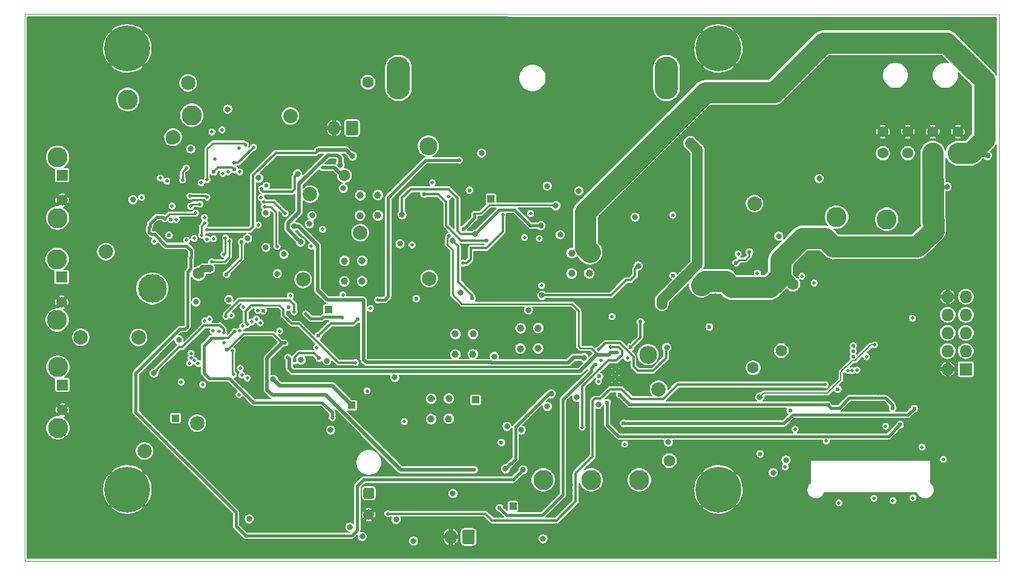
<source format=gbr>
G04 #@! TF.GenerationSoftware,KiCad,Pcbnew,(5.1.2)-1*
G04 #@! TF.CreationDate,2021-03-19T08:47:40+05:45*
G04 #@! TF.ProjectId,Pufferfish-Power-MCU,50756666-6572-4666-9973-682d506f7765,0.0*
G04 #@! TF.SameCoordinates,Original*
G04 #@! TF.FileFunction,Copper,L2,Inr*
G04 #@! TF.FilePolarity,Positive*
%FSLAX46Y46*%
G04 Gerber Fmt 4.6, Leading zero omitted, Abs format (unit mm)*
G04 Created by KiCad (PCBNEW (5.1.2)-1) date 2021-03-19 08:47:40*
%MOMM*%
%LPD*%
G04 APERTURE LIST*
G04 #@! TA.AperFunction,NonConductor*
%ADD10C,0.100000*%
G04 #@! TD*
G04 #@! TA.AperFunction,ViaPad*
%ADD11C,1.000000*%
G04 #@! TD*
G04 #@! TA.AperFunction,ViaPad*
%ADD12R,1.727200X1.727200*%
G04 #@! TD*
G04 #@! TA.AperFunction,ViaPad*
%ADD13O,1.727200X1.727200*%
G04 #@! TD*
G04 #@! TA.AperFunction,ViaPad*
%ADD14C,2.799999*%
G04 #@! TD*
G04 #@! TA.AperFunction,ViaPad*
%ADD15C,1.520000*%
G04 #@! TD*
G04 #@! TA.AperFunction,ViaPad*
%ADD16R,1.520000X1.520000*%
G04 #@! TD*
G04 #@! TA.AperFunction,ViaPad*
%ADD17C,2.500000*%
G04 #@! TD*
G04 #@! TA.AperFunction,ViaPad*
%ADD18O,3.250000X6.000000*%
G04 #@! TD*
G04 #@! TA.AperFunction,ViaPad*
%ADD19C,0.533400*%
G04 #@! TD*
G04 #@! TA.AperFunction,ViaPad*
%ADD20R,1.530000X1.530000*%
G04 #@! TD*
G04 #@! TA.AperFunction,ViaPad*
%ADD21C,1.530000*%
G04 #@! TD*
G04 #@! TA.AperFunction,ViaPad*
%ADD22C,0.800000*%
G04 #@! TD*
G04 #@! TA.AperFunction,ViaPad*
%ADD23C,6.400000*%
G04 #@! TD*
G04 #@! TA.AperFunction,ViaPad*
%ADD24C,1.500000*%
G04 #@! TD*
G04 #@! TA.AperFunction,Conductor*
%ADD25C,0.100000*%
G04 #@! TD*
G04 #@! TA.AperFunction,ViaPad*
%ADD26R,1.000000X1.000000*%
G04 #@! TD*
G04 #@! TA.AperFunction,ViaPad*
%ADD27C,0.600000*%
G04 #@! TD*
G04 #@! TA.AperFunction,ViaPad*
%ADD28C,1.700000*%
G04 #@! TD*
G04 #@! TA.AperFunction,ViaPad*
%ADD29O,1.700000X2.000000*%
G04 #@! TD*
G04 #@! TA.AperFunction,ViaPad*
%ADD30C,2.800000*%
G04 #@! TD*
G04 #@! TA.AperFunction,ViaPad*
%ADD31C,2.000000*%
G04 #@! TD*
G04 #@! TA.AperFunction,ViaPad*
%ADD32C,0.500000*%
G04 #@! TD*
G04 #@! TA.AperFunction,ViaPad*
%ADD33C,1.600000*%
G04 #@! TD*
G04 #@! TA.AperFunction,ViaPad*
%ADD34C,4.000000*%
G04 #@! TD*
G04 #@! TA.AperFunction,Conductor*
%ADD35C,0.400000*%
G04 #@! TD*
G04 #@! TA.AperFunction,Conductor*
%ADD36C,0.250000*%
G04 #@! TD*
G04 #@! TA.AperFunction,Conductor*
%ADD37C,0.300000*%
G04 #@! TD*
G04 #@! TA.AperFunction,Conductor*
%ADD38C,0.200000*%
G04 #@! TD*
G04 #@! TA.AperFunction,Conductor*
%ADD39C,3.000000*%
G04 #@! TD*
G04 #@! TA.AperFunction,Conductor*
%ADD40C,1.500000*%
G04 #@! TD*
G04 #@! TA.AperFunction,Conductor*
%ADD41C,0.350000*%
G04 #@! TD*
G04 #@! TA.AperFunction,Conductor*
%ADD42C,0.500000*%
G04 #@! TD*
G04 #@! TA.AperFunction,Conductor*
%ADD43C,1.000000*%
G04 #@! TD*
G04 #@! TA.AperFunction,Conductor*
%ADD44C,0.800000*%
G04 #@! TD*
G04 #@! TA.AperFunction,Conductor*
%ADD45C,0.127000*%
G04 #@! TD*
G04 APERTURE END LIST*
D10*
X203287400Y-43052600D02*
X66977400Y-42972600D01*
X203287400Y-119552600D02*
X203287400Y-43052600D01*
X66977400Y-119552600D02*
X203287400Y-119552600D01*
X66977400Y-42972600D02*
X66977400Y-119552600D01*
X82946666Y-47752000D02*
G75*
G03X82946666Y-47752000I-1666666J0D01*
G01*
X78780000Y-47752000D02*
X83780000Y-47752000D01*
X81280000Y-45252000D02*
X81280000Y-50252000D01*
D11*
G04 #@! TO.N,VOUT_7812_24V*
G04 #@! TO.C,U10*
X143487400Y-79302600D03*
X145987400Y-76427600D03*
X143508000Y-76446360D03*
X145962400Y-79277600D03*
G04 #@! TD*
G04 #@! TO.N,/LTC7812/SW2_2*
G04 #@! TO.C,U9*
X127207400Y-90632600D03*
X129707400Y-87757600D03*
X127228000Y-87776360D03*
X129682400Y-90607600D03*
G04 #@! TD*
G04 #@! TO.N,/LTC7812/VBIAS1*
G04 #@! TO.C,U8*
X116387400Y-68322600D03*
X113887400Y-71197600D03*
X116366800Y-71178840D03*
X113912400Y-68347600D03*
G04 #@! TD*
G04 #@! TO.N,/LTC7812/SW_2_1*
G04 #@! TO.C,U7*
X111687400Y-80402600D03*
X114187400Y-77527600D03*
X111708000Y-77546360D03*
X114162400Y-80377600D03*
G04 #@! TD*
G04 #@! TO.N,/LTC7812/VBIAS1*
G04 #@! TO.C,Q6*
X123817400Y-99682600D03*
X126317400Y-96807600D03*
X123838000Y-96826360D03*
X126292400Y-99657600D03*
G04 #@! TD*
G04 #@! TO.N,VIN_7812_2*
G04 #@! TO.C,Q5*
X136317400Y-89822600D03*
X138817400Y-86947600D03*
X136338000Y-86966360D03*
X138792400Y-89797600D03*
G04 #@! TD*
D12*
G04 #@! TO.N,AAD_SCL*
G04 #@! TO.C,P1*
X198628000Y-92710000D03*
D13*
G04 #@! TO.N,GND*
X196088000Y-92710000D03*
G04 #@! TO.N,AAD_SDA*
X198628000Y-90170000D03*
G04 #@! TO.N,Net-(JP16-Pad2)*
X196088000Y-90170000D03*
G04 #@! TO.N,N/C*
X198628000Y-87630000D03*
X196088000Y-87630000D03*
X198628000Y-85090000D03*
X196088000Y-85090000D03*
X198628000Y-82550000D03*
G04 #@! TO.N,GND*
X196088000Y-82550000D03*
G04 #@! TD*
D14*
G04 #@! TO.N,N/C*
G04 #@! TO.C,J5*
X71568799Y-71528161D03*
X71568799Y-63028178D03*
D15*
G04 #@! TO.N,GND*
X72198800Y-69028301D03*
D16*
G04 #@! TO.N,INTCON_WALL*
X72198800Y-65528300D03*
G04 #@! TD*
D14*
G04 #@! TO.N,N/C*
G04 #@! TO.C,J4*
X71517399Y-85812461D03*
X71517399Y-77312478D03*
D15*
G04 #@! TO.N,GND*
X72147400Y-83312601D03*
D16*
G04 #@! TO.N,INTCON_WALL*
X72147400Y-79812600D03*
G04 #@! TD*
G04 #@! TO.N,VBAT-IN-12V*
G04 #@! TO.C,J6*
X72237400Y-94912600D03*
D15*
G04 #@! TO.N,GND*
X72237400Y-98412601D03*
D14*
G04 #@! TO.N,N/C*
X71607399Y-92412478D03*
X71607399Y-100912461D03*
G04 #@! TD*
D17*
G04 #@! TO.N,LTC7812_RUN*
G04 #@! TO.C,TP4*
X154178000Y-90678000D03*
G04 #@! TD*
D18*
G04 #@! TO.N,/LTC4015/PP-SENSE-CLN*
G04 #@! TO.C,F1*
X119255400Y-51926600D03*
G04 #@! TO.N,VIN_7812_1_RAW*
X156755400Y-51926600D03*
G04 #@! TD*
D19*
G04 #@! TO.N,N/C*
G04 #@! TO.C,U3*
X182880000Y-90170000D03*
X182880000Y-89419999D03*
X182880000Y-90920001D03*
G04 #@! TD*
D20*
G04 #@! TO.N,VOUT_7812_24V*
G04 #@! TO.C,J1*
X197528000Y-62460000D03*
D21*
G04 #@! TO.N,VIN_7812_2*
X194028000Y-62460000D03*
G04 #@! TO.N,VSYS-5V0*
X190528000Y-62460000D03*
G04 #@! TO.N,VSYS-3V3*
X187028000Y-62460000D03*
G04 #@! TO.N,GND*
X197528000Y-59460000D03*
X194028000Y-59460000D03*
X190528000Y-59460000D03*
X187028000Y-59460000D03*
G04 #@! TD*
D22*
G04 #@! TO.N,GND*
G04 #@! TO.C,H3*
X83024056Y-46082944D03*
X81327000Y-45380000D03*
X79629944Y-46082944D03*
X78927000Y-47780000D03*
X79629944Y-49477056D03*
X81327000Y-50180000D03*
X83024056Y-49477056D03*
X83727000Y-47780000D03*
D23*
X81320000Y-47780000D03*
G04 #@! TD*
D24*
G04 #@! TO.N,GND*
G04 #@! TO.C,J3*
X115107400Y-113077600D03*
D25*
G04 #@! TO.N,Net-(J3-Pad1)*
G36*
X115631904Y-109328804D02*
G01*
X115656173Y-109332404D01*
X115679971Y-109338365D01*
X115703071Y-109346630D01*
X115725249Y-109357120D01*
X115746293Y-109369733D01*
X115765998Y-109384347D01*
X115784177Y-109400823D01*
X115800653Y-109419002D01*
X115815267Y-109438707D01*
X115827880Y-109459751D01*
X115838370Y-109481929D01*
X115846635Y-109505029D01*
X115852596Y-109528827D01*
X115856196Y-109553096D01*
X115857400Y-109577600D01*
X115857400Y-110577600D01*
X115856196Y-110602104D01*
X115852596Y-110626373D01*
X115846635Y-110650171D01*
X115838370Y-110673271D01*
X115827880Y-110695449D01*
X115815267Y-110716493D01*
X115800653Y-110736198D01*
X115784177Y-110754377D01*
X115765998Y-110770853D01*
X115746293Y-110785467D01*
X115725249Y-110798080D01*
X115703071Y-110808570D01*
X115679971Y-110816835D01*
X115656173Y-110822796D01*
X115631904Y-110826396D01*
X115607400Y-110827600D01*
X114607400Y-110827600D01*
X114582896Y-110826396D01*
X114558627Y-110822796D01*
X114534829Y-110816835D01*
X114511729Y-110808570D01*
X114489551Y-110798080D01*
X114468507Y-110785467D01*
X114448802Y-110770853D01*
X114430623Y-110754377D01*
X114414147Y-110736198D01*
X114399533Y-110716493D01*
X114386920Y-110695449D01*
X114376430Y-110673271D01*
X114368165Y-110650171D01*
X114362204Y-110626373D01*
X114358604Y-110602104D01*
X114357400Y-110577600D01*
X114357400Y-109577600D01*
X114358604Y-109553096D01*
X114362204Y-109528827D01*
X114368165Y-109505029D01*
X114376430Y-109481929D01*
X114386920Y-109459751D01*
X114399533Y-109438707D01*
X114414147Y-109419002D01*
X114430623Y-109400823D01*
X114448802Y-109384347D01*
X114468507Y-109369733D01*
X114489551Y-109357120D01*
X114511729Y-109346630D01*
X114534829Y-109338365D01*
X114558627Y-109332404D01*
X114582896Y-109328804D01*
X114607400Y-109327600D01*
X115607400Y-109327600D01*
X115631904Y-109328804D01*
X115631904Y-109328804D01*
G37*
D24*
X115107400Y-110077600D03*
G04 #@! TD*
D26*
G04 #@! TO.N,VIN_7812_2*
G04 #@! TO.C,TP18*
X135282400Y-111877600D03*
G04 #@! TD*
G04 #@! TO.N,/LTC7812/EXTVCC1*
G04 #@! TO.C,TP19*
X109474000Y-84328000D03*
G04 #@! TD*
G04 #@! TO.N,/LTC7812/EXTVCC2*
G04 #@! TO.C,TP20*
X132207000Y-68834000D03*
G04 #@! TD*
G04 #@! TO.N,/LTC7812/VFB_1_1*
G04 #@! TO.C,TP21*
X88075000Y-99550000D03*
G04 #@! TD*
G04 #@! TO.N,Net-(R78-Pad2)*
G04 #@! TO.C,TP22*
X112732400Y-97752600D03*
G04 #@! TD*
G04 #@! TO.N,/LTC7812/VBIAS1*
G04 #@! TO.C,TP23*
X130057400Y-97002600D03*
G04 #@! TD*
D27*
G04 #@! TO.N,GND*
G04 #@! TO.C,U6*
X149103000Y-94073000D03*
X150103000Y-94073000D03*
X150103000Y-93073000D03*
X149103000Y-93073000D03*
G04 #@! TD*
D22*
G04 #@! TO.N,GND*
G04 #@! TO.C,H2*
X165724056Y-107852944D03*
X164027000Y-107150000D03*
X162329944Y-107852944D03*
X161627000Y-109550000D03*
X162329944Y-111247056D03*
X164027000Y-111950000D03*
X165724056Y-111247056D03*
X166427000Y-109550000D03*
D23*
X164027000Y-109550000D03*
G04 #@! TD*
D22*
G04 #@! TO.N,GND*
G04 #@! TO.C,H5*
X83024056Y-107852944D03*
X81327000Y-107150000D03*
X79629944Y-107852944D03*
X78927000Y-109550000D03*
X79629944Y-111247056D03*
X81327000Y-111950000D03*
X83024056Y-111247056D03*
X83727000Y-109550000D03*
D23*
X81327000Y-109550000D03*
G04 #@! TD*
G04 #@! TO.N,GND*
G04 #@! TO.C,H6*
X164020000Y-47780000D03*
D22*
X166430000Y-47735500D03*
X165727056Y-49432556D03*
X164030000Y-50135500D03*
X162332944Y-49432556D03*
X161630000Y-47735500D03*
X162332944Y-46038444D03*
X164030000Y-45335500D03*
X165727056Y-46038444D03*
G04 #@! TD*
D25*
G04 #@! TO.N,Net-(J7-Pad1)*
G04 #@! TO.C,J7*
G36*
X113400504Y-57929204D02*
G01*
X113424773Y-57932804D01*
X113448571Y-57938765D01*
X113471671Y-57947030D01*
X113493849Y-57957520D01*
X113514893Y-57970133D01*
X113534598Y-57984747D01*
X113552777Y-58001223D01*
X113569253Y-58019402D01*
X113583867Y-58039107D01*
X113596480Y-58060151D01*
X113606970Y-58082329D01*
X113615235Y-58105429D01*
X113621196Y-58129227D01*
X113624796Y-58153496D01*
X113626000Y-58178000D01*
X113626000Y-59678000D01*
X113624796Y-59702504D01*
X113621196Y-59726773D01*
X113615235Y-59750571D01*
X113606970Y-59773671D01*
X113596480Y-59795849D01*
X113583867Y-59816893D01*
X113569253Y-59836598D01*
X113552777Y-59854777D01*
X113534598Y-59871253D01*
X113514893Y-59885867D01*
X113493849Y-59898480D01*
X113471671Y-59908970D01*
X113448571Y-59917235D01*
X113424773Y-59923196D01*
X113400504Y-59926796D01*
X113376000Y-59928000D01*
X112176000Y-59928000D01*
X112151496Y-59926796D01*
X112127227Y-59923196D01*
X112103429Y-59917235D01*
X112080329Y-59908970D01*
X112058151Y-59898480D01*
X112037107Y-59885867D01*
X112017402Y-59871253D01*
X111999223Y-59854777D01*
X111982747Y-59836598D01*
X111968133Y-59816893D01*
X111955520Y-59795849D01*
X111945030Y-59773671D01*
X111936765Y-59750571D01*
X111930804Y-59726773D01*
X111927204Y-59702504D01*
X111926000Y-59678000D01*
X111926000Y-58178000D01*
X111927204Y-58153496D01*
X111930804Y-58129227D01*
X111936765Y-58105429D01*
X111945030Y-58082329D01*
X111955520Y-58060151D01*
X111968133Y-58039107D01*
X111982747Y-58019402D01*
X111999223Y-58001223D01*
X112017402Y-57984747D01*
X112037107Y-57970133D01*
X112058151Y-57957520D01*
X112080329Y-57947030D01*
X112103429Y-57938765D01*
X112127227Y-57932804D01*
X112151496Y-57929204D01*
X112176000Y-57928000D01*
X113376000Y-57928000D01*
X113400504Y-57929204D01*
X113400504Y-57929204D01*
G37*
D28*
X112776000Y-58928000D03*
D29*
G04 #@! TO.N,GND*
X110276000Y-58928000D03*
G04 #@! TD*
D17*
G04 #@! TO.N,/LTC4015/PP-SENSE-CLN*
G04 #@! TO.C,TP1*
X123444000Y-61468000D03*
G04 #@! TD*
D30*
G04 #@! TO.N,INTCON_WALL*
G04 #@! TO.C,TP2*
X81382400Y-54952600D03*
G04 #@! TD*
D31*
G04 #@! TO.N,VBAT-IN-12V*
G04 #@! TO.C,TP3*
X83727400Y-104152600D03*
G04 #@! TD*
D30*
G04 #@! TO.N,VSYS-5V0*
G04 #@! TO.C,TP5*
X187567400Y-71702600D03*
G04 #@! TD*
G04 #@! TO.N,VSYS-3V3*
G04 #@! TO.C,TP6*
X180547400Y-71402600D03*
G04 #@! TD*
G04 #@! TO.N,/LTC4015/PP-CSP*
G04 #@! TO.C,TP9*
X90350000Y-57150000D03*
G04 #@! TD*
G04 #@! TO.N,/LTC2955/INT_LVL*
G04 #@! TO.C,TP15*
X152957400Y-108204000D03*
G04 #@! TD*
G04 #@! TO.N,/LTC2955/KILL_LVL*
G04 #@! TO.C,TP16*
X139517000Y-108204000D03*
G04 #@! TD*
G04 #@! TO.N,/LTC2955/PG_LVL*
G04 #@! TO.C,TP17*
X146217000Y-108204000D03*
G04 #@! TD*
D31*
G04 #@! TO.N,VSYS-5V0-PGOOD*
G04 #@! TO.C,TP10*
X169057400Y-69502600D03*
G04 #@! TD*
D25*
G04 #@! TO.N,Net-(J8-Pad1)*
G04 #@! TO.C,J8*
G36*
X129693904Y-115189804D02*
G01*
X129718173Y-115193404D01*
X129741971Y-115199365D01*
X129765071Y-115207630D01*
X129787249Y-115218120D01*
X129808293Y-115230733D01*
X129827998Y-115245347D01*
X129846177Y-115261823D01*
X129862653Y-115280002D01*
X129877267Y-115299707D01*
X129889880Y-115320751D01*
X129900370Y-115342929D01*
X129908635Y-115366029D01*
X129914596Y-115389827D01*
X129918196Y-115414096D01*
X129919400Y-115438600D01*
X129919400Y-116938600D01*
X129918196Y-116963104D01*
X129914596Y-116987373D01*
X129908635Y-117011171D01*
X129900370Y-117034271D01*
X129889880Y-117056449D01*
X129877267Y-117077493D01*
X129862653Y-117097198D01*
X129846177Y-117115377D01*
X129827998Y-117131853D01*
X129808293Y-117146467D01*
X129787249Y-117159080D01*
X129765071Y-117169570D01*
X129741971Y-117177835D01*
X129718173Y-117183796D01*
X129693904Y-117187396D01*
X129669400Y-117188600D01*
X128469400Y-117188600D01*
X128444896Y-117187396D01*
X128420627Y-117183796D01*
X128396829Y-117177835D01*
X128373729Y-117169570D01*
X128351551Y-117159080D01*
X128330507Y-117146467D01*
X128310802Y-117131853D01*
X128292623Y-117115377D01*
X128276147Y-117097198D01*
X128261533Y-117077493D01*
X128248920Y-117056449D01*
X128238430Y-117034271D01*
X128230165Y-117011171D01*
X128224204Y-116987373D01*
X128220604Y-116963104D01*
X128219400Y-116938600D01*
X128219400Y-115438600D01*
X128220604Y-115414096D01*
X128224204Y-115389827D01*
X128230165Y-115366029D01*
X128238430Y-115342929D01*
X128248920Y-115320751D01*
X128261533Y-115299707D01*
X128276147Y-115280002D01*
X128292623Y-115261823D01*
X128310802Y-115245347D01*
X128330507Y-115230733D01*
X128351551Y-115218120D01*
X128373729Y-115207630D01*
X128396829Y-115199365D01*
X128420627Y-115193404D01*
X128444896Y-115189804D01*
X128469400Y-115188600D01*
X129669400Y-115188600D01*
X129693904Y-115189804D01*
X129693904Y-115189804D01*
G37*
D28*
X129069400Y-116188600D03*
D29*
G04 #@! TO.N,GND*
X126569400Y-116188600D03*
G04 #@! TD*
D32*
G04 #@! TO.N,/LTC4015/PP-VC*
X92122505Y-71454895D03*
X85122707Y-74801115D03*
G04 #@! TO.N,GND*
X155485400Y-45830600D03*
X122973400Y-72246600D03*
D22*
X98907400Y-90922600D03*
X100807400Y-89102600D03*
X98977400Y-90002600D03*
X99957400Y-91102600D03*
X99887400Y-90082600D03*
X99777400Y-89072600D03*
D32*
X176957400Y-77702600D03*
X177043799Y-77016200D03*
D27*
X170061324Y-75438000D03*
D32*
X159345400Y-85446600D03*
X162139400Y-85446600D03*
X160615400Y-85446600D03*
X161377400Y-85446600D03*
X160057400Y-90788600D03*
X151675400Y-75802600D03*
X151421400Y-79612600D03*
X166915400Y-96884600D03*
D22*
X166153400Y-99170600D03*
X164121400Y-99170600D03*
X165137400Y-99170600D03*
X166915400Y-98662600D03*
D27*
X159317400Y-90942600D03*
D22*
X118757400Y-77132600D03*
X119847400Y-79512610D03*
X128497400Y-77022600D03*
X128577400Y-76112600D03*
D27*
X159397400Y-77222600D03*
X159197400Y-76412600D03*
X152287400Y-87572600D03*
X150777400Y-75552600D03*
X150737400Y-79532600D03*
X149157388Y-83212600D03*
D32*
X151107400Y-83282600D03*
X150177400Y-82292600D03*
X152197400Y-86222600D03*
D27*
X157517400Y-93482600D03*
X153657400Y-94492600D03*
D32*
X90407400Y-66402600D03*
X90966233Y-66709600D03*
X95837400Y-59292600D03*
X96607400Y-59382600D03*
X158237400Y-70472600D03*
X159052403Y-70497603D03*
D22*
X159267400Y-67642602D03*
D27*
X142477400Y-66942600D03*
D32*
X170707400Y-78302600D03*
X182432400Y-77834600D03*
X178853400Y-77834600D03*
X176821400Y-76374100D03*
X163557400Y-82352602D03*
X164182400Y-82477600D03*
D27*
X158400400Y-85414600D03*
X151807400Y-77602600D03*
D32*
X151790900Y-76619100D03*
X151746939Y-78511393D03*
D27*
X126247418Y-105012600D03*
X123937400Y-105022600D03*
X121703400Y-105520600D03*
X178097400Y-82512600D03*
X179967400Y-82402600D03*
X178967400Y-82222600D03*
X180997400Y-85262600D03*
X181247400Y-83222600D03*
X181227400Y-87322600D03*
X182037400Y-87632600D03*
X181057400Y-86332600D03*
X180967400Y-84322600D03*
X182097400Y-82862600D03*
X158617400Y-90862600D03*
X160717400Y-90852580D03*
X177797400Y-93672600D03*
X180277400Y-93602600D03*
X173727400Y-93572600D03*
X178517400Y-93642600D03*
X176067400Y-93772600D03*
X180557400Y-92642600D03*
X179337400Y-93792600D03*
X177057400Y-93792600D03*
X174697400Y-93802600D03*
X173467400Y-92632600D03*
D22*
X186487400Y-98252590D03*
D27*
X129117400Y-104002600D03*
X128057400Y-105012600D03*
X125507400Y-105022600D03*
X123007400Y-105022600D03*
X120681400Y-105420626D03*
D22*
X146301000Y-95446196D03*
X157557392Y-91602600D03*
X157657400Y-92602600D03*
X153682400Y-95402600D03*
X152732400Y-95427600D03*
D32*
X103532400Y-89727600D03*
X100182400Y-78452600D03*
X76760000Y-57900000D03*
X82282400Y-63202600D03*
D27*
X113757400Y-61277600D03*
D32*
X81663772Y-58762429D03*
X103831442Y-66033367D03*
X104057400Y-85077600D03*
D22*
X84200000Y-68940000D03*
X158457900Y-67170300D03*
X114400900Y-48815100D03*
D32*
X97207400Y-58977600D03*
X95468449Y-58882215D03*
X90740000Y-71589996D03*
X91535448Y-70396280D03*
X96730000Y-58470000D03*
X89200000Y-61080000D03*
X96120000Y-58550000D03*
X86730000Y-73130000D03*
X86070000Y-72190000D03*
X85020000Y-73160000D03*
D22*
X82609992Y-71897500D03*
X81580000Y-73490000D03*
X81687356Y-66388990D03*
D32*
X76290000Y-58420000D03*
X73080000Y-54010000D03*
X89300000Y-60310000D03*
X103920000Y-65370000D03*
X103070000Y-63230000D03*
X103070000Y-61660000D03*
X100400000Y-62110000D03*
X178091400Y-77834600D03*
X179615400Y-77834600D03*
X181647400Y-77834600D03*
X183171400Y-77834600D03*
X184557410Y-79777600D03*
X125538946Y-74403453D03*
X111257400Y-57902600D03*
D22*
X110276000Y-57383992D03*
D32*
X81457400Y-63602600D03*
X80257400Y-69602600D03*
X79782400Y-69102600D03*
X80652304Y-71897500D03*
X82657394Y-57860000D03*
D22*
X97057400Y-51002592D03*
X98645000Y-51115012D03*
D32*
X104179998Y-60020000D03*
X186557400Y-95502600D03*
X188557400Y-93702600D03*
X187257400Y-88402600D03*
D27*
X96944500Y-97815500D03*
D32*
X96657400Y-98602600D03*
X96012000Y-98747996D03*
X186557400Y-87702600D03*
X188657410Y-84302600D03*
X188657400Y-85002600D03*
X188657400Y-83602600D03*
D22*
X163359400Y-98662600D03*
D32*
X164167392Y-96812600D03*
X187357400Y-99802600D03*
D22*
X190957400Y-102727602D03*
D27*
X116357400Y-98602600D03*
D32*
X124057400Y-88002600D03*
X124057400Y-88702600D03*
X124057400Y-89402600D03*
X124057400Y-90102600D03*
D22*
X122612990Y-83947000D03*
X159714500Y-68462000D03*
X159689100Y-69414500D03*
D27*
X106857100Y-91233100D03*
D32*
X91159900Y-77809200D03*
X83727958Y-72373298D03*
X91159900Y-96211478D03*
X90194700Y-95309800D03*
X88857400Y-92202588D03*
D27*
X115457400Y-97502600D03*
D32*
X91057400Y-95402600D03*
X93257404Y-98502600D03*
X94857400Y-97902600D03*
X95357400Y-98702600D03*
X97057400Y-97102600D03*
X85157400Y-95902600D03*
D27*
X106497400Y-91882600D03*
D22*
X106907400Y-93892600D03*
D27*
X107240151Y-92175349D03*
X107691012Y-84790227D03*
X113447400Y-87812600D03*
D22*
X125475992Y-65203418D03*
D32*
X109320900Y-74850100D03*
D27*
X141019567Y-93789758D03*
D22*
X132587400Y-87592600D03*
X132587400Y-86742600D03*
X132587400Y-88472600D03*
X132600000Y-89442400D03*
D32*
X143467400Y-90362600D03*
X72057400Y-58222600D03*
D27*
X122274900Y-104961800D03*
X115430593Y-99552593D03*
D32*
X126837734Y-72228153D03*
D27*
X128407400Y-67327599D03*
X128432400Y-72002600D03*
D32*
X152197400Y-86752599D03*
X102882398Y-92602600D03*
D27*
X97147400Y-100032600D03*
X97487400Y-98892600D03*
D32*
X79137400Y-89102600D03*
X80617400Y-89112600D03*
X81407400Y-89112600D03*
D22*
X121007400Y-93922600D03*
D32*
X105857400Y-94212600D03*
X107416649Y-91376661D03*
X103887400Y-90282600D03*
X103062810Y-91172199D03*
X154297400Y-78612600D03*
X153207400Y-79392600D03*
X153657400Y-78912600D03*
X158577400Y-77602600D03*
X158207400Y-78512600D03*
D22*
X108257400Y-49522600D03*
D32*
X131787400Y-70852600D03*
X90170644Y-71831963D03*
D22*
X138067400Y-97212600D03*
D32*
X134917400Y-68092600D03*
D27*
X135617400Y-67892606D03*
D32*
X180907400Y-90612600D03*
X188237400Y-94632600D03*
X186357400Y-96090099D03*
X186277400Y-94842600D03*
X184757400Y-78992600D03*
X184697400Y-80442600D03*
X169437400Y-74582598D03*
X169395628Y-76315812D03*
X170582402Y-77602600D03*
X170657400Y-78952600D03*
D22*
X168252398Y-73199998D03*
D32*
X172249400Y-43798600D03*
X173265400Y-43798600D03*
X174281400Y-43798600D03*
X175297400Y-43798600D03*
X176313400Y-43798600D03*
X177329400Y-43798600D03*
X178345400Y-43798600D03*
X179361400Y-43798600D03*
X180377400Y-43798600D03*
X181393400Y-43798600D03*
X182409400Y-43798600D03*
X183425400Y-43798600D03*
X184441400Y-43798600D03*
X185457400Y-43798600D03*
X186473400Y-43798600D03*
X187489400Y-43798600D03*
X188505400Y-43798600D03*
X189521400Y-43798600D03*
X190537400Y-43798600D03*
X191553400Y-43798600D03*
X192569400Y-43798600D03*
X193585400Y-43798600D03*
X194601400Y-43798600D03*
X195617400Y-43798600D03*
X196633400Y-43798600D03*
X197649400Y-43798600D03*
X198665400Y-43798600D03*
X199681400Y-43798600D03*
X200697400Y-43798600D03*
X202475400Y-45830600D03*
X202538900Y-44814600D03*
X199681400Y-45830600D03*
X198665400Y-45830600D03*
X199681400Y-44814600D03*
X201713400Y-43798600D03*
X202475400Y-43798600D03*
X198665400Y-44814600D03*
X171233400Y-43798600D03*
X170217400Y-43798600D03*
X169201400Y-43798600D03*
X168185400Y-43798600D03*
X167169400Y-43798600D03*
X166153400Y-43798600D03*
X165137400Y-43798600D03*
X163613400Y-43798600D03*
X162597400Y-43798600D03*
X161581400Y-43798600D03*
X160565400Y-43798600D03*
X159549400Y-43798600D03*
X158533400Y-43798600D03*
X157517400Y-43798600D03*
X147357400Y-43798600D03*
X148357400Y-43798600D03*
X149357400Y-43798600D03*
X150357400Y-43798600D03*
X151357400Y-43798600D03*
X152357400Y-43798600D03*
X147357400Y-44798600D03*
X148357400Y-44798600D03*
X149357400Y-44798600D03*
X150357400Y-44798600D03*
X151357400Y-44798600D03*
X152357400Y-44798600D03*
X153357400Y-44798600D03*
X154357400Y-44798600D03*
X147357400Y-45798600D03*
X148357400Y-45798600D03*
X149357400Y-45798600D03*
X150357400Y-45798600D03*
X151357400Y-45798600D03*
X152357400Y-45798600D03*
X153357400Y-45798600D03*
X154357400Y-45798600D03*
X147357400Y-46798600D03*
X148357400Y-46798600D03*
X149357400Y-46798600D03*
X150357400Y-46798600D03*
X151357400Y-46798600D03*
X152357400Y-46798600D03*
X153357400Y-46798600D03*
X154357400Y-46798600D03*
X155485400Y-44814600D03*
X156501400Y-44814600D03*
X157517400Y-44814600D03*
X158533400Y-44814600D03*
X159549400Y-44814600D03*
X160565400Y-44814600D03*
X153453400Y-43766600D03*
X154453400Y-43766600D03*
X155453400Y-43766600D03*
X156453400Y-43766600D03*
X157517400Y-45830600D03*
X158533400Y-45798600D03*
X156501400Y-46846600D03*
X155485400Y-46846600D03*
X156501400Y-45830600D03*
X158533400Y-46814600D03*
X161581400Y-44814600D03*
X159549400Y-46846600D03*
X160565400Y-45830600D03*
X159549400Y-45830600D03*
X157517400Y-46846600D03*
X143292900Y-113712100D03*
X144292900Y-113712100D03*
X145292900Y-113712100D03*
X146292900Y-113712100D03*
X147292900Y-113712100D03*
X148292900Y-113712100D03*
X149292900Y-113712100D03*
X150292900Y-113712100D03*
X151292900Y-113712100D03*
X152292900Y-113712100D03*
X153292900Y-113712100D03*
X154292900Y-113712100D03*
X155292900Y-113712100D03*
X156292900Y-113712100D03*
X157292900Y-113712100D03*
X158292900Y-113712100D03*
X159292900Y-113712100D03*
X160292900Y-113712100D03*
X161292900Y-113712100D03*
X162483400Y-113712100D03*
X163737400Y-113712100D03*
X164737400Y-113712100D03*
X165737400Y-113712100D03*
X166737400Y-113712100D03*
X167737400Y-113712100D03*
X168673900Y-113712100D03*
X201713400Y-48878600D03*
X202457400Y-48878600D03*
X202457400Y-46706600D03*
X197649400Y-44814600D03*
X192677400Y-44798600D03*
X193677400Y-44798600D03*
X194677400Y-44798600D03*
X195677400Y-44798600D03*
X196677400Y-44798600D03*
X173343400Y-44782600D03*
X174343400Y-44782600D03*
X175343400Y-44782600D03*
X176343400Y-44782600D03*
X177343400Y-44782600D03*
X178343400Y-44782600D03*
X179343400Y-44782600D03*
X180343400Y-44782600D03*
X181343400Y-44782600D03*
X182343400Y-44782600D03*
X183343400Y-44782600D03*
X184343400Y-44782600D03*
X185343400Y-44782600D03*
X186343400Y-44782600D03*
X187343400Y-44782600D03*
X188343400Y-44782600D03*
X189343400Y-44782600D03*
X190343400Y-44782600D03*
X191343400Y-44782600D03*
X117385400Y-44766600D03*
X118385400Y-44766600D03*
X119385400Y-44766600D03*
X120385400Y-44766600D03*
X121385400Y-44766600D03*
X122385400Y-44766600D03*
X123385400Y-44766600D03*
X124385400Y-44766600D03*
X125385400Y-44766600D03*
X126385400Y-44766600D03*
X127385400Y-44766600D03*
X128385400Y-44766600D03*
X129385400Y-44766600D03*
X130385400Y-44766600D03*
X131385400Y-44766600D03*
X132385400Y-44766600D03*
X133385400Y-44766600D03*
X134385400Y-44766600D03*
X135385400Y-44766600D03*
X136385400Y-44766600D03*
X137385400Y-44766600D03*
X139385400Y-44766600D03*
X140385400Y-44766600D03*
X141385400Y-44766600D03*
X142385400Y-44766600D03*
X143385400Y-44766600D03*
X144385400Y-44766600D03*
X145385400Y-44766600D03*
X146385400Y-44766600D03*
X151913400Y-111362600D03*
X152913400Y-111362600D03*
X153913400Y-111362600D03*
X154913400Y-111362600D03*
X155913400Y-111362600D03*
X156913400Y-111362600D03*
X157913400Y-111362600D03*
X158913400Y-111362600D03*
X159913400Y-111362600D03*
X147865400Y-112378600D03*
X148881400Y-112378600D03*
X149897400Y-112378600D03*
X150913400Y-112378600D03*
X151929400Y-112378600D03*
X146769400Y-111346600D03*
X147769400Y-111346600D03*
X148769400Y-111346600D03*
X149769400Y-111346600D03*
X150769400Y-111346600D03*
X141070900Y-112950100D03*
X144817400Y-112378600D03*
X145753400Y-112346600D03*
X146753400Y-112346600D03*
X154977400Y-112378600D03*
X152945400Y-112378600D03*
X153961400Y-112378600D03*
X155993400Y-112378600D03*
X157009400Y-112378600D03*
X158025400Y-112378600D03*
X159041400Y-112522600D03*
X141578900Y-112378600D03*
X142150400Y-111807100D03*
X143189400Y-111200600D03*
X145833400Y-111362600D03*
X145071400Y-111362600D03*
X145071400Y-110092600D03*
X145833400Y-110346600D03*
X146595400Y-110346600D03*
X147357400Y-110092600D03*
X147865400Y-109584600D03*
X148119400Y-109076600D03*
X148373400Y-108314600D03*
X148119400Y-107552600D03*
X147865400Y-106790600D03*
X147357400Y-106536600D03*
X146595400Y-106282600D03*
X169645900Y-113712100D03*
X170407900Y-113712100D03*
X171169900Y-113712100D03*
X172185900Y-113712100D03*
X173201900Y-113712100D03*
X174217900Y-113712100D03*
X175487900Y-113712100D03*
X176503900Y-113712100D03*
X177519900Y-113712100D03*
X181075900Y-113712100D03*
X179869400Y-113712100D03*
X182345900Y-113712100D03*
X183679400Y-113712100D03*
X184885900Y-113712100D03*
X186219400Y-113712100D03*
X187552900Y-113712100D03*
X188695900Y-113712100D03*
X189965900Y-113712100D03*
X191235900Y-113712100D03*
X192632900Y-113712100D03*
X193775900Y-113712100D03*
X195045900Y-113712100D03*
X196315900Y-113775600D03*
X197458900Y-113775600D03*
X198347900Y-113331100D03*
X151421400Y-106790600D03*
X150913400Y-107806600D03*
X150913400Y-108822600D03*
X151421400Y-109838600D03*
X152945400Y-110346600D03*
X154469400Y-109838600D03*
X154977400Y-108822600D03*
X154977400Y-107806600D03*
X154469400Y-106790600D03*
X154469400Y-105774600D03*
X151421400Y-105774600D03*
X161073400Y-106790600D03*
X160565400Y-107806600D03*
X160057400Y-108822600D03*
X160057400Y-109838600D03*
X160057400Y-112378600D03*
X161073400Y-112378600D03*
X166661400Y-106790600D03*
X167169400Y-106790600D03*
X167931400Y-108314600D03*
X167931400Y-109330600D03*
X167931400Y-110600600D03*
X167677400Y-111616600D03*
X168947400Y-108314600D03*
X169709400Y-108314600D03*
X168947400Y-109330600D03*
X169709400Y-109330600D03*
X168947400Y-110600600D03*
X169963400Y-110600600D03*
X168947400Y-111616600D03*
X169963400Y-111616600D03*
X167169400Y-112378600D03*
X166153400Y-112632600D03*
X168947400Y-112378600D03*
X169963400Y-112378600D03*
X170979400Y-111616600D03*
X170979400Y-112378600D03*
X171741400Y-112378600D03*
X172503400Y-112378600D03*
X146385400Y-43658600D03*
X143385400Y-43658600D03*
X145385400Y-43658600D03*
X144385400Y-43658600D03*
X142385400Y-43658600D03*
X137385400Y-43658600D03*
X139385400Y-43658600D03*
X140385400Y-43658600D03*
X141385400Y-43658600D03*
X138594400Y-43671600D03*
X135385400Y-43658600D03*
X133385400Y-43658600D03*
X132385400Y-43658600D03*
X136385400Y-43658600D03*
X134385400Y-43658600D03*
X129385400Y-43658600D03*
X128385400Y-43658600D03*
X130385400Y-43658600D03*
X131385400Y-43658600D03*
X127385400Y-43658600D03*
X125385400Y-43646200D03*
X126377000Y-43646200D03*
X124497400Y-43646200D03*
X123430600Y-43646200D03*
X122363800Y-43646200D03*
X119417400Y-43646200D03*
X117436200Y-43646200D03*
X120433400Y-43646200D03*
X121398600Y-43646200D03*
X118452200Y-43646200D03*
X200697400Y-46630600D03*
X199681400Y-46630600D03*
X201713400Y-46630600D03*
X200951400Y-48878600D03*
X202475400Y-49640600D03*
X202475400Y-50402600D03*
X201713400Y-49640600D03*
X199681400Y-47354600D03*
X200697400Y-48116600D03*
X200697400Y-47354600D03*
X201713400Y-47354600D03*
X201713400Y-48116600D03*
X202475400Y-47354600D03*
X202475400Y-48116600D03*
X197903400Y-45576600D03*
X198919400Y-46592600D03*
X172311400Y-44782600D03*
X171311400Y-44782600D03*
X170201400Y-44560600D03*
X169201400Y-44560600D03*
X167169400Y-44560600D03*
X168169400Y-44560600D03*
X172311400Y-45798600D03*
X174343400Y-45798600D03*
X176343400Y-45798600D03*
X175343400Y-45798600D03*
X173343400Y-45798600D03*
X172327400Y-46814600D03*
X171295400Y-46814600D03*
X173327400Y-46814600D03*
X175327400Y-46814600D03*
X174327400Y-46814600D03*
X172311400Y-47830600D03*
X171311400Y-47830600D03*
X170279400Y-47830600D03*
X174311400Y-47830600D03*
X173311400Y-47830600D03*
X169263400Y-48846600D03*
X171295400Y-48846600D03*
X173295400Y-48846600D03*
X172295400Y-48846600D03*
X170295400Y-48846600D03*
X172279400Y-49862600D03*
X168247400Y-49862600D03*
X170279400Y-49862600D03*
X169279400Y-49862600D03*
X171279400Y-49862600D03*
X170517400Y-50878600D03*
X169517400Y-50878600D03*
X171517400Y-50878600D03*
X168517400Y-50878600D03*
X166723400Y-51640600D03*
X169755400Y-51640600D03*
X168755400Y-51640600D03*
X170755400Y-51640600D03*
X167755400Y-51640600D03*
X170471400Y-45830600D03*
X168439400Y-45830600D03*
X169439400Y-45830600D03*
X171471400Y-45830600D03*
X169533400Y-46814600D03*
X168501400Y-46814600D03*
X169533400Y-47830600D03*
X168501400Y-47830600D03*
X168439400Y-48878600D03*
X170471400Y-46846600D03*
X178375400Y-50624600D03*
X177359400Y-51640600D03*
X173803400Y-55450600D03*
X176343400Y-52656600D03*
X179391400Y-49608600D03*
X174565400Y-54688600D03*
X175327400Y-53672600D03*
X180089400Y-49100600D03*
X184089400Y-49100600D03*
X185089400Y-49100600D03*
X186089400Y-49100600D03*
X187089400Y-49100600D03*
X188089400Y-49100600D03*
X189089400Y-49100600D03*
X182089400Y-49100600D03*
X183089400Y-49100600D03*
X192423400Y-49116600D03*
X193423400Y-49116600D03*
X194423400Y-49116600D03*
X181089400Y-49100600D03*
X190089400Y-49100600D03*
X191089400Y-49100600D03*
X198982900Y-53704600D03*
X199046400Y-54784100D03*
X199109900Y-56278600D03*
X199109900Y-57895600D03*
X123989400Y-71484600D03*
X123989400Y-72246600D03*
X123989400Y-73008600D03*
X122973400Y-73008600D03*
X121957400Y-73008600D03*
X121957400Y-72246600D03*
X121957400Y-71484600D03*
X122973400Y-71484600D03*
X121957400Y-70722600D03*
X122973400Y-70722600D03*
X123989400Y-70722600D03*
X144451400Y-45782600D03*
X139451400Y-45782600D03*
X140451400Y-45782600D03*
X146451400Y-45782600D03*
X145451400Y-45782600D03*
X142451400Y-45782600D03*
X141451400Y-45782600D03*
X143451400Y-45782600D03*
X136577400Y-45782600D03*
X138577400Y-45782600D03*
X137577400Y-45782600D03*
X132577400Y-45782600D03*
X133577400Y-45782600D03*
X131577400Y-45782600D03*
X135577400Y-45782600D03*
X134577400Y-45782600D03*
X128449400Y-45782600D03*
X123449400Y-45782600D03*
X124449400Y-45782600D03*
X130449400Y-45782600D03*
X129449400Y-45782600D03*
X126449400Y-45782600D03*
X125449400Y-45782600D03*
X127449400Y-45782600D03*
X146451400Y-46798600D03*
X145451400Y-46798600D03*
X140451400Y-46798600D03*
X144451400Y-46798600D03*
X142451400Y-46798600D03*
X141451400Y-46798600D03*
X143451400Y-46798600D03*
X139451400Y-46798600D03*
X132577400Y-46798600D03*
X134577400Y-46798600D03*
X137577400Y-46798600D03*
X138577400Y-46798600D03*
X136577400Y-46798600D03*
X135577400Y-46798600D03*
X131577400Y-46798600D03*
X133577400Y-46798600D03*
X127449400Y-46798600D03*
X126449400Y-46798600D03*
X124449400Y-46798600D03*
X129449400Y-46798600D03*
X130449400Y-46798600D03*
X128449400Y-46798600D03*
X123449400Y-46798600D03*
X125449400Y-46798600D03*
X112425800Y-43766600D03*
X113425800Y-43766600D03*
X114425800Y-43766600D03*
X112425800Y-44766600D03*
X115425800Y-43766600D03*
X113425800Y-44766600D03*
X115425800Y-44766600D03*
X114425800Y-44766600D03*
X108158600Y-44665000D03*
X110158600Y-44665000D03*
X111158600Y-44665000D03*
X109158600Y-44665000D03*
X110158600Y-43665000D03*
X111158600Y-43665000D03*
X108158600Y-43665000D03*
X109158600Y-43665000D03*
X110158600Y-46052600D03*
X111158600Y-46052600D03*
X108158600Y-46052600D03*
X109158600Y-46052600D03*
X107193400Y-46052600D03*
X107193400Y-47881400D03*
X107193400Y-48881400D03*
X107193400Y-49557800D03*
X108209400Y-47729000D03*
X108209400Y-48729000D03*
X111917800Y-46015000D03*
X112749900Y-46015000D03*
X114400900Y-46021100D03*
X113695800Y-46021100D03*
X114400900Y-47735600D03*
D22*
X112813400Y-47100600D03*
D32*
X166528600Y-56111000D03*
X168528600Y-56111000D03*
X169528600Y-56111000D03*
X171528600Y-56111000D03*
X170528600Y-56111000D03*
X167528600Y-56111000D03*
X152772200Y-67033000D03*
X153534200Y-66271000D03*
X154296200Y-65255000D03*
X152285000Y-67471400D03*
X158838200Y-49691400D03*
X158584200Y-49081800D03*
X158076200Y-48573800D03*
X157415800Y-48269000D03*
X158533400Y-47761000D03*
X159549400Y-47811800D03*
X160413000Y-46897400D03*
X160209800Y-47811800D03*
X160260600Y-48573800D03*
X160565400Y-49335800D03*
X161022600Y-49996200D03*
X161581400Y-50707400D03*
X162343400Y-51113800D03*
X163410200Y-51469400D03*
X164375400Y-51520200D03*
X165188200Y-51367800D03*
X166001000Y-51113800D03*
X166763000Y-50656600D03*
X167220200Y-50097800D03*
X167474200Y-49335800D03*
X167829800Y-48421400D03*
X167880600Y-47303800D03*
X167626600Y-46287800D03*
X167321800Y-45424200D03*
X166153400Y-44560600D03*
X164324600Y-43798600D03*
X162191000Y-44408200D03*
X154825000Y-64677400D03*
X153961400Y-65795000D03*
X151777000Y-67979400D03*
X151218200Y-68436600D03*
X172312900Y-56117600D03*
X173074900Y-55863600D03*
X138594400Y-44814600D03*
X118385400Y-45528600D03*
X121385400Y-45528600D03*
X122385400Y-45528600D03*
X119385400Y-45528600D03*
X120385400Y-45528600D03*
X117385400Y-45528600D03*
X116432900Y-44766600D03*
X116483700Y-43646200D03*
X115480400Y-45576600D03*
X112241900Y-50910600D03*
X109193900Y-47735600D03*
X110158600Y-47735600D03*
X111162400Y-47742200D03*
X111924400Y-47735600D03*
X113702400Y-47735600D03*
X106158100Y-43665000D03*
X107158100Y-43665000D03*
X104158100Y-43665000D03*
X105158100Y-43665000D03*
X103284600Y-43665000D03*
X102284600Y-43665000D03*
X101284600Y-43665000D03*
X100284600Y-43665000D03*
X99538100Y-43665000D03*
X97474600Y-43665000D03*
X98538100Y-43665000D03*
X96411100Y-43665000D03*
X94299600Y-43601500D03*
X95363100Y-43665000D03*
X93109100Y-43665000D03*
X93109100Y-44363500D03*
X97474600Y-44363500D03*
X98538100Y-44363500D03*
X96411100Y-44363500D03*
X94299600Y-44300000D03*
X95363100Y-44363500D03*
X98538100Y-45125500D03*
X96411100Y-45125500D03*
X95363100Y-45125500D03*
X93109100Y-45125500D03*
X97474600Y-45125500D03*
X94299600Y-45062000D03*
X94299600Y-45824000D03*
X95363100Y-45887500D03*
X98538100Y-45887500D03*
X96411100Y-45887500D03*
X97474600Y-45887500D03*
X93109100Y-45887500D03*
X94299600Y-46522500D03*
X93109100Y-46586000D03*
X95363100Y-46586000D03*
X96411100Y-46586000D03*
X98538100Y-46586000D03*
X97474600Y-46586000D03*
X93109100Y-47284500D03*
X96411100Y-47284500D03*
X97474600Y-47284500D03*
X94299600Y-47221000D03*
X95363100Y-47284500D03*
X98538100Y-47284500D03*
X96411100Y-47919500D03*
X95363100Y-47919500D03*
X97474600Y-47919500D03*
X98538100Y-47919500D03*
X94299600Y-47856000D03*
X93109100Y-47919500D03*
X96474600Y-54269500D03*
X95680600Y-54269500D03*
X97255900Y-54269500D03*
X94680600Y-54269500D03*
X93680600Y-54269500D03*
X93699900Y-53698000D03*
X94652400Y-53698000D03*
X95668400Y-53698000D03*
X97255900Y-53704600D03*
X96493900Y-53698000D03*
X93680600Y-54904500D03*
X94680600Y-54904500D03*
X95680600Y-54904500D03*
X97255900Y-54904500D03*
X96474600Y-54904500D03*
X96474600Y-55546100D03*
X95680600Y-55476000D03*
X94680600Y-55476000D03*
X93699900Y-55482600D03*
X93064900Y-53698000D03*
X93045600Y-54269500D03*
X93045600Y-54904500D03*
X93064900Y-55482600D03*
X93109100Y-50015000D03*
X93109100Y-50650000D03*
X93109100Y-49316500D03*
X93109100Y-48618000D03*
X94271400Y-51355100D03*
X93128400Y-51355100D03*
X95096900Y-51482100D03*
X95858900Y-51482100D03*
X94315600Y-49253000D03*
X94315600Y-48554500D03*
X94315600Y-50586500D03*
X94315600Y-49951500D03*
X97954400Y-51101100D03*
X187089900Y-57863600D03*
X197423900Y-57879600D03*
X193089900Y-57863600D03*
X189089900Y-57863600D03*
X186089900Y-57863600D03*
X183742900Y-57832100D03*
X190089900Y-57863600D03*
X192089900Y-57863600D03*
X191089900Y-57863600D03*
X194089900Y-57863600D03*
X188089900Y-57863600D03*
X184695400Y-57832100D03*
X195089900Y-57863600D03*
X198423900Y-57879600D03*
X196423900Y-57879600D03*
X183742900Y-56276100D03*
X185835900Y-56276100D03*
X197169900Y-56292100D03*
X193835900Y-56276100D03*
X187835900Y-56276100D03*
X192835900Y-56276100D03*
X191835900Y-56276100D03*
X189835900Y-56276100D03*
X184695400Y-56276100D03*
X190835900Y-56276100D03*
X198169900Y-56292100D03*
X186835900Y-56276100D03*
X188835900Y-56276100D03*
X194835900Y-56276100D03*
X196169900Y-56292100D03*
X191708900Y-55006100D03*
X189708900Y-55006100D03*
X190708900Y-55006100D03*
X196296900Y-54768100D03*
X188708900Y-55006100D03*
X194708900Y-55006100D03*
X184708900Y-55006100D03*
X198296900Y-54768100D03*
X183708900Y-55006100D03*
X185708900Y-55006100D03*
X192708900Y-55006100D03*
X186708900Y-55006100D03*
X197296900Y-54768100D03*
X193708900Y-55006100D03*
X187708900Y-55006100D03*
X193645400Y-53736100D03*
X186645400Y-53736100D03*
X190645400Y-53736100D03*
X191645400Y-53736100D03*
X194645400Y-53736100D03*
X183645400Y-53736100D03*
X192645400Y-53736100D03*
X197979400Y-53752100D03*
X195979400Y-53752100D03*
X185645400Y-53736100D03*
X196979400Y-53752100D03*
X187645400Y-53736100D03*
X184645400Y-53736100D03*
X189645400Y-53736100D03*
X188645400Y-53736100D03*
X198855900Y-52942600D03*
X197839900Y-51736100D03*
X197966900Y-53069600D03*
X193423400Y-50323100D03*
X191089400Y-50307100D03*
X192423400Y-50323100D03*
X184581400Y-52275600D03*
X183581400Y-52275600D03*
X185581400Y-52275600D03*
X186581400Y-52275600D03*
X184835400Y-50370600D03*
X186835400Y-50370600D03*
X185835400Y-50370600D03*
X183835400Y-50370600D03*
X193486900Y-52228100D03*
X191152900Y-52212100D03*
X192486900Y-52228100D03*
X182536400Y-56339600D03*
X182438900Y-53799600D03*
X182536400Y-57895600D03*
X182502400Y-55069600D03*
X182374900Y-52339100D03*
X181329900Y-56403100D03*
X181232400Y-53863100D03*
X181295900Y-55133100D03*
X181168400Y-52402600D03*
X181329900Y-57959100D03*
X180250400Y-56466600D03*
X180216400Y-55196600D03*
X180088900Y-52466100D03*
X180250400Y-58022600D03*
X180152900Y-53926600D03*
X178946400Y-53990100D03*
X179009900Y-55260100D03*
X179043900Y-56530100D03*
X178882400Y-52529600D03*
X179043900Y-58022600D03*
X177803400Y-55387100D03*
X177866900Y-56657100D03*
X177739400Y-53926600D03*
X177900900Y-58975100D03*
X177900900Y-57927100D03*
X176533400Y-57038100D03*
X176596900Y-58308100D03*
X176469400Y-55577600D03*
X176630900Y-59578100D03*
X175326900Y-57863600D03*
X175390400Y-59133600D03*
X175262900Y-56403100D03*
X174217900Y-59038600D03*
X174535400Y-61197600D03*
X174183400Y-57228600D03*
X175424400Y-60054600D03*
X166563400Y-57355600D03*
X167550400Y-63102600D03*
X166690900Y-60086100D03*
X166627400Y-58816100D03*
X166661400Y-61261100D03*
X168502900Y-63102600D03*
X167643400Y-60022600D03*
X167515900Y-57292100D03*
X167579900Y-58752600D03*
X168502900Y-61261100D03*
X169391900Y-63102600D03*
X168595900Y-60086100D03*
X168468400Y-57355600D03*
X169391900Y-61261100D03*
X168532400Y-58816100D03*
X169611900Y-60149600D03*
X169484400Y-57419100D03*
X170344400Y-61261100D03*
X170344400Y-63102600D03*
X169548400Y-58879600D03*
X170500400Y-57482600D03*
X170627900Y-60213100D03*
X171169900Y-63102600D03*
X171169900Y-61261100D03*
X170564400Y-58943100D03*
X172058900Y-63102600D03*
X171643900Y-58943100D03*
X171579900Y-57482600D03*
X172058900Y-61261100D03*
X171707400Y-60213100D03*
X172884400Y-61261100D03*
X172595900Y-57546100D03*
X172723400Y-60276600D03*
X172659900Y-59006600D03*
X172820900Y-63102600D03*
X173421900Y-59006600D03*
X173485400Y-60276600D03*
X173357900Y-57546100D03*
X173709900Y-61229100D03*
X166661400Y-65071100D03*
X166661400Y-64182100D03*
X167550400Y-64182100D03*
X168502900Y-64182100D03*
X169391900Y-64182100D03*
X170344400Y-64182100D03*
X171169900Y-64182100D03*
X172058900Y-64182100D03*
X172820900Y-64245600D03*
X173709900Y-64245600D03*
X174535400Y-64245600D03*
X175360900Y-64245600D03*
X176249900Y-64309100D03*
X167550400Y-65071100D03*
X171995400Y-65071100D03*
X175360900Y-65198100D03*
X171169900Y-65071100D03*
X176186400Y-65198100D03*
X168502900Y-65071100D03*
X170344400Y-65071100D03*
X174471900Y-65134600D03*
X169391900Y-65071100D03*
X172757400Y-65134600D03*
X173646400Y-65134600D03*
X173709900Y-63102600D03*
X174535400Y-63102600D03*
X175360900Y-63102600D03*
X176249900Y-63102600D03*
X184695400Y-59038600D03*
X180250400Y-58975100D03*
X182536400Y-59038600D03*
X183742900Y-59038600D03*
X181329900Y-59038600D03*
X179043900Y-58975100D03*
X166661400Y-63102600D03*
X173709900Y-62213600D03*
X176249900Y-62213600D03*
X174535400Y-62213600D03*
X175360900Y-62213600D03*
X166661400Y-62213600D03*
X167550400Y-62213600D03*
X168502900Y-62213600D03*
X169391900Y-62213600D03*
X171169900Y-62213600D03*
X170344400Y-62213600D03*
X172820900Y-62213600D03*
X172058900Y-62213600D03*
X167550400Y-61261100D03*
X180377400Y-59864100D03*
X177837400Y-59864100D03*
X179043900Y-59864100D03*
X178980400Y-64626600D03*
X179551900Y-63991600D03*
X180123400Y-63420100D03*
X180631400Y-62912100D03*
X181202900Y-62467600D03*
X181710900Y-61959600D03*
X182218900Y-61388100D03*
X182726900Y-60880100D03*
X183742900Y-60181600D03*
X184695400Y-60054600D03*
X185647900Y-60054600D03*
X185647900Y-59038600D03*
X182536400Y-59800600D03*
X181329900Y-59864100D03*
X179043900Y-62213600D03*
X181329900Y-61007100D03*
X177646900Y-63102600D03*
X179043900Y-61515100D03*
X177646900Y-62213600D03*
X176948400Y-63102600D03*
X176948400Y-62213600D03*
X177900900Y-64309100D03*
X176948400Y-64309100D03*
X177837400Y-65007600D03*
X176884900Y-65007600D03*
X200824400Y-66182100D03*
X198220900Y-66182100D03*
X199109900Y-66182100D03*
X201713400Y-66182100D03*
X202602400Y-66182100D03*
X197077900Y-65134600D03*
X197014400Y-67166600D03*
X199935400Y-66182100D03*
X198220900Y-67134600D03*
X200824400Y-67134600D03*
X201713400Y-67134600D03*
X199109900Y-67134600D03*
X202602400Y-67134600D03*
X199935400Y-67134600D03*
X199109900Y-68150600D03*
X201713400Y-68150600D03*
X200824400Y-68150600D03*
X198220900Y-68150600D03*
X202602400Y-68150600D03*
X199935400Y-68150600D03*
X198220900Y-69230100D03*
X199046400Y-69230100D03*
X202538900Y-69230100D03*
X199871900Y-69230100D03*
X201649900Y-69230100D03*
X200760900Y-69230100D03*
X202475400Y-70246100D03*
X198157400Y-70246100D03*
X201586400Y-70246100D03*
X200697400Y-70246100D03*
X198982900Y-70246100D03*
X199808400Y-70246100D03*
X201713400Y-71389100D03*
X200824400Y-71389100D03*
X202602400Y-71389100D03*
X198157400Y-71389100D03*
X199109900Y-71389100D03*
X199935400Y-71389100D03*
X201713400Y-72532100D03*
X202602400Y-72532100D03*
X199109900Y-72532100D03*
X199935400Y-72532100D03*
X198157400Y-72532100D03*
X200824400Y-72532100D03*
X201649900Y-73865600D03*
X199046400Y-73865600D03*
X199871900Y-73865600D03*
X200760900Y-73865600D03*
X202538900Y-73865600D03*
X198157400Y-73865600D03*
X199109900Y-75072100D03*
X198220900Y-75072100D03*
X199935400Y-75072100D03*
X201713400Y-75072100D03*
X200824400Y-75072100D03*
X202602400Y-75072100D03*
X201713400Y-76342100D03*
X200824400Y-76342100D03*
X202602400Y-76342100D03*
X198220900Y-76342100D03*
X199109900Y-76342100D03*
X199935400Y-76342100D03*
X200824400Y-77358100D03*
X202602400Y-77358100D03*
X201713400Y-77358100D03*
X198220900Y-77358100D03*
X199109900Y-77358100D03*
X199935400Y-77358100D03*
X200824400Y-78501100D03*
X202602400Y-78501100D03*
X201713400Y-78501100D03*
X200760900Y-79771100D03*
X202538900Y-79771100D03*
X201649900Y-79771100D03*
X201649900Y-80914100D03*
X202538900Y-80914100D03*
X200760900Y-80914100D03*
X201649900Y-82311100D03*
X202538900Y-82311100D03*
X200760900Y-82311100D03*
X200760900Y-87359600D03*
X200760900Y-86089600D03*
X200760900Y-88280100D03*
X200760900Y-83454100D03*
X200760900Y-85137100D03*
X200760900Y-89391600D03*
X202094400Y-87264100D03*
X202094400Y-85994100D03*
X202094400Y-88280100D03*
X202094400Y-83454100D03*
X202030900Y-84787600D03*
X202094400Y-89423100D03*
X202538900Y-93106100D03*
X202538900Y-91931600D03*
X202538900Y-96376600D03*
X202538900Y-94154100D03*
X202538900Y-95455600D03*
X202538900Y-90756600D03*
X202538900Y-98408600D03*
X202538900Y-102853600D03*
X202538900Y-100631100D03*
X202538900Y-101932600D03*
X202538900Y-97233600D03*
X202538900Y-99583100D03*
X202538900Y-106187100D03*
X202538900Y-105012600D03*
X202538900Y-109457600D03*
X202538900Y-107235100D03*
X202538900Y-108536600D03*
X202538900Y-103837600D03*
X202475400Y-112378600D03*
X202475400Y-110441600D03*
X202475400Y-111553100D03*
X201713400Y-93582600D03*
X201713400Y-92566600D03*
X201713400Y-94535100D03*
X201713400Y-91614100D03*
X201713400Y-95614600D03*
X201776900Y-97710100D03*
X201776900Y-98726100D03*
X201776900Y-99678600D03*
X201776900Y-96757600D03*
X201776900Y-100758100D03*
X201776900Y-103552100D03*
X201776900Y-104504600D03*
X201776900Y-101583600D03*
X201776900Y-105584100D03*
X201776900Y-102536100D03*
X201713400Y-107362100D03*
X201713400Y-108378100D03*
X201713400Y-109330600D03*
X201713400Y-106409600D03*
X197331900Y-69230100D03*
X197331900Y-71389100D03*
X197331900Y-72532100D03*
X197331900Y-68150600D03*
X197331900Y-70246100D03*
X196506400Y-69230100D03*
X196506400Y-68150600D03*
X196506400Y-70246100D03*
X196506400Y-72532100D03*
X196506400Y-71389100D03*
X197395400Y-75072100D03*
X197395400Y-76342100D03*
X197395400Y-77358100D03*
X197395400Y-73961100D03*
X196569900Y-73961100D03*
X196569900Y-76342100D03*
X196569900Y-77358100D03*
X196569900Y-75072100D03*
X179043900Y-63102600D03*
X179678900Y-62277100D03*
X179742400Y-61515100D03*
X179742400Y-60816600D03*
X179043900Y-60753100D03*
X177837400Y-60816600D03*
X176948400Y-60816600D03*
X176249900Y-60816600D03*
X175360900Y-61451600D03*
X181152400Y-50370600D03*
X182152400Y-50370600D03*
X180152400Y-50370600D03*
X183152400Y-50370600D03*
X183088900Y-51386600D03*
X182088900Y-51386600D03*
X180088900Y-51386600D03*
X181088900Y-51386600D03*
X185708400Y-51386600D03*
X184708400Y-51386600D03*
X186708400Y-51386600D03*
X183708400Y-51386600D03*
X174535400Y-60308600D03*
X156564900Y-67230100D03*
X157453900Y-67230100D03*
X154913900Y-67293600D03*
X155802900Y-67293600D03*
X156882400Y-70595600D03*
X155231400Y-70659100D03*
X156120400Y-65579100D03*
X155294900Y-65579100D03*
X72927400Y-43572600D03*
X72011100Y-43982500D03*
X76364400Y-43989100D03*
X75237400Y-43992600D03*
X76364400Y-44751100D03*
X75237400Y-44751100D03*
X72011100Y-44744500D03*
X76427900Y-45576600D03*
X75267400Y-45576600D03*
X72007400Y-45512600D03*
X75221400Y-46338600D03*
X76427900Y-46338600D03*
X72074600Y-46332000D03*
X75221400Y-47862600D03*
X72074600Y-47094000D03*
X76427900Y-47862600D03*
X73138100Y-47862600D03*
X75221400Y-47100600D03*
X74186100Y-47100600D03*
X73138100Y-47100600D03*
X74186100Y-47862600D03*
X72074600Y-47856000D03*
X76427900Y-47100600D03*
X73138100Y-49386600D03*
X72074600Y-48618000D03*
X75221400Y-49386600D03*
X76427900Y-49386600D03*
X75221400Y-48624600D03*
X73138100Y-48624600D03*
X76427900Y-48624600D03*
X74186100Y-48624600D03*
X72074600Y-49380000D03*
X74186100Y-49386600D03*
X75221400Y-50974100D03*
X72074600Y-50967500D03*
X76427900Y-50212100D03*
X74186100Y-50212100D03*
X74186100Y-50974100D03*
X76427900Y-50974100D03*
X75221400Y-50212100D03*
X73138100Y-50212100D03*
X72074600Y-50205500D03*
X73138100Y-50974100D03*
X73074600Y-51672600D03*
X72011100Y-51666000D03*
X73074600Y-52434600D03*
X75157900Y-51672600D03*
X72011100Y-52428000D03*
X74122600Y-51672600D03*
X76364400Y-52434600D03*
X76364400Y-51672600D03*
X74122600Y-52434600D03*
X75157900Y-52434600D03*
X72011100Y-53190000D03*
X76364400Y-53196600D03*
X74122600Y-53196600D03*
X73074600Y-53196600D03*
X75157900Y-53196600D03*
X75157900Y-53895100D03*
X74122600Y-53895100D03*
X72011100Y-54022100D03*
X73143500Y-54708500D03*
X72074600Y-54720600D03*
X73143500Y-55280000D03*
X72074600Y-55292100D03*
X73125900Y-56117600D03*
X72173400Y-56117600D03*
X72173400Y-56943100D03*
X73125900Y-56943100D03*
X73119551Y-58206749D03*
X73125900Y-57578100D03*
X72173400Y-57578100D03*
X74122600Y-54530100D03*
X75157900Y-54530100D03*
X78523400Y-82089100D03*
X79158400Y-87804100D03*
X79983900Y-88432500D03*
X79158400Y-88439100D03*
X79983900Y-87804100D03*
X80618900Y-88439100D03*
X80618900Y-87804100D03*
X71792400Y-112493400D03*
X71792400Y-111223400D03*
X71792400Y-111858400D03*
X71792400Y-113128400D03*
X71792400Y-113763400D03*
X71792400Y-108619900D03*
X71792400Y-110588400D03*
X71792400Y-107997100D03*
X71792400Y-109902100D03*
X71792400Y-109254900D03*
X71792400Y-106778400D03*
X71792400Y-107413400D03*
X75357400Y-111858400D03*
X72744900Y-113763400D03*
X75357400Y-112502600D03*
X72744900Y-113128400D03*
X72744900Y-112493400D03*
X72744900Y-109902100D03*
X72744900Y-107997100D03*
X75357400Y-110588400D03*
X72744900Y-108619900D03*
X72744900Y-107413400D03*
X72744900Y-106778400D03*
X72744900Y-109254900D03*
X73633900Y-107413400D03*
X73633900Y-109254900D03*
X73633900Y-108619900D03*
X73633900Y-107997100D03*
X73633900Y-113763400D03*
X73633900Y-106778400D03*
X73633900Y-109902100D03*
X74586400Y-113128400D03*
X74586400Y-107413400D03*
X74586400Y-113763400D03*
X74586400Y-109254900D03*
X74586400Y-109902100D03*
X74586400Y-108619900D03*
X74586400Y-107997100D03*
X74586400Y-106778400D03*
X75538900Y-113128400D03*
X75538900Y-107997100D03*
X75538900Y-109254900D03*
X75538900Y-106778400D03*
X75538900Y-108619900D03*
X75538900Y-109902100D03*
X75538900Y-113763400D03*
X75538900Y-107413400D03*
X76491400Y-111223400D03*
X76491400Y-107997100D03*
X76491400Y-108619900D03*
X76491400Y-107413400D03*
X76491400Y-111858400D03*
X76491400Y-113128400D03*
X76491400Y-112493400D03*
X76491400Y-106778400D03*
X76491400Y-109254900D03*
X76491400Y-110588400D03*
X76491400Y-109902100D03*
X76491400Y-113763400D03*
X77316900Y-108060600D03*
X77316900Y-108683400D03*
X77316900Y-111921900D03*
X77316900Y-113826900D03*
X77316900Y-109965600D03*
X77316900Y-109318400D03*
X77316900Y-113191900D03*
X77316900Y-111286900D03*
X77316900Y-106841900D03*
X77316900Y-107476900D03*
X77316900Y-112556900D03*
X77316900Y-110651900D03*
X78078900Y-106587900D03*
X78078900Y-107222900D03*
X93191900Y-106587900D03*
X93191900Y-107222900D03*
X95783200Y-109394100D03*
X96862700Y-109394100D03*
X98767700Y-109394100D03*
X98132700Y-109394100D03*
X97497700Y-109394100D03*
X95021200Y-105584100D03*
X95656200Y-105584100D03*
X94386200Y-105584100D03*
X93751200Y-105584100D03*
X99478400Y-106485300D03*
X99478400Y-107120300D03*
X99478400Y-108390300D03*
X99478400Y-107755300D03*
X79424600Y-113839100D03*
X80059600Y-113839100D03*
X78789600Y-113839100D03*
X78078900Y-113839100D03*
X82282100Y-113839100D03*
X81571400Y-113839100D03*
X83552100Y-113839100D03*
X82917100Y-113839100D03*
X80809400Y-113826900D03*
X86270400Y-110473600D03*
X85508400Y-110461400D03*
X86968900Y-110461400D03*
X87730900Y-110473600D03*
X90842400Y-110473600D03*
X90143900Y-110461400D03*
X88492900Y-110461400D03*
X86968900Y-111223400D03*
X85508400Y-111223400D03*
X87667400Y-111235600D03*
X86270400Y-111235600D03*
X85508400Y-112048900D03*
X86270400Y-112061100D03*
X88492900Y-111235600D03*
X89381900Y-111172100D03*
X90143900Y-111172100D03*
X91413900Y-110473600D03*
X91985400Y-110854600D03*
X89381900Y-110473600D03*
X90842400Y-111172100D03*
X91477400Y-111172100D03*
X84873400Y-111680100D03*
X84365400Y-112378600D03*
X83349400Y-113204100D03*
X78015400Y-112124600D03*
X78586900Y-112759600D03*
X79475900Y-113204100D03*
X123977400Y-86412600D03*
X91350400Y-103361600D03*
X91350400Y-104123600D03*
X92175900Y-103996600D03*
X92874400Y-103742600D03*
X91413900Y-104822100D03*
X92239400Y-104695100D03*
X92429900Y-105330100D03*
X91604400Y-105457100D03*
X92175900Y-106028600D03*
X93001400Y-105901600D03*
X93509400Y-104314100D03*
X92937900Y-104441098D03*
X93128400Y-105076100D03*
X93763400Y-104949100D03*
X92556900Y-106587900D03*
X94334900Y-105012600D03*
X159422400Y-48688100D03*
X199617900Y-105266600D03*
X199617900Y-103234600D03*
X199554400Y-108568600D03*
X199617900Y-97392600D03*
X199617900Y-101266100D03*
X199617900Y-102218600D03*
X199554400Y-106092100D03*
X199617900Y-98408600D03*
X199617900Y-100440600D03*
X199554400Y-107806600D03*
X199554400Y-107044600D03*
X199617900Y-99361100D03*
X199617900Y-104187100D03*
X199617900Y-96440100D03*
X199617900Y-94535100D03*
X199617900Y-95487600D03*
X199554400Y-109330600D03*
X199109900Y-110092600D03*
X198601900Y-110600600D03*
X198093900Y-111108600D03*
X197585900Y-111616600D03*
X196950900Y-111997600D03*
X195998400Y-111997600D03*
X199046400Y-113775600D03*
X178662900Y-113712100D03*
X173455900Y-112378600D03*
X174281400Y-112378600D03*
X175233900Y-112378600D03*
X175868900Y-112886600D03*
X144309400Y-113013600D03*
X143483900Y-112950100D03*
X156167400Y-110219600D03*
X155167400Y-110219600D03*
X158167400Y-110219600D03*
X157167400Y-110219600D03*
X159167400Y-110219600D03*
X156548400Y-109203600D03*
X155548400Y-109203600D03*
X158548400Y-109203600D03*
X157548400Y-109203600D03*
X157484900Y-107108100D03*
X158484900Y-107108100D03*
X156484900Y-107108100D03*
X155484900Y-107108100D03*
X159484900Y-107108100D03*
X156738900Y-108060600D03*
X159738900Y-108060600D03*
X157738900Y-108060600D03*
X158738900Y-108060600D03*
X155738900Y-108060600D03*
X155675900Y-105965100D03*
X156056900Y-106536600D03*
X155104400Y-105457100D03*
X154088400Y-104822100D03*
X195045900Y-111997600D03*
X176313400Y-100821600D03*
X176313400Y-101393100D03*
X198665400Y-109267100D03*
X198665400Y-106981100D03*
X198665400Y-107743100D03*
X198665400Y-108505100D03*
X198665400Y-106028600D03*
X197776400Y-106981100D03*
X197776400Y-108505100D03*
X197776400Y-107743100D03*
X197776400Y-109267100D03*
X197776400Y-106028600D03*
X196696900Y-109203600D03*
X196696900Y-107679600D03*
X196696900Y-105965100D03*
X196696900Y-108441600D03*
X196696900Y-106917600D03*
X197522400Y-109965600D03*
X198411400Y-109965600D03*
X196442900Y-109902100D03*
X196379400Y-111045100D03*
X197268400Y-111045100D03*
X195299900Y-110981600D03*
X185203400Y-99805600D03*
X174281400Y-108949600D03*
X174281400Y-108187600D03*
X174281400Y-107298600D03*
X170534900Y-109330600D03*
X170534900Y-108314600D03*
X198855900Y-100377100D03*
X198855900Y-96821100D03*
X198855900Y-98345100D03*
X198855900Y-104123600D03*
X198855900Y-102155100D03*
X198855900Y-99297600D03*
X198855900Y-103171100D03*
X198855900Y-101202600D03*
X197966900Y-98599100D03*
X197966900Y-104441100D03*
X197966900Y-97646600D03*
X197966900Y-100567600D03*
X197966900Y-99615100D03*
X197966900Y-102472600D03*
X197966900Y-101647100D03*
X197966900Y-103425100D03*
X197141400Y-100250100D03*
X197141400Y-104060100D03*
X197141400Y-99234100D03*
X197141400Y-102282100D03*
X197141400Y-101202600D03*
X197141400Y-98281600D03*
X197141400Y-103107600D03*
X196696900Y-105012600D03*
X198855900Y-104949100D03*
X197839900Y-105266600D03*
X198982900Y-80787100D03*
X198157400Y-80787100D03*
X197268400Y-80787100D03*
X196442900Y-80787100D03*
X195617400Y-80787100D03*
X197204900Y-79898100D03*
X195553900Y-79898100D03*
X196379400Y-79898100D03*
X198919400Y-79898100D03*
X198093900Y-79898100D03*
X195553900Y-79136100D03*
X197204900Y-79136100D03*
X196379400Y-79136100D03*
X198093900Y-79136100D03*
X198919400Y-79136100D03*
X197204900Y-78310600D03*
X198919400Y-78310600D03*
X195553900Y-78310600D03*
X198093900Y-78310600D03*
X196379400Y-78310600D03*
X195553900Y-76310600D03*
X195553900Y-77390100D03*
X195553900Y-75199100D03*
X199935400Y-79263100D03*
X199935400Y-80025100D03*
X199935400Y-78437600D03*
X199935400Y-80882600D03*
X109382400Y-73451106D03*
X109955900Y-73451106D03*
D22*
X90826819Y-86772519D03*
D32*
X74127400Y-43562600D03*
X92493400Y-111299100D03*
X93064900Y-111870600D03*
X92175900Y-112061100D03*
X91477400Y-111997600D03*
X90842400Y-111997600D03*
X93572900Y-112378600D03*
X90143900Y-111997600D03*
X89381900Y-111997600D03*
X88492900Y-112061100D03*
X87667400Y-112061100D03*
X86968900Y-112048900D03*
X83920900Y-112823100D03*
X84873400Y-112950100D03*
X85571900Y-112937900D03*
X85838100Y-113839100D03*
X85127400Y-113839100D03*
X84365400Y-113826900D03*
X93445900Y-113140600D03*
X92810900Y-113013600D03*
X92175900Y-112950100D03*
X91477400Y-112886600D03*
X90842400Y-112886600D03*
X94017400Y-112823100D03*
X90207400Y-112886600D03*
X89445400Y-112886600D03*
X88556400Y-112950100D03*
X87032400Y-112937900D03*
X87730900Y-112950100D03*
X86333900Y-112950100D03*
X94652400Y-113826900D03*
X94398400Y-113267600D03*
X92759600Y-113839100D03*
X91286900Y-113826900D03*
X93394600Y-113839100D03*
X94029600Y-113839100D03*
X92048900Y-113839100D03*
X89330600Y-113839100D03*
X88619900Y-113839100D03*
X90600600Y-113839100D03*
X87857900Y-113826900D03*
X89965600Y-113839100D03*
X86473100Y-113839100D03*
X87108100Y-113839100D03*
D27*
X126957400Y-105024590D03*
X119901400Y-105024590D03*
D22*
X124243400Y-116188600D03*
X126529400Y-114602610D03*
D32*
X95696344Y-77976844D03*
X109532400Y-57577600D03*
X110357400Y-63427600D03*
D27*
X104282404Y-68977600D03*
X161407396Y-91127600D03*
X162107401Y-90477599D03*
D32*
X105482400Y-84827600D03*
X102519899Y-58740101D03*
X80109600Y-114964100D03*
X82967100Y-114964100D03*
X81621400Y-114964100D03*
X80859400Y-114951900D03*
X78839600Y-114964100D03*
X77366900Y-114951900D03*
X75588900Y-114888400D03*
X78128900Y-114964100D03*
X76541400Y-114888400D03*
X82332100Y-114964100D03*
X79474600Y-114964100D03*
X83602100Y-114964100D03*
X72794900Y-114888400D03*
X71842400Y-114888400D03*
X73683900Y-114888400D03*
X74636400Y-114888400D03*
X86523100Y-114964100D03*
X87907900Y-114951900D03*
X84415400Y-114951900D03*
X85888100Y-114964100D03*
X94702400Y-114951900D03*
X92809600Y-114964100D03*
X93444600Y-114964100D03*
X89380600Y-114964100D03*
X90015600Y-114964100D03*
X94079600Y-114964100D03*
X88669900Y-114964100D03*
X85177400Y-114964100D03*
X91336900Y-114951900D03*
X87158100Y-114964100D03*
X92098900Y-114964100D03*
X90650600Y-114964100D03*
X86573100Y-116189100D03*
X82382100Y-116189100D03*
X79524600Y-116189100D03*
X94752400Y-116176900D03*
X89430600Y-116189100D03*
X94129600Y-116189100D03*
X87208100Y-116189100D03*
X78178900Y-116189100D03*
X88719900Y-116189100D03*
X75638900Y-116113400D03*
X83017100Y-116189100D03*
X80909400Y-116176900D03*
X93494600Y-116189100D03*
X85227400Y-116189100D03*
X73733900Y-116113400D03*
X76591400Y-116113400D03*
X78889600Y-116189100D03*
X85938100Y-116189100D03*
X77416900Y-116176900D03*
X83652100Y-116189100D03*
X81671400Y-116189100D03*
X74686400Y-116113400D03*
X87957900Y-116176900D03*
X84465400Y-116176900D03*
X72844900Y-116113400D03*
X92859600Y-116189100D03*
X90065600Y-116189100D03*
X91386900Y-116176900D03*
X90700600Y-116189100D03*
X72137400Y-116172600D03*
X80159600Y-116189100D03*
X92148900Y-116189100D03*
X86163100Y-117189100D03*
X72137400Y-117122600D03*
X80384600Y-117189100D03*
X90925600Y-117189100D03*
X74911400Y-117113400D03*
X81896400Y-117189100D03*
X84690400Y-117176900D03*
X73069900Y-117113400D03*
X77641900Y-117176900D03*
X88182900Y-117176900D03*
X93084600Y-117189100D03*
X83877100Y-117189100D03*
X90290600Y-117189100D03*
X91611900Y-117176900D03*
X92373900Y-117189100D03*
X89655600Y-117189100D03*
X88944900Y-117189100D03*
X85452400Y-117189100D03*
X82607100Y-117189100D03*
X86798100Y-117189100D03*
X79749600Y-117189100D03*
X87433100Y-117189100D03*
X76816400Y-117113400D03*
X94977400Y-117176900D03*
X94354600Y-117189100D03*
X73958900Y-117113400D03*
X79114600Y-117189100D03*
X78403900Y-117189100D03*
X75863900Y-117113400D03*
X83242100Y-117189100D03*
X81134400Y-117176900D03*
X93719600Y-117189100D03*
X78453900Y-118264100D03*
X86213100Y-118264100D03*
X93134600Y-118264100D03*
X79799600Y-118264100D03*
X72157400Y-118212600D03*
X95027400Y-118251900D03*
X81946400Y-118264100D03*
X83927100Y-118264100D03*
X87483100Y-118264100D03*
X84740400Y-118251900D03*
X75913900Y-118188400D03*
X81184400Y-118251900D03*
X83292100Y-118264100D03*
X90975600Y-118264100D03*
X74961400Y-118188400D03*
X94404600Y-118264100D03*
X79164600Y-118264100D03*
X77691900Y-118251900D03*
X88232900Y-118251900D03*
X85502400Y-118264100D03*
X73119900Y-118188400D03*
X90340600Y-118264100D03*
X80434600Y-118264100D03*
X92423900Y-118264100D03*
X89705600Y-118264100D03*
X86848100Y-118264100D03*
X88994900Y-118264100D03*
X82657100Y-118264100D03*
X74008900Y-118188400D03*
X76866400Y-118188400D03*
X91661900Y-118251900D03*
X93769600Y-118264100D03*
X110313100Y-118339100D03*
X103899600Y-118339100D03*
X117234600Y-118339100D03*
X119127400Y-118326900D03*
X108027100Y-118339100D03*
X111583100Y-118339100D03*
X96267400Y-118263400D03*
X106046400Y-118339100D03*
X108840400Y-118326900D03*
X102553900Y-118339100D03*
X112332900Y-118326900D03*
X100013900Y-118263400D03*
X106757100Y-118339100D03*
X114440600Y-118339100D03*
X113805600Y-118339100D03*
X101791900Y-118326900D03*
X109602400Y-118339100D03*
X104534600Y-118339100D03*
X113094900Y-118339100D03*
X98108900Y-118263400D03*
X100966400Y-118263400D03*
X115075600Y-118339100D03*
X116523900Y-118339100D03*
X107392100Y-118339100D03*
X97219900Y-118263400D03*
X110948100Y-118339100D03*
X117869600Y-118339100D03*
X115761900Y-118326900D03*
X105284400Y-118326900D03*
X99061400Y-118263400D03*
X118504600Y-118339100D03*
X103264600Y-118339100D03*
X128074600Y-118389100D03*
X141409600Y-118389100D03*
X134488100Y-118389100D03*
X123236400Y-118313400D03*
X129459400Y-118376900D03*
X127439600Y-118389100D03*
X142679600Y-118389100D03*
X143302400Y-118376900D03*
X133015400Y-118376900D03*
X133777400Y-118389100D03*
X126728900Y-118389100D03*
X130932100Y-118389100D03*
X124188900Y-118313400D03*
X130221400Y-118389100D03*
X137269900Y-118389100D03*
X125141400Y-118313400D03*
X135758100Y-118389100D03*
X140698900Y-118389100D03*
X131567100Y-118389100D03*
X121394900Y-118313400D03*
X135123100Y-118389100D03*
X125966900Y-118376900D03*
X139250600Y-118389100D03*
X142044600Y-118389100D03*
X128709600Y-118389100D03*
X120442400Y-118313400D03*
X122283900Y-118313400D03*
X139936900Y-118376900D03*
X136507900Y-118376900D03*
X138615600Y-118389100D03*
X137980600Y-118389100D03*
X132202100Y-118389100D03*
X148792900Y-115237100D03*
X154792900Y-115237100D03*
X146792900Y-115237100D03*
X165237400Y-115237100D03*
X145792900Y-115237100D03*
X166237400Y-115237100D03*
X167237400Y-115237100D03*
X169173900Y-115237100D03*
X155792900Y-115237100D03*
X162983400Y-115237100D03*
X153792900Y-115237100D03*
X164237400Y-115237100D03*
X149792900Y-115237100D03*
X168237400Y-115237100D03*
X159792900Y-115237100D03*
X152792900Y-115237100D03*
X150792900Y-115237100D03*
X160792900Y-115237100D03*
X157792900Y-115237100D03*
X147792900Y-115237100D03*
X156792900Y-115237100D03*
X143792900Y-115237100D03*
X158792900Y-115237100D03*
X161792900Y-115237100D03*
X144792900Y-115237100D03*
X151792900Y-115237100D03*
X188052900Y-115237100D03*
X189195900Y-115237100D03*
X191735900Y-115237100D03*
X175987900Y-115237100D03*
X194275900Y-115237100D03*
X196815900Y-115300600D03*
X186719400Y-115237100D03*
X173701900Y-115237100D03*
X184179400Y-115237100D03*
X190465900Y-115237100D03*
X195545900Y-115237100D03*
X180369400Y-115237100D03*
X193132900Y-115237100D03*
X197958900Y-115300600D03*
X185385900Y-115237100D03*
X170145900Y-115237100D03*
X171669900Y-115237100D03*
X172685900Y-115237100D03*
X174717900Y-115237100D03*
X177003900Y-115237100D03*
X170907900Y-115237100D03*
X178019900Y-115237100D03*
X181575900Y-115237100D03*
X182845900Y-115237100D03*
X199546400Y-115300600D03*
X179162900Y-115237100D03*
X176362900Y-116787100D03*
X199921400Y-116850600D03*
X157167900Y-116787100D03*
X193507900Y-116787100D03*
X169548900Y-116787100D03*
X147167900Y-116787100D03*
X162167900Y-116787100D03*
X184554400Y-116787100D03*
X152167900Y-116787100D03*
X161167900Y-116787100D03*
X198333900Y-116850600D03*
X175092900Y-116787100D03*
X155167900Y-116787100D03*
X150167900Y-116787100D03*
X173060900Y-116787100D03*
X197190900Y-116850600D03*
X183220900Y-116787100D03*
X177378900Y-116787100D03*
X154167900Y-116787100D03*
X195920900Y-116787100D03*
X190840900Y-116787100D03*
X165612400Y-116787100D03*
X158167900Y-116787100D03*
X156167900Y-116787100D03*
X179537900Y-116787100D03*
X166612400Y-116787100D03*
X153167900Y-116787100D03*
X185760900Y-116787100D03*
X181950900Y-116787100D03*
X144167900Y-116787100D03*
X159167900Y-116787100D03*
X194650900Y-116787100D03*
X170520900Y-116787100D03*
X146167900Y-116787100D03*
X149167900Y-116787100D03*
X180744400Y-116787100D03*
X163358400Y-116787100D03*
X164612400Y-116787100D03*
X145167900Y-116787100D03*
X160167900Y-116787100D03*
X187094400Y-116787100D03*
X168612400Y-116787100D03*
X148167900Y-116787100D03*
X188427900Y-116787100D03*
X189570900Y-116787100D03*
X192110900Y-116787100D03*
X167612400Y-116787100D03*
X174076900Y-116787100D03*
X172044900Y-116787100D03*
X151167900Y-116787100D03*
X171282900Y-116787100D03*
X178394900Y-116787100D03*
X181219400Y-118312100D03*
X180012900Y-118312100D03*
X144642900Y-118312100D03*
X167087400Y-118312100D03*
X182425900Y-118312100D03*
X153642900Y-118312100D03*
X163833400Y-118312100D03*
X183695900Y-118312100D03*
X195125900Y-118312100D03*
X146642900Y-118312100D03*
X149642900Y-118312100D03*
X197665900Y-118375600D03*
X159642900Y-118312100D03*
X170995900Y-118312100D03*
X165087400Y-118312100D03*
X145642900Y-118312100D03*
X158642900Y-118312100D03*
X173535900Y-118312100D03*
X196395900Y-118312100D03*
X166087400Y-118312100D03*
X156642900Y-118312100D03*
X177853900Y-118312100D03*
X154642900Y-118312100D03*
X186235900Y-118312100D03*
X191315900Y-118312100D03*
X174551900Y-118312100D03*
X172519900Y-118312100D03*
X151642900Y-118312100D03*
X171757900Y-118312100D03*
X187569400Y-118312100D03*
X160642900Y-118312100D03*
X148642900Y-118312100D03*
X190045900Y-118312100D03*
X192585900Y-118312100D03*
X168087400Y-118312100D03*
X169087400Y-118312100D03*
X188902900Y-118312100D03*
X150642900Y-118312100D03*
X175567900Y-118312100D03*
X155642900Y-118312100D03*
X157642900Y-118312100D03*
X162642900Y-118312100D03*
X147642900Y-118312100D03*
X161642900Y-118312100D03*
X185029400Y-118312100D03*
X200396400Y-118375600D03*
X176837900Y-118312100D03*
X170023900Y-118312100D03*
X152642900Y-118312100D03*
X193982900Y-118312100D03*
X198808900Y-118375600D03*
X178869900Y-118312100D03*
X141167900Y-116737100D03*
X143167900Y-116737100D03*
X142167900Y-116737100D03*
X141367900Y-115312100D03*
X142367900Y-115312100D03*
X142367900Y-114262100D03*
X192632900Y-112202621D03*
X193819092Y-112153263D03*
X93957386Y-98688000D03*
X94532400Y-98502600D03*
X154157400Y-68052600D03*
X154182400Y-68952600D03*
X154182400Y-69727600D03*
X92232400Y-103452600D03*
X107132400Y-50277600D03*
X108132400Y-50377600D03*
X83222589Y-63202589D03*
D22*
X120732400Y-80977600D03*
D32*
X157687400Y-85446600D03*
X143432390Y-110438600D03*
X143432390Y-108914600D03*
X142620951Y-111775151D03*
X143432390Y-109676600D03*
X141354462Y-114517610D03*
D27*
X157432400Y-90802600D03*
D32*
X99682394Y-78652600D03*
X168307400Y-78977600D03*
X116897400Y-73952600D03*
X68807400Y-82077600D03*
X78527400Y-82982600D03*
X78523400Y-81263598D03*
X78527400Y-80492600D03*
X78527400Y-79742600D03*
X78517400Y-79042600D03*
X78537400Y-83902600D03*
X78547400Y-85012600D03*
X78517400Y-78242600D03*
X80127400Y-74772600D03*
X81167400Y-74752600D03*
X82417400Y-74742600D03*
X80127400Y-73682600D03*
X79887402Y-89112600D03*
X68797400Y-83242600D03*
X68777400Y-84782600D03*
X68797400Y-86042600D03*
X67767400Y-85992600D03*
X67777400Y-84722600D03*
X67767400Y-83192600D03*
X67747400Y-82062600D03*
X123989400Y-87327600D03*
X70612400Y-111483400D03*
X70612400Y-112118400D03*
X70612400Y-112753400D03*
X70612400Y-107038400D03*
X70612400Y-110848400D03*
X70612400Y-108257100D03*
X70612400Y-107673400D03*
X70612400Y-108879900D03*
X70612400Y-110162100D03*
X70612400Y-109514900D03*
X70612400Y-113388400D03*
X69402400Y-113408400D03*
X69402400Y-107058400D03*
X69402400Y-108899900D03*
X69402400Y-109534900D03*
X69402400Y-107693400D03*
X69402400Y-111503400D03*
X69402400Y-108277100D03*
X69402400Y-112773400D03*
X69402400Y-110868400D03*
X69402400Y-112138400D03*
X69402400Y-110182100D03*
X68172400Y-108297100D03*
X68172400Y-107078400D03*
X68172400Y-107713400D03*
X68172400Y-113428400D03*
X68172400Y-111523400D03*
X68172400Y-108919900D03*
X68172400Y-109554900D03*
X68172400Y-112158400D03*
X68172400Y-110888400D03*
X68172400Y-112793400D03*
X68172400Y-110202100D03*
X70657400Y-117262600D03*
X70727400Y-116352600D03*
X69377400Y-116322600D03*
X69377400Y-117272600D03*
X68217400Y-117292600D03*
X68217400Y-116342600D03*
X69359900Y-118338400D03*
X68207400Y-118332600D03*
X70677400Y-118402600D03*
X70657400Y-114912600D03*
X68147400Y-114902600D03*
X69307400Y-114882600D03*
X70851100Y-56667600D03*
X70851100Y-57493100D03*
X70851100Y-52978000D03*
X70851100Y-55842100D03*
X70851100Y-53740000D03*
X70851100Y-55270600D03*
X70851100Y-58128100D03*
X70851100Y-52216000D03*
X70851100Y-54572100D03*
X69771100Y-53700000D03*
X69771100Y-57453100D03*
X69771100Y-56627600D03*
X69771100Y-55802100D03*
X69771100Y-55230600D03*
X69771100Y-58088100D03*
X69771100Y-52176000D03*
X69771100Y-52938000D03*
X69771100Y-54532100D03*
X67841100Y-58138100D03*
X67841100Y-52226000D03*
X67841100Y-55280600D03*
X67841100Y-54582100D03*
X67841100Y-57503100D03*
X67841100Y-56677600D03*
X67841100Y-53750000D03*
X67841100Y-52988000D03*
X67841100Y-55852100D03*
X68901100Y-55230600D03*
X68901100Y-57453100D03*
X68901100Y-54532100D03*
X68901100Y-52938000D03*
X68901100Y-56627600D03*
X68901100Y-58088100D03*
X68901100Y-52176000D03*
X68901100Y-53700000D03*
X68901100Y-55802100D03*
X67801100Y-45426000D03*
X67801100Y-46950000D03*
X67801100Y-51338100D03*
X67801100Y-49052100D03*
X67801100Y-50703100D03*
X67801100Y-46188000D03*
X67801100Y-49877600D03*
X67801100Y-48480600D03*
X67801100Y-47782100D03*
X68881100Y-46258000D03*
X68881100Y-49122100D03*
X68881100Y-47020000D03*
X68881100Y-48550600D03*
X68881100Y-47852100D03*
X68881100Y-45496000D03*
X68881100Y-50773100D03*
X68881100Y-51408100D03*
X68881100Y-49947600D03*
X69731100Y-47090000D03*
X69731100Y-48620600D03*
X69731100Y-45566000D03*
X69731100Y-51478100D03*
X69731100Y-50017600D03*
X69731100Y-49192100D03*
X69731100Y-47922100D03*
X69731100Y-50843100D03*
X69731100Y-46328000D03*
X70871100Y-46238000D03*
X70871100Y-51388100D03*
X70871100Y-47832100D03*
X70871100Y-50753100D03*
X70871100Y-49927600D03*
X70871100Y-49102100D03*
X70871100Y-47000000D03*
X70871100Y-48530600D03*
X70871100Y-45476000D03*
X70881100Y-44686000D03*
X68891100Y-44706000D03*
X67811100Y-44636000D03*
X69741100Y-44712600D03*
X68881100Y-43866000D03*
X69731100Y-43872600D03*
X67801100Y-43796000D03*
X70867400Y-43962600D03*
X67661100Y-98042600D03*
X67661100Y-97222600D03*
X67661100Y-98782600D03*
X67661100Y-96472600D03*
X67661100Y-100272600D03*
X67661100Y-99523100D03*
X68571100Y-100302600D03*
X68571100Y-96502600D03*
X68571100Y-98812600D03*
X68571100Y-99553100D03*
X68571100Y-98072600D03*
X68571100Y-97252600D03*
X80227400Y-98632600D03*
X80997400Y-98628900D03*
X79477400Y-98632600D03*
X79997400Y-99362600D03*
X80747400Y-99362600D03*
X80227400Y-100162600D03*
X79477400Y-100162600D03*
X81047400Y-100172600D03*
X123997400Y-85842600D03*
X124677400Y-85862600D03*
X125287400Y-85942600D03*
G04 #@! TO.N,/LTC4015/PP-CCREFM*
X95582410Y-74796963D03*
X93140000Y-77670000D03*
G04 #@! TO.N,VSYS-3V3*
X147247400Y-94422600D03*
D27*
X147357400Y-93702600D03*
D22*
X171682400Y-107202600D03*
D33*
X157157400Y-105502600D03*
D31*
X155657400Y-95502600D03*
D32*
X182757400Y-92902600D03*
D22*
X178117400Y-65992600D03*
D32*
X183397400Y-92822600D03*
X182171316Y-92866516D03*
G04 #@! TO.N,VIN_7812_2*
X93332400Y-87352600D03*
X90036033Y-91866689D03*
X97083183Y-87338397D03*
D31*
X123557400Y-80002600D03*
D22*
X109237400Y-91522600D03*
X118731500Y-93855351D03*
D32*
X166777400Y-76572600D03*
X169457400Y-79232600D03*
D31*
X161647400Y-80922600D03*
D22*
X196017400Y-67132600D03*
D33*
X174437400Y-80782600D03*
X172827400Y-90112600D03*
D22*
X141885649Y-73874352D03*
X134441410Y-100694600D03*
D27*
G04 #@! TO.N,INTCON_WALL*
X96291400Y-64731900D03*
X93399996Y-65055010D03*
D22*
G04 #@! TO.N,VBAT-IN-12V*
X90937400Y-83290024D03*
D31*
X74817400Y-88222600D03*
D27*
G04 #@! TO.N,Net-(C26-Pad1)*
X153117400Y-86082600D03*
X151750713Y-89596032D03*
G04 #@! TO.N,/5V Buck/5V-SS*
X168357400Y-76302600D03*
X166500000Y-77802600D03*
G04 #@! TO.N,/5V Buck/5V-BUCK-SW*
X162757400Y-86802600D03*
X157687400Y-79602600D03*
D32*
G04 #@! TO.N,VSYS-5V0*
X147277399Y-89980307D03*
X175697400Y-79682600D03*
X177427400Y-80642600D03*
D33*
X168867400Y-92502600D03*
D22*
X172479132Y-74084332D03*
X139483400Y-116442600D03*
X144192400Y-96630600D03*
X156782400Y-89652600D03*
D32*
G04 #@! TO.N,/3.3V Buck/3V3-FB*
X184737400Y-90942600D03*
D22*
G04 #@! TO.N,/LTC7812/TRACK_SS1_1*
X85030929Y-93263163D03*
D32*
X94842225Y-89025780D03*
X94803759Y-87600163D03*
G04 #@! TO.N,/LTC7812/ITH_1_1*
X96168983Y-93430671D03*
X96004521Y-90081248D03*
D22*
G04 #@! TO.N,VIN_7812_1_RAW*
X156107400Y-83577600D03*
X160082400Y-61052600D03*
D33*
X114982400Y-52527600D03*
D22*
X105576814Y-74901814D03*
X111091265Y-64084383D03*
X109765400Y-101202600D03*
X114207400Y-116127600D03*
D32*
G04 #@! TO.N,/LTC7812/INTVCC_1*
X91857400Y-94877600D03*
X95859600Y-85178900D03*
D22*
X95542100Y-82956400D03*
D32*
X106295650Y-84940850D03*
X111377400Y-85422600D03*
D31*
G04 #@! TO.N,Net-(C72-Pad2)*
X91110069Y-100255269D03*
D32*
X90257400Y-91102608D03*
X90237010Y-90502600D03*
X90659592Y-91500444D03*
X91205304Y-91902543D03*
G04 #@! TO.N,Net-(C73-Pad1)*
X92805962Y-85696870D03*
G04 #@! TO.N,Net-(C75-Pad1)*
X98104509Y-93932259D03*
X96972780Y-96287220D03*
D27*
G04 #@! TO.N,Net-(C77-Pad1)*
X108132400Y-91152600D03*
X104729333Y-91482562D03*
D32*
G04 #@! TO.N,/LTC7812/SW_2_1*
X111482400Y-82277600D03*
X98757368Y-86066508D03*
G04 #@! TO.N,Net-(C79-Pad2)*
X115357400Y-84202600D03*
D31*
G04 #@! TO.N,/LTC7812/VBIAS1*
X113905600Y-73580100D03*
D32*
X95120957Y-85291157D03*
X104672994Y-84683153D03*
D27*
G04 #@! TO.N,/LTC7812/INTVCC_2*
X129182400Y-67652600D03*
D32*
G04 #@! TO.N,/LTC7812/SW2_2*
X138957400Y-74402600D03*
D22*
X130907400Y-62427600D03*
D32*
G04 #@! TO.N,VOUT_7812_24V*
X137737400Y-70922600D03*
X114867400Y-95752600D03*
X116327400Y-83012600D03*
X127787400Y-63442600D03*
D22*
X201677400Y-62792600D03*
G04 #@! TO.N,/LTC7812/ITH_2_2*
X126838947Y-74731905D03*
D27*
X121757400Y-82827600D03*
X129557445Y-82762376D03*
D32*
G04 #@! TO.N,Net-(D5-Pad1)*
X157637410Y-71127600D03*
G04 #@! TO.N,Net-(D6-Pad1)*
X191167400Y-85562600D03*
G04 #@! TO.N,Net-(D7-Pad2)*
X92152390Y-85947590D03*
D27*
G04 #@! TO.N,Net-(D9-Pad2)*
X133641400Y-102980606D03*
D22*
G04 #@! TO.N,Net-(D10-Pad2)*
X140057400Y-67052602D03*
D32*
G04 #@! TO.N,Net-(J2-Pad3)*
X179107400Y-102752600D03*
X180885400Y-111426100D03*
G04 #@! TO.N,Net-(J2-Pad5)*
X185774900Y-110791100D03*
X187425900Y-100694600D03*
G04 #@! TO.N,Net-(J2-Pad7)*
X195490400Y-105330100D03*
X188441900Y-111108600D03*
G04 #@! TO.N,Net-(J2-Pad9)*
X192505900Y-103615600D03*
X191235900Y-110727600D03*
G04 #@! TO.N,/LTC7812/EXTVCC1*
X102632400Y-87361552D03*
D27*
G04 #@! TO.N,Net-(JP2-Pad2)*
X108057400Y-88027600D03*
X113532400Y-85702600D03*
D32*
G04 #@! TO.N,Net-(JP4-Pad2)*
X97357400Y-93527600D03*
D27*
G04 #@! TO.N,Net-(JP5-Pad1)*
X103907402Y-84002600D03*
X100337400Y-84502600D03*
G04 #@! TO.N,PGOOD_COMB*
X146837400Y-92072600D03*
X133387400Y-112124600D03*
D32*
G04 #@! TO.N,Net-(JP11-Pad2)*
X121157400Y-75302600D03*
G04 #@! TO.N,/LTC7812/EXTVCC2*
X126245210Y-68526396D03*
D22*
G04 #@! TO.N,VSYS-5V0-PGOOD*
X137457400Y-84402600D03*
X152357400Y-71402600D03*
X152807400Y-78252600D03*
X139307400Y-82352600D03*
D32*
G04 #@! TO.N,3V3-PGOOD*
X185857400Y-89302600D03*
D22*
X169807400Y-96602600D03*
D32*
G04 #@! TO.N,/LTC4015/PP-CELL0*
X96187490Y-63774122D03*
X98980000Y-61620000D03*
G04 #@! TO.N,/LTC4015/PP-CELL1*
X97868406Y-61288406D03*
X92494100Y-66160000D03*
G04 #@! TO.N,/LTC4015/PP-CELL2*
X94579998Y-59190000D03*
X91660532Y-66596339D03*
G04 #@! TO.N,/LTC2955/INT_LVL*
X147577400Y-91422600D03*
X150927400Y-103192600D03*
G04 #@! TO.N,/LTC4015/PP-CHEM0*
X95402400Y-65056901D03*
X86855300Y-66355001D03*
G04 #@! TO.N,/LTC7812/VFB_1_1*
X88857405Y-94502595D03*
G04 #@! TO.N,/LTC2955/KILL_LVL*
X149134818Y-85336830D03*
X151282400Y-91152600D03*
G04 #@! TO.N,/LTC2955/PG_LVL*
X148957402Y-89622600D03*
X144967400Y-100832600D03*
G04 #@! TO.N,PP-SDA*
X90858151Y-70831819D03*
X86530000Y-71630000D03*
D22*
X173494000Y-105406300D03*
X136689400Y-106790600D03*
D32*
G04 #@! TO.N,/LTC4015/PP-CHEM1*
X85930000Y-65922190D03*
X94678500Y-65290700D03*
X83320000Y-68650000D03*
G04 #@! TO.N,PP-SCL*
X92468764Y-68614978D03*
X90100000Y-68470000D03*
X174757400Y-101112612D03*
D22*
X121357400Y-116752600D03*
D27*
G04 #@! TO.N,PP-SMB-nALERT*
X87425584Y-71709612D03*
D32*
X178957400Y-94870600D03*
D27*
X87171346Y-73953305D03*
D32*
X90150002Y-69900004D03*
X91485551Y-69590276D03*
D22*
X88560060Y-88595260D03*
X112457400Y-114802600D03*
D32*
X117782400Y-112927600D03*
G04 #@! TO.N,/LTC4015/PP-RT*
X92171041Y-72242449D03*
X91730001Y-73924990D03*
G04 #@! TO.N,PP-EQ-EN*
X93382400Y-74427600D03*
G04 #@! TO.N,/LTC4015/PP-MPPT*
X99644210Y-72504310D03*
G04 #@! TO.N,Net-(R75-Pad2)*
X97125657Y-92569649D03*
G04 #@! TO.N,Net-(R77-Pad2)*
X97482400Y-86677600D03*
D22*
G04 #@! TO.N,Net-(R78-Pad2)*
X101741176Y-94127600D03*
X105627211Y-91420631D03*
D32*
G04 #@! TO.N,/LTC7812/BOOST_2_1*
X107057400Y-75502600D03*
X99907379Y-86206371D03*
D27*
G04 #@! TO.N,LTC7812_PG*
X180725400Y-95520600D03*
D22*
X147212410Y-97602605D03*
D27*
G04 #@! TO.N,LTC2955_SHDN_INT*
X189432400Y-100452600D03*
X148452384Y-97397580D03*
G04 #@! TO.N,LTC2955_nKILL*
X188382400Y-98152600D03*
X150232876Y-96277124D03*
G04 #@! TO.N,LTC2955_PGD*
X191407400Y-98227600D03*
X150757402Y-100302600D03*
D22*
G04 #@! TO.N,Net-(R91-Pad2)*
X119481674Y-75137312D03*
D32*
G04 #@! TO.N,/LTC7812/VFB_2_2*
X133837400Y-71027600D03*
X128288948Y-77846645D03*
G04 #@! TO.N,LTC7812_RUN*
X126354432Y-74033517D03*
X149907400Y-90402600D03*
X103758388Y-91025574D03*
D22*
X157007400Y-102902600D03*
D32*
G04 #@! TO.N,/LTC7812/TG_2_1*
X99374824Y-85671183D03*
X108632400Y-73127600D03*
G04 #@! TO.N,Net-(Q6-Pad4)*
X120077800Y-100051511D03*
G04 #@! TO.N,/LTC7812/BG_2_1*
X104121855Y-82427596D03*
X99587387Y-84502600D03*
G04 #@! TO.N,/LTC7812/BG_1_1*
X113257400Y-91777600D03*
X98134378Y-86400260D03*
G04 #@! TO.N,/LTC7812/BG_2_2*
X124007400Y-66586856D03*
D22*
X127964500Y-81949400D03*
D27*
G04 #@! TO.N,/LTC7812/TG_2_2*
X122832410Y-68177600D03*
X131582400Y-74677600D03*
D32*
G04 #@! TO.N,Net-(C3-Pad2)*
X89049652Y-66209639D03*
X89588744Y-64511155D03*
X93590000Y-63280000D03*
X93167400Y-59482600D03*
G04 #@! TO.N,/LTC4015/PP-UVCLFB*
X88182400Y-71752600D03*
D33*
G04 #@! TO.N,/LTC4015/PP-CSP*
X91276277Y-79303069D03*
D31*
X78332400Y-76252600D03*
X89832400Y-52627600D03*
X87733134Y-60212439D03*
D27*
X92857400Y-78402600D03*
D22*
X103230000Y-76600000D03*
X107170000Y-71180000D03*
D31*
X82889450Y-88262610D03*
D32*
G04 #@! TO.N,/LTC4015/PP-BOOST*
X103430598Y-70905898D03*
X100460163Y-69259920D03*
D34*
G04 #@! TO.N,/LTC4015/PP-SW-NODE*
X84825000Y-81402600D03*
D22*
X100698300Y-75636700D03*
X100698300Y-70827900D03*
X102307400Y-79342600D03*
D32*
G04 #@! TO.N,/LTC4015/PP-CSPM5*
X94827390Y-76620000D03*
X95054807Y-74320176D03*
G04 #@! TO.N,NTC-SENSE-INPUT*
X92450000Y-73190000D03*
X89635490Y-74637610D03*
D22*
X112813400Y-62848600D03*
D27*
X108007400Y-62077600D03*
G04 #@! TO.N,/LTC4015/PP-BATSENS*
X97307400Y-74904600D03*
D22*
X98145600Y-74383900D03*
D27*
X95213880Y-79405514D03*
G04 #@! TO.N,AAD_SCL*
X174051825Y-98492704D03*
G04 #@! TO.N,AAD_SDA*
X169857400Y-104577600D03*
D32*
X173357399Y-106402599D03*
G04 #@! TO.N,/LTC4015/PP-INFET-GATE*
X97040727Y-65089186D03*
X96964500Y-61722000D03*
D22*
X90190000Y-61849984D03*
D32*
G04 #@! TO.N,/LTC4015/PP-BG*
X100037200Y-68681800D03*
D22*
X106797404Y-72342600D03*
D32*
G04 #@! TO.N,/LTC4015/PP-TG*
X102280000Y-75526900D03*
X100496990Y-69958963D03*
G04 #@! TO.N,/LTC4015/PP-NTC-BIAS*
X92480000Y-74500000D03*
X90695537Y-74390737D03*
D22*
G04 #@! TO.N,/LTC4015/PP-PMOS-GATE-CTRL*
X105132400Y-65352600D03*
D32*
X100126100Y-67433300D03*
G04 #@! TO.N,Net-(D7-Pad1)*
X94144527Y-87364727D03*
D22*
G04 #@! TO.N,Net-(D9-Pad1)*
X140088093Y-97933293D03*
G04 #@! TO.N,Net-(D10-Pad1)*
X144494326Y-67745912D03*
G04 #@! TO.N,PGOOD_24V*
X119757400Y-71077600D03*
X129983093Y-73778293D03*
X139176110Y-72604451D03*
G04 #@! TO.N,PGOOD_12V*
X126884400Y-110102600D03*
X136435400Y-101202600D03*
X98382400Y-113652600D03*
D32*
X97560700Y-84015024D03*
G04 #@! TO.N,OV_12V*
X103358653Y-89049493D03*
X107832400Y-89677601D03*
D27*
X129831402Y-106790600D03*
X95270303Y-89928190D03*
D22*
G04 #@! TO.N,OV_24V*
X141282400Y-69827600D03*
D27*
X128338948Y-73087802D03*
D22*
G04 #@! TO.N,LTC4015_INTVCC*
X82107400Y-68977600D03*
D31*
X104143500Y-57252600D03*
X106902498Y-68202600D03*
D22*
X104657400Y-72677600D03*
D32*
X87588390Y-69863309D03*
D22*
X95357400Y-56302600D03*
X145217388Y-91093662D03*
G04 #@! TO.N,Net-(Q5-Pad4)*
X132668158Y-90921412D03*
D32*
G04 #@! TO.N,Net-(R71-Pad1)*
X109982400Y-99502600D03*
X96389653Y-87433438D03*
D22*
G04 #@! TO.N,Net-(R99-Pad1)*
X111547816Y-67369771D03*
D32*
G04 #@! TO.N,Net-(R101-Pad2)*
X139282400Y-81002600D03*
X136882400Y-74252600D03*
D31*
G04 #@! TO.N,/LTC4015/PP-SENSE-CLN*
X105917563Y-80129215D03*
D22*
X99700889Y-65933077D03*
D27*
X100782400Y-67002600D03*
D33*
X111705536Y-65583474D03*
D32*
X108636172Y-64476667D03*
D22*
G04 #@! TO.N,Net-(J3-Pad1)*
X118932400Y-113752600D03*
X134232400Y-106652600D03*
X140607400Y-96152600D03*
G04 #@! TD*
D35*
G04 #@! TO.N,GND*
X76760000Y-57900000D02*
X73080000Y-54220000D01*
X73080000Y-54220000D02*
X73080000Y-54010000D01*
D36*
X100400000Y-62110000D02*
X97111236Y-58821236D01*
X97111236Y-58821236D02*
X96913370Y-58821236D01*
X95218450Y-58632216D02*
X95468449Y-58882215D01*
X96852391Y-58882215D02*
X96913370Y-58821236D01*
X90620000Y-60310000D02*
X92610000Y-58320000D01*
X92610000Y-58320000D02*
X94906234Y-58320000D01*
X94906234Y-58320000D02*
X95218450Y-58632216D01*
X95787785Y-58882215D02*
X95468449Y-58882215D01*
X96120000Y-58550000D02*
X95787785Y-58882215D01*
X95468449Y-58882215D02*
X96852391Y-58882215D01*
X89300000Y-60310000D02*
X90620000Y-60310000D01*
X91093553Y-71589996D02*
X90740000Y-71589996D01*
X91535448Y-70396280D02*
X91535448Y-71148101D01*
X91535448Y-71148101D02*
X91093553Y-71589996D01*
X96650000Y-58550000D02*
X96730000Y-58470000D01*
X96120000Y-58550000D02*
X96650000Y-58550000D01*
X85020000Y-72510000D02*
X85340000Y-72190000D01*
X85020000Y-73160000D02*
X85020000Y-72510000D01*
X85340000Y-72190000D02*
X86070000Y-72190000D01*
D37*
X82348726Y-57860000D02*
X82657394Y-57860000D01*
D35*
X97057400Y-51002592D02*
X98757399Y-49302593D01*
X98757399Y-49302593D02*
X98757399Y-48668284D01*
X98757399Y-48668284D02*
X98757399Y-48102599D01*
D36*
X83727958Y-72373298D02*
X83085790Y-72373298D01*
X83085790Y-72373298D02*
X82609992Y-71897500D01*
D37*
X152197400Y-86222600D02*
X152197400Y-86752599D01*
X152287400Y-86842599D02*
X152197400Y-86752599D01*
X152287400Y-87572600D02*
X152287400Y-86842599D01*
D35*
X103532400Y-89927600D02*
X103887400Y-90282600D01*
X103532400Y-89727600D02*
X103532400Y-89927600D01*
D36*
X89920645Y-72081962D02*
X90170644Y-71831963D01*
X88758038Y-72081962D02*
X89920645Y-72081962D01*
X86730000Y-73130000D02*
X87710000Y-73130000D01*
X87710000Y-73130000D02*
X88758038Y-72081962D01*
D35*
X73080000Y-54010000D02*
X73080000Y-56071700D01*
X73080000Y-56071700D02*
X73125900Y-56117600D01*
X73125900Y-56117600D02*
X73125900Y-58200400D01*
X73125900Y-58200400D02*
X73119551Y-58206749D01*
X73332802Y-58420000D02*
X73119551Y-58206749D01*
X76290000Y-58420000D02*
X73332802Y-58420000D01*
D38*
X105232401Y-85077599D02*
X105482400Y-84827600D01*
X104982401Y-85327599D02*
X105232401Y-85077599D01*
X104307399Y-85327599D02*
X104982401Y-85327599D01*
X104057400Y-85077600D02*
X104307399Y-85327599D01*
X107391013Y-84490228D02*
X107691012Y-84790227D01*
X107291634Y-84390849D02*
X107391013Y-84490228D01*
X105565598Y-84390849D02*
X107291634Y-84390849D01*
X105482400Y-84474047D02*
X105565598Y-84390849D01*
X105482400Y-84827600D02*
X105482400Y-84474047D01*
D36*
G04 #@! TO.N,/LTC4015/PP-CCREFM*
X95582410Y-75150516D02*
X95582410Y-74796963D01*
X93140000Y-77670000D02*
X94931198Y-77670000D01*
X95582410Y-77018788D02*
X95582410Y-75150516D01*
X94931198Y-77670000D02*
X95582410Y-77018788D01*
D35*
G04 #@! TO.N,VIN_7812_2*
X194997400Y-67132600D02*
X194067400Y-66202600D01*
X196017400Y-67132600D02*
X194997400Y-67132600D01*
D39*
X194007400Y-66262600D02*
X194067400Y-66202600D01*
X194007400Y-71992600D02*
X194007400Y-66262600D01*
X194028000Y-62460000D02*
X194028000Y-71972000D01*
X194028000Y-71972000D02*
X194007400Y-71992600D01*
X165843403Y-81252601D02*
X171243401Y-81252601D01*
X164993403Y-80402601D02*
X165843403Y-81252601D01*
X162167399Y-80402601D02*
X164993403Y-80402601D01*
X171243401Y-81252601D02*
X172707401Y-79788601D01*
D40*
X172901401Y-79982601D02*
X172707401Y-79788601D01*
X173637401Y-79982601D02*
X172901401Y-79982601D01*
X174437400Y-80782600D02*
X173637401Y-79982601D01*
D39*
X194067400Y-71842600D02*
X194067400Y-66202600D01*
X194117400Y-71892600D02*
X194067400Y-71842600D01*
X194117400Y-73302600D02*
X194117400Y-71892600D01*
X193092401Y-74327599D02*
X194117400Y-73302600D01*
X191807400Y-75548600D02*
X193028401Y-74327599D01*
X178884397Y-74327599D02*
X180105398Y-75548600D01*
X175771399Y-74327599D02*
X178884397Y-74327599D01*
X172707401Y-77391597D02*
X175771399Y-74327599D01*
X193028401Y-74327599D02*
X193092401Y-74327599D01*
X180105398Y-75548600D02*
X191807400Y-75548600D01*
X172707401Y-79788601D02*
X172707401Y-77391597D01*
X161647400Y-80922600D02*
X162167399Y-80402601D01*
D41*
G04 #@! TO.N,INTCON_WALL*
X95991401Y-64431901D02*
X96291400Y-64731900D01*
X93399996Y-65055010D02*
X94023105Y-64431901D01*
X94023105Y-64431901D02*
X95991401Y-64431901D01*
D37*
G04 #@! TO.N,Net-(C26-Pad1)*
X153117400Y-86082600D02*
X153117400Y-88229345D01*
X152050712Y-89296033D02*
X151750713Y-89596032D01*
X153117400Y-88229345D02*
X152050712Y-89296033D01*
D36*
X151750713Y-89605911D02*
X151750713Y-89596032D01*
X151797402Y-89652600D02*
X151750713Y-89605911D01*
G04 #@! TO.N,/5V Buck/5V-SS*
X168357400Y-76842600D02*
X168357400Y-76302600D01*
X167787400Y-77412600D02*
X168357400Y-76842600D01*
X166500000Y-77802600D02*
X166890000Y-77412600D01*
X166890000Y-77412600D02*
X167787400Y-77412600D01*
D37*
G04 #@! TO.N,VSYS-5V0*
X156732400Y-89702600D02*
X156782400Y-89652600D01*
X156732400Y-91089600D02*
X156732400Y-89702600D01*
X154894400Y-92927600D02*
X156732400Y-91089600D01*
X148235107Y-89022599D02*
X150225399Y-89022599D01*
X150225399Y-89022599D02*
X152132400Y-90929600D01*
X152132400Y-90929600D02*
X152132400Y-92277600D01*
X152132400Y-92277600D02*
X152782400Y-92927600D01*
X147277399Y-89980307D02*
X148235107Y-89022599D01*
X152782400Y-92927600D02*
X154894400Y-92927600D01*
D41*
G04 #@! TO.N,/LTC7812/TRACK_SS1_1*
X85030929Y-93204073D02*
X85030929Y-93263163D01*
X94803759Y-87246610D02*
X94803759Y-87600163D01*
X94803759Y-87098957D02*
X94803759Y-87246610D01*
X94277402Y-86572600D02*
X94803759Y-87098957D01*
D37*
X92087400Y-86572600D02*
X94277402Y-86572600D01*
X89026656Y-89633344D02*
X92087400Y-86572600D01*
X88536561Y-89633344D02*
X89026656Y-89633344D01*
X85430928Y-92738977D02*
X88536561Y-89633344D01*
X85030929Y-93263163D02*
X85430928Y-92863164D01*
X85430928Y-92863164D02*
X85430928Y-92738977D01*
D36*
G04 #@! TO.N,/LTC7812/ITH_1_1*
X96004521Y-93266209D02*
X96168983Y-93430671D01*
X96004521Y-90081248D02*
X96004521Y-93266209D01*
D40*
G04 #@! TO.N,VIN_7812_1_RAW*
X161064501Y-78040663D02*
X161064501Y-62034701D01*
X156107400Y-83577600D02*
X156107400Y-82997764D01*
X156107400Y-82997764D02*
X161064501Y-78040663D01*
X161064501Y-62034701D02*
X160082400Y-61052600D01*
D42*
X105176815Y-74501815D02*
X105576814Y-74901814D01*
X103807399Y-73132399D02*
X105176815Y-74501815D01*
X103807399Y-72269599D02*
X103807399Y-73132399D01*
X105357411Y-70719587D02*
X103807399Y-72269599D01*
X105357411Y-66765465D02*
X105357411Y-70719587D01*
X109395277Y-62727599D02*
X105357411Y-66765465D01*
X110693401Y-62727599D02*
X109395277Y-62727599D01*
X111091265Y-63125463D02*
X110693401Y-62727599D01*
X111091265Y-64084383D02*
X111091265Y-63125463D01*
D35*
G04 #@! TO.N,/LTC7812/INTVCC_1*
X111332400Y-85377600D02*
X111377400Y-85422600D01*
X108757400Y-85377600D02*
X111332400Y-85377600D01*
X108507399Y-85627601D02*
X108757400Y-85377600D01*
X106295650Y-84940850D02*
X106982401Y-85627601D01*
X106982401Y-85627601D02*
X108507399Y-85627601D01*
D41*
G04 #@! TO.N,Net-(C77-Pad1)*
X105329231Y-90458400D02*
X104729333Y-91058298D01*
X107438200Y-90458400D02*
X105329231Y-90458400D01*
X104729333Y-91058298D02*
X104729333Y-91482562D01*
X108132400Y-91152600D02*
X107438200Y-90458400D01*
D35*
G04 #@! TO.N,/LTC7812/VBIAS1*
X124107400Y-96777600D02*
X124057400Y-96827600D01*
D37*
X96985873Y-83072688D02*
X104087492Y-83072688D01*
X95120957Y-85291157D02*
X95120957Y-84937604D01*
X104672994Y-84329600D02*
X104672994Y-84683153D01*
X95120957Y-84937604D02*
X96985873Y-83072688D01*
X104672994Y-83658190D02*
X104672994Y-84329600D01*
X104087492Y-83072688D02*
X104672994Y-83658190D01*
D35*
G04 #@! TO.N,VOUT_7812_24V*
X123067400Y-63442600D02*
X127787400Y-63442600D01*
X117822401Y-68687599D02*
X123067400Y-63442600D01*
X117822401Y-82527599D02*
X117822401Y-68687599D01*
X116327400Y-83012600D02*
X117337400Y-83012600D01*
X117337400Y-83012600D02*
X117822401Y-82527599D01*
D39*
X201257400Y-60502600D02*
X199300000Y-62460000D01*
X199300000Y-62460000D02*
X197528000Y-62460000D01*
X201257400Y-52256398D02*
X201257400Y-60502600D01*
X195973602Y-46972600D02*
X201257400Y-52256398D01*
X145398661Y-75670581D02*
X145398661Y-70735800D01*
X146034760Y-76306680D02*
X145398661Y-75670581D01*
X145398661Y-70735800D02*
X162201861Y-53932600D01*
X171817400Y-53932600D02*
X178777400Y-46972600D01*
X162201861Y-53932600D02*
X171817400Y-53932600D01*
X178777400Y-46972600D02*
X195973602Y-46972600D01*
D35*
X199632600Y-62792600D02*
X199300000Y-62460000D01*
X201677400Y-62792600D02*
X199632600Y-62792600D01*
D41*
G04 #@! TO.N,/LTC7812/ITH_2_2*
X129557445Y-82395343D02*
X129557445Y-82762376D01*
X127592499Y-80430397D02*
X129557445Y-82395343D01*
X126838947Y-74731905D02*
X127592499Y-75485457D01*
X127592499Y-75485457D02*
X127592499Y-80430397D01*
G04 #@! TO.N,Net-(JP2-Pad2)*
X112957400Y-86277600D02*
X109807400Y-86277600D01*
X113532400Y-85702600D02*
X112957400Y-86277600D01*
X109807400Y-86277600D02*
X108057400Y-88027600D01*
D35*
G04 #@! TO.N,PGOOD_COMB*
X134403400Y-113140600D02*
X133387400Y-112124600D01*
X139419400Y-113140600D02*
X134403400Y-113140600D01*
X146662400Y-92072600D02*
X146207400Y-92527600D01*
X146837400Y-92072600D02*
X146662400Y-92072600D01*
X146207400Y-92527600D02*
X146207400Y-93014365D01*
X146207400Y-93014365D02*
X142277400Y-96944365D01*
X142277400Y-96944365D02*
X142277400Y-110282600D01*
X142277400Y-110282600D02*
X139419400Y-113140600D01*
D41*
G04 #@! TO.N,VSYS-5V0-PGOOD*
X152371940Y-78688060D02*
X152371940Y-79587062D01*
X152807400Y-78252600D02*
X152371940Y-78688060D01*
X152371940Y-79587062D02*
X151721401Y-80237601D01*
X151721401Y-80237601D02*
X151121399Y-80237601D01*
X151121399Y-80237601D02*
X149006400Y-82352600D01*
X149006400Y-82352600D02*
X139307400Y-82352600D01*
D38*
G04 #@! TO.N,3V3-PGOOD*
X185503847Y-89302600D02*
X185857400Y-89302600D01*
X183152017Y-91486702D02*
X185336119Y-89302600D01*
X185336119Y-89302600D02*
X185503847Y-89302600D01*
X170357400Y-96052600D02*
X179257400Y-96052600D01*
X169807400Y-96602600D02*
X170357400Y-96052600D01*
X179257400Y-96052600D02*
X181157400Y-94152600D01*
X181157400Y-94152600D02*
X181157400Y-93102600D01*
X181157400Y-93102600D02*
X182773298Y-91486702D01*
X182773298Y-91486702D02*
X183152017Y-91486702D01*
D37*
G04 #@! TO.N,/LTC4015/PP-CELL0*
X96825878Y-63774122D02*
X96187490Y-63774122D01*
X98980000Y-61620000D02*
X96825878Y-63774122D01*
D36*
G04 #@! TO.N,/LTC4015/PP-CELL1*
X97618407Y-61038407D02*
X93296593Y-61038407D01*
X97868406Y-61288406D02*
X97618407Y-61038407D01*
X93296593Y-61038407D02*
X92494100Y-61840900D01*
X92494100Y-61840900D02*
X92494100Y-65806447D01*
X92494100Y-65806447D02*
X92494100Y-66160000D01*
D41*
G04 #@! TO.N,/LTC2955/PG_LVL*
X149747749Y-91446150D02*
X148614848Y-91446150D01*
X150532411Y-90143712D02*
X150532411Y-90661488D01*
X150532411Y-90661488D02*
X149747749Y-91446150D01*
X144967400Y-95093598D02*
X144967400Y-100479047D01*
X150011298Y-89622600D02*
X150532411Y-90143712D01*
X148957402Y-89622600D02*
X150011298Y-89622600D01*
X144967400Y-100479047D02*
X144967400Y-100832600D01*
X148614848Y-91446150D02*
X144967400Y-95093598D01*
D36*
G04 #@! TO.N,PP-SDA*
X87182400Y-70977600D02*
X90712370Y-70977600D01*
X86530000Y-71630000D02*
X87182400Y-70977600D01*
X90712370Y-70977600D02*
X90858151Y-70831819D01*
D35*
X88707400Y-87052600D02*
X88682400Y-87077600D01*
X89027400Y-87052600D02*
X88707400Y-87052600D01*
X90245500Y-76050700D02*
X90245500Y-77072600D01*
X86706194Y-75422600D02*
X89617400Y-75422600D01*
X85093595Y-73810001D02*
X86706194Y-75422600D01*
X89617400Y-75422600D02*
X90245500Y-76050700D01*
X84707999Y-73810001D02*
X85093595Y-73810001D01*
X84369999Y-73472001D02*
X84707999Y-73810001D01*
X86280001Y-71380001D02*
X85407523Y-71380001D01*
X86530000Y-71630000D02*
X86280001Y-71380001D01*
X85407523Y-71380001D02*
X84494990Y-72292534D01*
X84494990Y-72292534D02*
X84494990Y-72723008D01*
X84494990Y-72723008D02*
X84369999Y-72847999D01*
X84369999Y-72847999D02*
X84369999Y-73472001D01*
X89412400Y-87077600D02*
X88682400Y-87077600D01*
X89737400Y-86752600D02*
X89412400Y-87077600D01*
X89737400Y-79112600D02*
X89737400Y-86752600D01*
X90217400Y-77100700D02*
X90217400Y-78632600D01*
X90217400Y-78632600D02*
X89737400Y-79112600D01*
X135302400Y-108177600D02*
X136689400Y-106790600D01*
X114382400Y-108177600D02*
X135302400Y-108177600D01*
X113507400Y-109052600D02*
X114382400Y-108177600D01*
X112707400Y-116027600D02*
X113507400Y-115227600D01*
X88682400Y-87077600D02*
X82517400Y-93242600D01*
X82517400Y-98732300D02*
X96513117Y-112728017D01*
X113507400Y-115227600D02*
X113507400Y-109052600D01*
X96513117Y-112728017D02*
X96513117Y-114683317D01*
X96513117Y-114683317D02*
X97857400Y-116027600D01*
X82517400Y-93242600D02*
X82517400Y-98732300D01*
X97857400Y-116027600D02*
X112707400Y-116027600D01*
D37*
G04 #@! TO.N,PP-SCL*
X90100000Y-68470000D02*
X92323786Y-68470000D01*
X92323786Y-68470000D02*
X92468764Y-68614978D01*
D36*
G04 #@! TO.N,PP-SMB-nALERT*
X90459730Y-69590276D02*
X90400001Y-69650005D01*
X90400001Y-69650005D02*
X90150002Y-69900004D01*
X91485551Y-69590276D02*
X90459730Y-69590276D01*
D41*
X147529401Y-96827595D02*
X146785399Y-96827595D01*
X141387400Y-113892600D02*
X132361400Y-113892600D01*
X146437400Y-97175594D02*
X146437400Y-104892600D01*
X146785399Y-96827595D02*
X146437400Y-97175594D01*
X144057400Y-111222600D02*
X141387400Y-113892600D01*
X118135953Y-112927600D02*
X117782400Y-112927600D01*
X132361400Y-113892600D02*
X131396400Y-112927600D01*
X150457354Y-95502600D02*
X148854396Y-95502600D01*
X158324402Y-94870600D02*
X156317401Y-96877601D01*
X146437400Y-104892600D02*
X144057400Y-107272600D01*
X151832355Y-96877601D02*
X150457354Y-95502600D01*
X156317401Y-96877601D02*
X151832355Y-96877601D01*
X131396400Y-112927600D02*
X118135953Y-112927600D01*
X178957400Y-94870600D02*
X158324402Y-94870600D01*
X148854396Y-95502600D02*
X147529401Y-96827595D01*
X144057400Y-107272600D02*
X144057400Y-111222600D01*
D36*
G04 #@! TO.N,/LTC4015/PP-RT*
X91921042Y-72492448D02*
X92171041Y-72242449D01*
X91730001Y-73924990D02*
X91730001Y-72683489D01*
X91730001Y-72683489D02*
X91921042Y-72492448D01*
D42*
G04 #@! TO.N,Net-(R78-Pad2)*
X112782400Y-97777600D02*
X112707400Y-97777600D01*
X110007400Y-95002600D02*
X112782400Y-97777600D01*
X101741176Y-94127600D02*
X102616176Y-95002600D01*
X102616176Y-95002600D02*
X110007400Y-95002600D01*
D35*
G04 #@! TO.N,LTC2955_SHDN_INT*
X148452384Y-97821844D02*
X148452384Y-97397580D01*
X148452384Y-100497584D02*
X148452384Y-97821844D01*
X150057400Y-102102600D02*
X148452384Y-100497584D01*
X189432400Y-100452600D02*
X187782400Y-102102600D01*
X187782400Y-102102600D02*
X150057400Y-102102600D01*
G04 #@! TO.N,LTC2955_nKILL*
X188382400Y-98152600D02*
X188382400Y-97728336D01*
X188382400Y-97728336D02*
X187394163Y-96740099D01*
X187394163Y-96740099D02*
X182330903Y-96740099D01*
X182330903Y-96740099D02*
X180930901Y-98140101D01*
X180930901Y-98140101D02*
X179794901Y-98140101D01*
X179794901Y-98140101D02*
X179372400Y-97717600D01*
X179357400Y-97652600D02*
X179387400Y-97682600D01*
X151608352Y-97652600D02*
X179357400Y-97652600D01*
X150232876Y-96277124D02*
X151608352Y-97652600D01*
G04 #@! TO.N,LTC2955_PGD*
X174395398Y-99102600D02*
X173195398Y-100302600D01*
X173195398Y-100302600D02*
X151181666Y-100302600D01*
X190532400Y-99102600D02*
X174395398Y-99102600D01*
X191407400Y-98227600D02*
X190532400Y-99102600D01*
X151181666Y-100302600D02*
X150757402Y-100302600D01*
D41*
G04 #@! TO.N,/LTC7812/VFB_2_2*
X128820357Y-77846645D02*
X128288948Y-77846645D01*
X133837400Y-73421602D02*
X131556402Y-75702600D01*
X133837400Y-71027600D02*
X133837400Y-73421602D01*
X131556402Y-75702600D02*
X129390400Y-75702600D01*
X129390400Y-75702600D02*
X129352401Y-75740599D01*
X129352401Y-75740599D02*
X129352401Y-77314601D01*
X129352401Y-77314601D02*
X128820357Y-77846645D01*
D42*
G04 #@! TO.N,LTC7812_RUN*
X149553847Y-90402600D02*
X149907400Y-90402600D01*
X148934257Y-90402600D02*
X149553847Y-90402600D01*
D37*
X148684258Y-90652599D02*
X148934257Y-90402600D01*
X147082401Y-90652599D02*
X148684258Y-90652599D01*
D42*
X148654257Y-90682600D02*
X148934257Y-90402600D01*
X147047400Y-90682600D02*
X148654257Y-90682600D01*
X103979331Y-91246517D02*
X103758388Y-91025574D01*
X103979331Y-92574531D02*
X103979331Y-91246517D01*
X104410151Y-93005351D02*
X103979331Y-92574531D01*
X144614647Y-93005351D02*
X104410151Y-93005351D01*
X147082401Y-90652599D02*
X146967399Y-90652599D01*
X146967399Y-90652599D02*
X144614647Y-93005351D01*
D36*
X144707400Y-89777600D02*
X146207402Y-89777600D01*
X144482400Y-89552600D02*
X144707400Y-89777600D01*
X144482400Y-84527600D02*
X144482400Y-89552600D01*
X143527400Y-83572600D02*
X144482400Y-84527600D01*
X146207402Y-89777600D02*
X147082401Y-90652599D01*
X126354432Y-74033517D02*
X126113946Y-74274003D01*
X126113946Y-75259146D02*
X126832400Y-75977600D01*
X126832400Y-75977600D02*
X126832400Y-82252600D01*
X126113946Y-74274003D02*
X126113946Y-75259146D01*
X126832400Y-82252600D02*
X128152400Y-83572600D01*
X128152400Y-83572600D02*
X143527400Y-83572600D01*
G04 #@! TO.N,/LTC7812/BG_1_1*
X100310409Y-83761490D02*
X102593290Y-83761490D01*
X100294290Y-83777609D02*
X100310409Y-83761490D01*
X102593290Y-83761490D02*
X103182401Y-84350601D01*
D41*
X98682391Y-83777609D02*
X100294290Y-83777609D01*
X97884379Y-84575621D02*
X98682391Y-83777609D01*
X98134378Y-86400260D02*
X97884379Y-86150261D01*
X97884379Y-86150261D02*
X97884379Y-84575621D01*
D37*
X110820401Y-91777600D02*
X113257400Y-91777600D01*
X105370401Y-86327600D02*
X110820401Y-91777600D01*
X104307400Y-86327600D02*
X105370401Y-86327600D01*
X103182401Y-84350601D02*
X103182401Y-85202601D01*
X103182401Y-85202601D02*
X104307400Y-86327600D01*
D41*
G04 #@! TO.N,/LTC7812/TG_2_2*
X128054569Y-74677600D02*
X131158136Y-74677600D01*
X125957400Y-72580431D02*
X128054569Y-74677600D01*
X131158136Y-74677600D02*
X131582400Y-74677600D01*
X122832410Y-68177600D02*
X124832400Y-68177600D01*
X124832400Y-68177600D02*
X125957400Y-69302600D01*
X125957400Y-69302600D02*
X125957400Y-72580431D01*
D36*
G04 #@! TO.N,Net-(C3-Pad2)*
X89588744Y-64511155D02*
X89049652Y-65050247D01*
X89049652Y-65050247D02*
X89049652Y-65856086D01*
X89049652Y-65856086D02*
X89049652Y-66209639D01*
D43*
G04 #@! TO.N,/LTC4015/PP-CSP*
X91276277Y-79303069D02*
X91959345Y-78620001D01*
X91959345Y-78620001D02*
X92857400Y-78620001D01*
D44*
X89464800Y-52260000D02*
X89832400Y-52627600D01*
D40*
X87505573Y-60440000D02*
X87733134Y-60212439D01*
D36*
G04 #@! TO.N,/LTC4015/PP-BOOST*
X101784620Y-69259920D02*
X103430598Y-70905898D01*
X100460163Y-69259920D02*
X101784620Y-69259920D01*
D41*
G04 #@! TO.N,/LTC4015/PP-SW-NODE*
X100657400Y-75677600D02*
X100698300Y-75636700D01*
D36*
G04 #@! TO.N,/LTC4015/PP-CSPM5*
X95054807Y-74320176D02*
X95007400Y-74367583D01*
X95007400Y-74367583D02*
X95007400Y-76439990D01*
X95007400Y-76439990D02*
X94827390Y-76620000D01*
D42*
G04 #@! TO.N,NTC-SENSE-INPUT*
X111967400Y-62002600D02*
X112813400Y-62848600D01*
X108082400Y-62002600D02*
X111967400Y-62002600D01*
X108007400Y-62077600D02*
X108082400Y-62002600D01*
D41*
X98446878Y-73190000D02*
X92450000Y-73190000D01*
X98925888Y-72710990D02*
X98446878Y-73190000D01*
X98925888Y-65561076D02*
X98925888Y-72710990D01*
X102084364Y-62402600D02*
X98925888Y-65561076D01*
X108007400Y-62077600D02*
X107682400Y-62402600D01*
X107682400Y-62402600D02*
X102084364Y-62402600D01*
D36*
G04 #@! TO.N,/LTC4015/PP-BATSENS*
X97307400Y-74904600D02*
X97307400Y-77202600D01*
X95213880Y-79296120D02*
X95213880Y-79405514D01*
X97307400Y-77202600D02*
X95213880Y-79296120D01*
G04 #@! TO.N,/LTC4015/PP-TG*
X101349874Y-69958963D02*
X100850543Y-69958963D01*
X100850543Y-69958963D02*
X100496990Y-69958963D01*
X102280000Y-75526900D02*
X102107400Y-75354300D01*
X102107400Y-75354300D02*
X102107400Y-70716489D01*
X102107400Y-70716489D02*
X101349874Y-69958963D01*
D41*
G04 #@! TO.N,/LTC4015/PP-PMOS-GATE-CTRL*
X104732401Y-65752599D02*
X105132400Y-65352600D01*
X104732401Y-67513299D02*
X104732401Y-65752599D01*
X104410679Y-67835021D02*
X104732401Y-67513299D01*
X100314821Y-67835021D02*
X104410679Y-67835021D01*
X100126100Y-67433300D02*
X100126100Y-67646300D01*
X100126100Y-67646300D02*
X100314821Y-67835021D01*
G04 #@! TO.N,PGOOD_24V*
X127933093Y-73778293D02*
X129417408Y-73778293D01*
X119757400Y-71077600D02*
X119757400Y-68702600D01*
X120982402Y-67477598D02*
X126235229Y-67477598D01*
X126235229Y-67477598D02*
X127532401Y-68774770D01*
X129417408Y-73778293D02*
X129983093Y-73778293D01*
X119757400Y-68702600D02*
X120982402Y-67477598D01*
X127532401Y-68774770D02*
X127532401Y-73377601D01*
X127532401Y-73377601D02*
X127933093Y-73778293D01*
D35*
X133383787Y-70377599D02*
X135492397Y-70377599D01*
X135492397Y-70377599D02*
X137719249Y-72604451D01*
X138610425Y-72604451D02*
X139176110Y-72604451D01*
X129983093Y-73778293D02*
X133383787Y-70377599D01*
X137719249Y-72604451D02*
X138610425Y-72604451D01*
D42*
G04 #@! TO.N,OV_12V*
X103005100Y-89049493D02*
X103358653Y-89049493D01*
D36*
X101678207Y-87722600D02*
X103005100Y-89049493D01*
X97512167Y-87722600D02*
X101678207Y-87722600D01*
X95407167Y-89827600D02*
X97512167Y-87722600D01*
D42*
X103005100Y-89049493D02*
X100891175Y-91163418D01*
X100891175Y-95606375D02*
X101587400Y-96302600D01*
X100891175Y-91163418D02*
X100891175Y-95606375D01*
X101587400Y-96302600D02*
X109067400Y-96302600D01*
X109067400Y-96302600D02*
X119555400Y-106790600D01*
X119555400Y-106790600D02*
X129831402Y-106790600D01*
D36*
G04 #@! TO.N,OV_24V*
X141137400Y-69682600D02*
X133072001Y-69682600D01*
X141282400Y-69827600D02*
X141137400Y-69682600D01*
D35*
X129917400Y-71509350D02*
X129917400Y-70952600D01*
X128338948Y-73087802D02*
X129917400Y-71509350D01*
D36*
X129894441Y-70892600D02*
X129884441Y-70902600D01*
X130777400Y-70892600D02*
X129894441Y-70892600D01*
X134477400Y-69682600D02*
X131987400Y-69682600D01*
X131987400Y-69682600D02*
X130777400Y-70892600D01*
D42*
G04 #@! TO.N,LTC4015_INTVCC*
X143757400Y-91027600D02*
X145151326Y-91027600D01*
X143013587Y-91771413D02*
X143757400Y-91027600D01*
X132260157Y-91771413D02*
X143013587Y-91771413D01*
X132241344Y-91752600D02*
X132260157Y-91771413D01*
X114782400Y-91752600D02*
X132241344Y-91752600D01*
X145151326Y-91027600D02*
X145217388Y-91093662D01*
X105223085Y-72677600D02*
X107947400Y-75401915D01*
X104657400Y-72677600D02*
X105223085Y-72677600D01*
X114382400Y-83077600D02*
X114382400Y-91352600D01*
X107947400Y-75401915D02*
X107947400Y-81642600D01*
X107947400Y-81642600D02*
X109282401Y-82977601D01*
X114382400Y-91352600D02*
X114782400Y-91752600D01*
X109282401Y-82977601D02*
X114282401Y-82977601D01*
X114282401Y-82977601D02*
X114382400Y-83077600D01*
D35*
G04 #@! TO.N,Net-(R71-Pad1)*
X94657400Y-88352600D02*
X93032400Y-88352600D01*
X95588310Y-93983510D02*
X98959300Y-97354500D01*
X94563310Y-93983510D02*
X95588310Y-93983510D01*
X98959300Y-97354500D02*
X108589300Y-97354500D01*
X108589300Y-97354500D02*
X109982400Y-98747600D01*
X109982400Y-98747600D02*
X109982400Y-99502600D01*
D41*
X94563310Y-93983510D02*
X94588310Y-93983510D01*
X96139654Y-87683437D02*
X96389653Y-87433438D01*
X95470491Y-88352600D02*
X96139654Y-87683437D01*
X94557400Y-88352600D02*
X95470491Y-88352600D01*
D36*
X96389653Y-87379253D02*
X96389653Y-87433438D01*
X96363344Y-87402600D02*
X96389653Y-87428909D01*
X96388000Y-87377600D02*
X96389653Y-87379253D01*
X96389653Y-87428909D02*
X96389653Y-87433438D01*
D35*
X92788310Y-93983510D02*
X94588310Y-93983510D01*
X92017400Y-93212600D02*
X92788310Y-93983510D01*
X93032400Y-88402600D02*
X92017400Y-89417600D01*
X92017400Y-89417600D02*
X92017400Y-93212600D01*
D42*
G04 #@! TO.N,/LTC4015/PP-SENSE-CLN*
X110281467Y-64476667D02*
X108636172Y-64476667D01*
X111705536Y-65583474D02*
X111388274Y-65583474D01*
X111388274Y-65583474D02*
X110281467Y-64476667D01*
D35*
G04 #@! TO.N,Net-(J3-Pad1)*
X140301398Y-96152600D02*
X140607400Y-96152600D01*
X135635399Y-100818599D02*
X140301398Y-96152600D01*
X134232400Y-106652600D02*
X135635399Y-105249601D01*
X135635399Y-105249601D02*
X135635399Y-100818599D01*
G04 #@! TD*
D45*
G04 #@! TO.N,GND*
G36*
X202919901Y-43419884D02*
G01*
X202919901Y-51511155D01*
X202775908Y-51241763D01*
X202548785Y-50965013D01*
X202479430Y-50908095D01*
X197321911Y-45750577D01*
X197264987Y-45681215D01*
X196988237Y-45454092D01*
X196672494Y-45285324D01*
X196329894Y-45181398D01*
X195973602Y-45146306D01*
X195884316Y-45155100D01*
X178866678Y-45155100D01*
X178777399Y-45146307D01*
X178688120Y-45155100D01*
X178688114Y-45155100D01*
X178457218Y-45177841D01*
X178421107Y-45181398D01*
X178310791Y-45214862D01*
X178078508Y-45285324D01*
X177762765Y-45454092D01*
X177486015Y-45681215D01*
X177429100Y-45750566D01*
X171064568Y-52115100D01*
X162291139Y-52115100D01*
X162201860Y-52106307D01*
X162112581Y-52115100D01*
X162112575Y-52115100D01*
X161881679Y-52137841D01*
X161845568Y-52141398D01*
X161696389Y-52186651D01*
X161502969Y-52245324D01*
X161187226Y-52414092D01*
X160910476Y-52641215D01*
X160853561Y-52710566D01*
X144176633Y-69387496D01*
X144107277Y-69444415D01*
X143880154Y-69721165D01*
X143818076Y-69837305D01*
X143711386Y-70036907D01*
X143607459Y-70379508D01*
X143572367Y-70735800D01*
X143581162Y-70825096D01*
X143581161Y-75581294D01*
X143576476Y-75628860D01*
X143427483Y-75628860D01*
X143269544Y-75660276D01*
X143120768Y-75721900D01*
X142986874Y-75811366D01*
X142873006Y-75925234D01*
X142783540Y-76059128D01*
X142721916Y-76207904D01*
X142690500Y-76365843D01*
X142690500Y-76526877D01*
X142721916Y-76684816D01*
X142783540Y-76833592D01*
X142873006Y-76967486D01*
X142986874Y-77081354D01*
X143120768Y-77170820D01*
X143269544Y-77232444D01*
X143427483Y-77263860D01*
X143588517Y-77263860D01*
X143746456Y-77232444D01*
X143895232Y-77170820D01*
X144029126Y-77081354D01*
X144129926Y-76980554D01*
X144176638Y-77018890D01*
X144812729Y-77654981D01*
X145020126Y-77825187D01*
X145335868Y-77993955D01*
X145678468Y-78097882D01*
X146034760Y-78132974D01*
X146391052Y-78097882D01*
X146733653Y-77993955D01*
X147049394Y-77825187D01*
X147326144Y-77598064D01*
X147553267Y-77321314D01*
X147722035Y-77005573D01*
X147825962Y-76662972D01*
X147861054Y-76306680D01*
X147825962Y-75950388D01*
X147722035Y-75607788D01*
X147553267Y-75292046D01*
X147383061Y-75084649D01*
X147216161Y-74917749D01*
X147216161Y-71488632D01*
X147372861Y-71331932D01*
X151639900Y-71331932D01*
X151639900Y-71473268D01*
X151667473Y-71611887D01*
X151721559Y-71742464D01*
X151800081Y-71859980D01*
X151900020Y-71959919D01*
X152017536Y-72038441D01*
X152148113Y-72092527D01*
X152286732Y-72120100D01*
X152428068Y-72120100D01*
X152566687Y-72092527D01*
X152697264Y-72038441D01*
X152814780Y-71959919D01*
X152914719Y-71859980D01*
X152993241Y-71742464D01*
X153047327Y-71611887D01*
X153074900Y-71473268D01*
X153074900Y-71331932D01*
X153047327Y-71193313D01*
X152996957Y-71071706D01*
X157069910Y-71071706D01*
X157069910Y-71183494D01*
X157091719Y-71293134D01*
X157134498Y-71396412D01*
X157196604Y-71489360D01*
X157275650Y-71568406D01*
X157368598Y-71630512D01*
X157471876Y-71673291D01*
X157581516Y-71695100D01*
X157693304Y-71695100D01*
X157802944Y-71673291D01*
X157906222Y-71630512D01*
X157999170Y-71568406D01*
X158078216Y-71489360D01*
X158140322Y-71396412D01*
X158183101Y-71293134D01*
X158204910Y-71183494D01*
X158204910Y-71071706D01*
X158183101Y-70962066D01*
X158140322Y-70858788D01*
X158078216Y-70765840D01*
X157999170Y-70686794D01*
X157906222Y-70624688D01*
X157802944Y-70581909D01*
X157693304Y-70560100D01*
X157581516Y-70560100D01*
X157471876Y-70581909D01*
X157368598Y-70624688D01*
X157275650Y-70686794D01*
X157196604Y-70765840D01*
X157134498Y-70858788D01*
X157091719Y-70962066D01*
X157069910Y-71071706D01*
X152996957Y-71071706D01*
X152993241Y-71062736D01*
X152914719Y-70945220D01*
X152814780Y-70845281D01*
X152697264Y-70766759D01*
X152566687Y-70712673D01*
X152428068Y-70685100D01*
X152286732Y-70685100D01*
X152148113Y-70712673D01*
X152017536Y-70766759D01*
X151900020Y-70845281D01*
X151800081Y-70945220D01*
X151721559Y-71062736D01*
X151667473Y-71193313D01*
X151639900Y-71331932D01*
X147372861Y-71331932D01*
X159297447Y-59407347D01*
X185992646Y-59407347D01*
X186002269Y-59610346D01*
X186051309Y-59807567D01*
X186091607Y-59904859D01*
X186220748Y-59997845D01*
X186758592Y-59460000D01*
X187297408Y-59460000D01*
X187835252Y-59997845D01*
X187964393Y-59904859D01*
X188033188Y-59713629D01*
X188063354Y-59512653D01*
X188058363Y-59407347D01*
X189492646Y-59407347D01*
X189502269Y-59610346D01*
X189551309Y-59807567D01*
X189591607Y-59904859D01*
X189720748Y-59997845D01*
X190258592Y-59460000D01*
X190797408Y-59460000D01*
X191335252Y-59997845D01*
X191464393Y-59904859D01*
X191533188Y-59713629D01*
X191563354Y-59512653D01*
X191558363Y-59407347D01*
X192992646Y-59407347D01*
X193002269Y-59610346D01*
X193051309Y-59807567D01*
X193091607Y-59904859D01*
X193220748Y-59997845D01*
X193758592Y-59460000D01*
X194297408Y-59460000D01*
X194835252Y-59997845D01*
X194964393Y-59904859D01*
X195033188Y-59713629D01*
X195063354Y-59512653D01*
X195058363Y-59407347D01*
X196492646Y-59407347D01*
X196502269Y-59610346D01*
X196551309Y-59807567D01*
X196591607Y-59904859D01*
X196720748Y-59997845D01*
X197258592Y-59460000D01*
X197797408Y-59460000D01*
X198335252Y-59997845D01*
X198464393Y-59904859D01*
X198533188Y-59713629D01*
X198563354Y-59512653D01*
X198553731Y-59309654D01*
X198504691Y-59112433D01*
X198464393Y-59015141D01*
X198335252Y-58922155D01*
X197797408Y-59460000D01*
X197258592Y-59460000D01*
X196720748Y-58922155D01*
X196591607Y-59015141D01*
X196522812Y-59206371D01*
X196492646Y-59407347D01*
X195058363Y-59407347D01*
X195053731Y-59309654D01*
X195004691Y-59112433D01*
X194964393Y-59015141D01*
X194835252Y-58922155D01*
X194297408Y-59460000D01*
X193758592Y-59460000D01*
X193220748Y-58922155D01*
X193091607Y-59015141D01*
X193022812Y-59206371D01*
X192992646Y-59407347D01*
X191558363Y-59407347D01*
X191553731Y-59309654D01*
X191504691Y-59112433D01*
X191464393Y-59015141D01*
X191335252Y-58922155D01*
X190797408Y-59460000D01*
X190258592Y-59460000D01*
X189720748Y-58922155D01*
X189591607Y-59015141D01*
X189522812Y-59206371D01*
X189492646Y-59407347D01*
X188058363Y-59407347D01*
X188053731Y-59309654D01*
X188004691Y-59112433D01*
X187964393Y-59015141D01*
X187835252Y-58922155D01*
X187297408Y-59460000D01*
X186758592Y-59460000D01*
X186220748Y-58922155D01*
X186091607Y-59015141D01*
X186022812Y-59206371D01*
X185992646Y-59407347D01*
X159297447Y-59407347D01*
X160052046Y-58652748D01*
X186490155Y-58652748D01*
X187028000Y-59190592D01*
X187565845Y-58652748D01*
X189990155Y-58652748D01*
X190528000Y-59190592D01*
X191065845Y-58652748D01*
X193490155Y-58652748D01*
X194028000Y-59190592D01*
X194565845Y-58652748D01*
X196990155Y-58652748D01*
X197528000Y-59190592D01*
X198065845Y-58652748D01*
X197972859Y-58523607D01*
X197781629Y-58454812D01*
X197580653Y-58424646D01*
X197377654Y-58434269D01*
X197180433Y-58483309D01*
X197083141Y-58523607D01*
X196990155Y-58652748D01*
X194565845Y-58652748D01*
X194472859Y-58523607D01*
X194281629Y-58454812D01*
X194080653Y-58424646D01*
X193877654Y-58434269D01*
X193680433Y-58483309D01*
X193583141Y-58523607D01*
X193490155Y-58652748D01*
X191065845Y-58652748D01*
X190972859Y-58523607D01*
X190781629Y-58454812D01*
X190580653Y-58424646D01*
X190377654Y-58434269D01*
X190180433Y-58483309D01*
X190083141Y-58523607D01*
X189990155Y-58652748D01*
X187565845Y-58652748D01*
X187472859Y-58523607D01*
X187281629Y-58454812D01*
X187080653Y-58424646D01*
X186877654Y-58434269D01*
X186680433Y-58483309D01*
X186583141Y-58523607D01*
X186490155Y-58652748D01*
X160052046Y-58652748D01*
X162954695Y-55750100D01*
X171728114Y-55750100D01*
X171817400Y-55758894D01*
X171906686Y-55750100D01*
X172173692Y-55723802D01*
X172516292Y-55619876D01*
X172832035Y-55451108D01*
X173108785Y-55223985D01*
X173165709Y-55154623D01*
X176951803Y-51368530D01*
X186935500Y-51368530D01*
X186935500Y-51731470D01*
X187006306Y-52087437D01*
X187145198Y-52422751D01*
X187346837Y-52724525D01*
X187603475Y-52981163D01*
X187905249Y-53182802D01*
X188240563Y-53321694D01*
X188596530Y-53392500D01*
X188959470Y-53392500D01*
X189315437Y-53321694D01*
X189650751Y-53182802D01*
X189952525Y-52981163D01*
X190209163Y-52724525D01*
X190410802Y-52422751D01*
X190549694Y-52087437D01*
X190620500Y-51731470D01*
X190620500Y-51368530D01*
X190549694Y-51012563D01*
X190410802Y-50677249D01*
X190209163Y-50375475D01*
X189952525Y-50118837D01*
X189650751Y-49917198D01*
X189315437Y-49778306D01*
X188959470Y-49707500D01*
X188596530Y-49707500D01*
X188240563Y-49778306D01*
X187905249Y-49917198D01*
X187603475Y-50118837D01*
X187346837Y-50375475D01*
X187145198Y-50677249D01*
X187006306Y-51012563D01*
X186935500Y-51368530D01*
X176951803Y-51368530D01*
X179530234Y-48790100D01*
X195220770Y-48790100D01*
X196182541Y-49751871D01*
X195959470Y-49707500D01*
X195596530Y-49707500D01*
X195240563Y-49778306D01*
X194905249Y-49917198D01*
X194603475Y-50118837D01*
X194346837Y-50375475D01*
X194145198Y-50677249D01*
X194006306Y-51012563D01*
X193935500Y-51368530D01*
X193935500Y-51731470D01*
X194006306Y-52087437D01*
X194145198Y-52422751D01*
X194346837Y-52724525D01*
X194603475Y-52981163D01*
X194905249Y-53182802D01*
X195240563Y-53321694D01*
X195596530Y-53392500D01*
X195959470Y-53392500D01*
X196315437Y-53321694D01*
X196650751Y-53182802D01*
X196952525Y-52981163D01*
X197209163Y-52724525D01*
X197410802Y-52422751D01*
X197549694Y-52087437D01*
X197620500Y-51731470D01*
X197620500Y-51368530D01*
X197576129Y-51145459D01*
X199439900Y-53009231D01*
X199439901Y-59749766D01*
X198547168Y-60642500D01*
X197438714Y-60642500D01*
X197171708Y-60668798D01*
X196829108Y-60772724D01*
X196513365Y-60941492D01*
X196236615Y-61168615D01*
X196009492Y-61445365D01*
X195840724Y-61761108D01*
X195778000Y-61967882D01*
X195715276Y-61761108D01*
X195546508Y-61445365D01*
X195319385Y-61168615D01*
X195042634Y-60941492D01*
X194726891Y-60772724D01*
X194384291Y-60668798D01*
X194028000Y-60633706D01*
X193671708Y-60668798D01*
X193329108Y-60772724D01*
X193013365Y-60941492D01*
X192736615Y-61168615D01*
X192509492Y-61445366D01*
X192340724Y-61761109D01*
X192236798Y-62103709D01*
X192210500Y-62370715D01*
X192210500Y-65964157D01*
X192181106Y-66262600D01*
X192189901Y-66351896D01*
X192189900Y-71903313D01*
X192181106Y-71992600D01*
X192216198Y-72348892D01*
X192246388Y-72448416D01*
X192282432Y-72567236D01*
X192071363Y-72778305D01*
X192013766Y-72809091D01*
X191737016Y-73036214D01*
X191680092Y-73105576D01*
X191054568Y-73731100D01*
X180858230Y-73731100D01*
X180232706Y-73105576D01*
X180218558Y-73088337D01*
X180378241Y-73120100D01*
X180716559Y-73120100D01*
X181048376Y-73054097D01*
X181360941Y-72924629D01*
X181642242Y-72736669D01*
X181881469Y-72497442D01*
X182069429Y-72216141D01*
X182198897Y-71903576D01*
X182264900Y-71571759D01*
X182264900Y-71533441D01*
X185849900Y-71533441D01*
X185849900Y-71871759D01*
X185915903Y-72203576D01*
X186045371Y-72516141D01*
X186233331Y-72797442D01*
X186472558Y-73036669D01*
X186753859Y-73224629D01*
X187066424Y-73354097D01*
X187398241Y-73420100D01*
X187736559Y-73420100D01*
X188068376Y-73354097D01*
X188380941Y-73224629D01*
X188662242Y-73036669D01*
X188901469Y-72797442D01*
X189089429Y-72516141D01*
X189218897Y-72203576D01*
X189284900Y-71871759D01*
X189284900Y-71533441D01*
X189218897Y-71201624D01*
X189089429Y-70889059D01*
X188901469Y-70607758D01*
X188662242Y-70368531D01*
X188380941Y-70180571D01*
X188068376Y-70051103D01*
X187736559Y-69985100D01*
X187398241Y-69985100D01*
X187066424Y-70051103D01*
X186753859Y-70180571D01*
X186472558Y-70368531D01*
X186233331Y-70607758D01*
X186045371Y-70889059D01*
X185915903Y-71201624D01*
X185849900Y-71533441D01*
X182264900Y-71533441D01*
X182264900Y-71233441D01*
X182198897Y-70901624D01*
X182069429Y-70589059D01*
X181881469Y-70307758D01*
X181642242Y-70068531D01*
X181360941Y-69880571D01*
X181048376Y-69751103D01*
X180716559Y-69685100D01*
X180378241Y-69685100D01*
X180046424Y-69751103D01*
X179733859Y-69880571D01*
X179452558Y-70068531D01*
X179213331Y-70307758D01*
X179025371Y-70589059D01*
X178895903Y-70901624D01*
X178829900Y-71233441D01*
X178829900Y-71571759D01*
X178895903Y-71903576D01*
X179025371Y-72216141D01*
X179213331Y-72497442D01*
X179257336Y-72541447D01*
X179240689Y-72536397D01*
X178973683Y-72510099D01*
X178884397Y-72501305D01*
X178795111Y-72510099D01*
X175860685Y-72510099D01*
X175771399Y-72501305D01*
X175682113Y-72510099D01*
X175415107Y-72536397D01*
X175072507Y-72640323D01*
X174756764Y-72809091D01*
X174480014Y-73036214D01*
X174423097Y-73105568D01*
X173122400Y-74406265D01*
X173169059Y-74293619D01*
X173196632Y-74155000D01*
X173196632Y-74013664D01*
X173169059Y-73875045D01*
X173114973Y-73744468D01*
X173036451Y-73626952D01*
X172936512Y-73527013D01*
X172818996Y-73448491D01*
X172688419Y-73394405D01*
X172549800Y-73366832D01*
X172408464Y-73366832D01*
X172269845Y-73394405D01*
X172139268Y-73448491D01*
X172021752Y-73527013D01*
X171921813Y-73626952D01*
X171843291Y-73744468D01*
X171789205Y-73875045D01*
X171761632Y-74013664D01*
X171761632Y-74155000D01*
X171789205Y-74293619D01*
X171843291Y-74424196D01*
X171921813Y-74541712D01*
X172021752Y-74641651D01*
X172139268Y-74720173D01*
X172269845Y-74774259D01*
X172408464Y-74801832D01*
X172549800Y-74801832D01*
X172688419Y-74774259D01*
X172801066Y-74727600D01*
X171485373Y-76043293D01*
X171416017Y-76100212D01*
X171188894Y-76376962D01*
X171143586Y-76461727D01*
X171020126Y-76692704D01*
X170916199Y-77035305D01*
X170881107Y-77391597D01*
X170889902Y-77480893D01*
X170889901Y-79035768D01*
X170490569Y-79435101D01*
X169987779Y-79435101D01*
X170003091Y-79398134D01*
X170024900Y-79288494D01*
X170024900Y-79176706D01*
X170003091Y-79067066D01*
X169960312Y-78963788D01*
X169898206Y-78870840D01*
X169819160Y-78791794D01*
X169726212Y-78729688D01*
X169622934Y-78686909D01*
X169513294Y-78665100D01*
X169401506Y-78665100D01*
X169291866Y-78686909D01*
X169188588Y-78729688D01*
X169095640Y-78791794D01*
X169016594Y-78870840D01*
X168954488Y-78963788D01*
X168911709Y-79067066D01*
X168889900Y-79176706D01*
X168889900Y-79288494D01*
X168911709Y-79398134D01*
X168927021Y-79435101D01*
X166596235Y-79435101D01*
X166341712Y-79180578D01*
X166284788Y-79111216D01*
X166008038Y-78884093D01*
X165692295Y-78715325D01*
X165349695Y-78611399D01*
X165082689Y-78585101D01*
X164993403Y-78576307D01*
X164904117Y-78585101D01*
X162256685Y-78585101D01*
X162167399Y-78576307D01*
X162078113Y-78585101D01*
X161978683Y-78594894D01*
X162055514Y-78451154D01*
X162116555Y-78249930D01*
X162132001Y-78093104D01*
X162132001Y-78093102D01*
X162137166Y-78040664D01*
X162132001Y-77988226D01*
X162132001Y-77741782D01*
X165882500Y-77741782D01*
X165882500Y-77863418D01*
X165906230Y-77982718D01*
X165952778Y-78095096D01*
X166020356Y-78196233D01*
X166106367Y-78282244D01*
X166207504Y-78349822D01*
X166319882Y-78396370D01*
X166439182Y-78420100D01*
X166560818Y-78420100D01*
X166680118Y-78396370D01*
X166792496Y-78349822D01*
X166893633Y-78282244D01*
X166979644Y-78196233D01*
X167047222Y-78095096D01*
X167093770Y-77982718D01*
X167117500Y-77863418D01*
X167117500Y-77855100D01*
X167765666Y-77855100D01*
X167787400Y-77857241D01*
X167809134Y-77855100D01*
X167809137Y-77855100D01*
X167874145Y-77848697D01*
X167957557Y-77823395D01*
X168034429Y-77782305D01*
X168101809Y-77727009D01*
X168115669Y-77710120D01*
X168654926Y-77170864D01*
X168671809Y-77157009D01*
X168727105Y-77089629D01*
X168768195Y-77012757D01*
X168793497Y-76929345D01*
X168799900Y-76864337D01*
X168799900Y-76864334D01*
X168802041Y-76842600D01*
X168799900Y-76820866D01*
X168799900Y-76733377D01*
X168837044Y-76696233D01*
X168904622Y-76595096D01*
X168951170Y-76482718D01*
X168974900Y-76363418D01*
X168974900Y-76241782D01*
X168951170Y-76122482D01*
X168904622Y-76010104D01*
X168837044Y-75908967D01*
X168751033Y-75822956D01*
X168649896Y-75755378D01*
X168537518Y-75708830D01*
X168418218Y-75685100D01*
X168296582Y-75685100D01*
X168177282Y-75708830D01*
X168064904Y-75755378D01*
X167963767Y-75822956D01*
X167877756Y-75908967D01*
X167810178Y-76010104D01*
X167763630Y-76122482D01*
X167739900Y-76241782D01*
X167739900Y-76363418D01*
X167763630Y-76482718D01*
X167810178Y-76595096D01*
X167877756Y-76696233D01*
X167877867Y-76696344D01*
X167604111Y-76970100D01*
X167182466Y-76970100D01*
X167218206Y-76934360D01*
X167280312Y-76841412D01*
X167323091Y-76738134D01*
X167344900Y-76628494D01*
X167344900Y-76516706D01*
X167323091Y-76407066D01*
X167280312Y-76303788D01*
X167218206Y-76210840D01*
X167139160Y-76131794D01*
X167046212Y-76069688D01*
X166942934Y-76026909D01*
X166833294Y-76005100D01*
X166721506Y-76005100D01*
X166611866Y-76026909D01*
X166508588Y-76069688D01*
X166415640Y-76131794D01*
X166336594Y-76210840D01*
X166274488Y-76303788D01*
X166231709Y-76407066D01*
X166209900Y-76516706D01*
X166209900Y-76628494D01*
X166231709Y-76738134D01*
X166274488Y-76841412D01*
X166336594Y-76934360D01*
X166415640Y-77013406D01*
X166508588Y-77075512D01*
X166572483Y-77101978D01*
X166561730Y-77115081D01*
X166491711Y-77185100D01*
X166439182Y-77185100D01*
X166319882Y-77208830D01*
X166207504Y-77255378D01*
X166106367Y-77322956D01*
X166020356Y-77408967D01*
X165952778Y-77510104D01*
X165906230Y-77622482D01*
X165882500Y-77741782D01*
X162132001Y-77741782D01*
X162132001Y-69372838D01*
X167739900Y-69372838D01*
X167739900Y-69632362D01*
X167790531Y-69886901D01*
X167889846Y-70126670D01*
X168034031Y-70342457D01*
X168217543Y-70525969D01*
X168433330Y-70670154D01*
X168673099Y-70769469D01*
X168927638Y-70820100D01*
X169187162Y-70820100D01*
X169441701Y-70769469D01*
X169681470Y-70670154D01*
X169897257Y-70525969D01*
X170080769Y-70342457D01*
X170224954Y-70126670D01*
X170324269Y-69886901D01*
X170374900Y-69632362D01*
X170374900Y-69372838D01*
X170324269Y-69118299D01*
X170224954Y-68878530D01*
X170080769Y-68662743D01*
X169897257Y-68479231D01*
X169681470Y-68335046D01*
X169441701Y-68235731D01*
X169187162Y-68185100D01*
X168927638Y-68185100D01*
X168673099Y-68235731D01*
X168433330Y-68335046D01*
X168217543Y-68479231D01*
X168034031Y-68662743D01*
X167889846Y-68878530D01*
X167790531Y-69118299D01*
X167739900Y-69372838D01*
X162132001Y-69372838D01*
X162132001Y-65921932D01*
X177399900Y-65921932D01*
X177399900Y-66063268D01*
X177427473Y-66201887D01*
X177481559Y-66332464D01*
X177560081Y-66449980D01*
X177660020Y-66549919D01*
X177777536Y-66628441D01*
X177908113Y-66682527D01*
X178046732Y-66710100D01*
X178188068Y-66710100D01*
X178326687Y-66682527D01*
X178457264Y-66628441D01*
X178574780Y-66549919D01*
X178674719Y-66449980D01*
X178753241Y-66332464D01*
X178807327Y-66201887D01*
X178834900Y-66063268D01*
X178834900Y-65921932D01*
X178807327Y-65783313D01*
X178753241Y-65652736D01*
X178674719Y-65535220D01*
X178574780Y-65435281D01*
X178457264Y-65356759D01*
X178326687Y-65302673D01*
X178188068Y-65275100D01*
X178046732Y-65275100D01*
X177908113Y-65302673D01*
X177777536Y-65356759D01*
X177660020Y-65435281D01*
X177560081Y-65535220D01*
X177481559Y-65652736D01*
X177427473Y-65783313D01*
X177399900Y-65921932D01*
X162132001Y-65921932D01*
X162132001Y-62353383D01*
X185945500Y-62353383D01*
X185945500Y-62566617D01*
X185987100Y-62775754D01*
X186068701Y-62972756D01*
X186187167Y-63150054D01*
X186337946Y-63300833D01*
X186515244Y-63419299D01*
X186712246Y-63500900D01*
X186921383Y-63542500D01*
X187134617Y-63542500D01*
X187343754Y-63500900D01*
X187540756Y-63419299D01*
X187718054Y-63300833D01*
X187868833Y-63150054D01*
X187987299Y-62972756D01*
X188068900Y-62775754D01*
X188110500Y-62566617D01*
X188110500Y-62353383D01*
X189445500Y-62353383D01*
X189445500Y-62566617D01*
X189487100Y-62775754D01*
X189568701Y-62972756D01*
X189687167Y-63150054D01*
X189837946Y-63300833D01*
X190015244Y-63419299D01*
X190212246Y-63500900D01*
X190421383Y-63542500D01*
X190634617Y-63542500D01*
X190843754Y-63500900D01*
X191040756Y-63419299D01*
X191218054Y-63300833D01*
X191368833Y-63150054D01*
X191487299Y-62972756D01*
X191568900Y-62775754D01*
X191610500Y-62566617D01*
X191610500Y-62353383D01*
X191568900Y-62144246D01*
X191487299Y-61947244D01*
X191368833Y-61769946D01*
X191218054Y-61619167D01*
X191040756Y-61500701D01*
X190843754Y-61419100D01*
X190634617Y-61377500D01*
X190421383Y-61377500D01*
X190212246Y-61419100D01*
X190015244Y-61500701D01*
X189837946Y-61619167D01*
X189687167Y-61769946D01*
X189568701Y-61947244D01*
X189487100Y-62144246D01*
X189445500Y-62353383D01*
X188110500Y-62353383D01*
X188068900Y-62144246D01*
X187987299Y-61947244D01*
X187868833Y-61769946D01*
X187718054Y-61619167D01*
X187540756Y-61500701D01*
X187343754Y-61419100D01*
X187134617Y-61377500D01*
X186921383Y-61377500D01*
X186712246Y-61419100D01*
X186515244Y-61500701D01*
X186337946Y-61619167D01*
X186187167Y-61769946D01*
X186068701Y-61947244D01*
X185987100Y-62144246D01*
X185945500Y-62353383D01*
X162132001Y-62353383D01*
X162132001Y-62087142D01*
X162137166Y-62034701D01*
X162128552Y-61947244D01*
X162116555Y-61825434D01*
X162055514Y-61624210D01*
X161956389Y-61438760D01*
X161822990Y-61276212D01*
X161782254Y-61242781D01*
X160806725Y-60267252D01*
X186490155Y-60267252D01*
X186583141Y-60396393D01*
X186774371Y-60465188D01*
X186975347Y-60495354D01*
X187178346Y-60485731D01*
X187375567Y-60436691D01*
X187472859Y-60396393D01*
X187565845Y-60267252D01*
X189990155Y-60267252D01*
X190083141Y-60396393D01*
X190274371Y-60465188D01*
X190475347Y-60495354D01*
X190678346Y-60485731D01*
X190875567Y-60436691D01*
X190972859Y-60396393D01*
X191065845Y-60267252D01*
X193490155Y-60267252D01*
X193583141Y-60396393D01*
X193774371Y-60465188D01*
X193975347Y-60495354D01*
X194178346Y-60485731D01*
X194375567Y-60436691D01*
X194472859Y-60396393D01*
X194565845Y-60267252D01*
X196990155Y-60267252D01*
X197083141Y-60396393D01*
X197274371Y-60465188D01*
X197475347Y-60495354D01*
X197678346Y-60485731D01*
X197875567Y-60436691D01*
X197972859Y-60396393D01*
X198065845Y-60267252D01*
X197528000Y-59729408D01*
X196990155Y-60267252D01*
X194565845Y-60267252D01*
X194028000Y-59729408D01*
X193490155Y-60267252D01*
X191065845Y-60267252D01*
X190528000Y-59729408D01*
X189990155Y-60267252D01*
X187565845Y-60267252D01*
X187028000Y-59729408D01*
X186490155Y-60267252D01*
X160806725Y-60267252D01*
X160800155Y-60260683D01*
X160678340Y-60160712D01*
X160492891Y-60061588D01*
X160291666Y-60000547D01*
X160082400Y-59979935D01*
X159873134Y-60000547D01*
X159671909Y-60061588D01*
X159486460Y-60160712D01*
X159323912Y-60294112D01*
X159190512Y-60456660D01*
X159091388Y-60642109D01*
X159030347Y-60843334D01*
X159009735Y-61052600D01*
X159030347Y-61261866D01*
X159091388Y-61463091D01*
X159190512Y-61648540D01*
X159290483Y-61770355D01*
X159997002Y-62476875D01*
X159997001Y-77598490D01*
X158249491Y-79346001D01*
X158234622Y-79310104D01*
X158167044Y-79208967D01*
X158081033Y-79122956D01*
X157979896Y-79055378D01*
X157867518Y-79008830D01*
X157748218Y-78985100D01*
X157626582Y-78985100D01*
X157507282Y-79008830D01*
X157394904Y-79055378D01*
X157293767Y-79122956D01*
X157207756Y-79208967D01*
X157140178Y-79310104D01*
X157093630Y-79422482D01*
X157069900Y-79541782D01*
X157069900Y-79663418D01*
X157093630Y-79782718D01*
X157140178Y-79895096D01*
X157207756Y-79996233D01*
X157293767Y-80082244D01*
X157394904Y-80149822D01*
X157430801Y-80164691D01*
X155389648Y-82205844D01*
X155348912Y-82239275D01*
X155283924Y-82318464D01*
X155215512Y-82401824D01*
X155134701Y-82553011D01*
X155116388Y-82587273D01*
X155055346Y-82788497D01*
X155040251Y-82941759D01*
X155034735Y-82997764D01*
X155039900Y-83050202D01*
X155039900Y-83630040D01*
X155055346Y-83786866D01*
X155116387Y-83988090D01*
X155215512Y-84173541D01*
X155348911Y-84336089D01*
X155511459Y-84469488D01*
X155696909Y-84568613D01*
X155898133Y-84629654D01*
X156107400Y-84650265D01*
X156316666Y-84629654D01*
X156517890Y-84568613D01*
X156703341Y-84469488D01*
X156865889Y-84336089D01*
X156999288Y-84173541D01*
X157098413Y-83988091D01*
X157159454Y-83786867D01*
X157174900Y-83630041D01*
X157174900Y-83439936D01*
X159835185Y-80779651D01*
X159821106Y-80922600D01*
X159856198Y-81278892D01*
X159960125Y-81621493D01*
X160128893Y-81937234D01*
X160356016Y-82213984D01*
X160632766Y-82441107D01*
X160948507Y-82609875D01*
X161291108Y-82713802D01*
X161647400Y-82748894D01*
X162003692Y-82713802D01*
X162346293Y-82609875D01*
X162662034Y-82441107D01*
X162869431Y-82270901D01*
X162920231Y-82220101D01*
X164240571Y-82220101D01*
X164495094Y-82474624D01*
X164552018Y-82543986D01*
X164828768Y-82771109D01*
X165144511Y-82939877D01*
X165409569Y-83020281D01*
X165487111Y-83043803D01*
X165843403Y-83078895D01*
X165932689Y-83070101D01*
X171154115Y-83070101D01*
X171243401Y-83078895D01*
X171332687Y-83070101D01*
X171487309Y-83054872D01*
X171599693Y-83043803D01*
X171677235Y-83020281D01*
X171942293Y-82939877D01*
X171993618Y-82912443D01*
X195017387Y-82912443D01*
X195074668Y-83050758D01*
X195191832Y-83238827D01*
X195343435Y-83400425D01*
X195523651Y-83529342D01*
X195725555Y-83620623D01*
X195897500Y-83597466D01*
X195897500Y-82740500D01*
X196278500Y-82740500D01*
X196278500Y-83597466D01*
X196450445Y-83620623D01*
X196652349Y-83529342D01*
X196832565Y-83400425D01*
X196984168Y-83238827D01*
X197101332Y-83050758D01*
X197158613Y-82912443D01*
X197134426Y-82740500D01*
X196278500Y-82740500D01*
X195897500Y-82740500D01*
X195041574Y-82740500D01*
X195017387Y-82912443D01*
X171993618Y-82912443D01*
X172258036Y-82771109D01*
X172527457Y-82550000D01*
X197441186Y-82550000D01*
X197463990Y-82781536D01*
X197531527Y-83004174D01*
X197641200Y-83209359D01*
X197788796Y-83389204D01*
X197968641Y-83536800D01*
X198173826Y-83646473D01*
X198396464Y-83714010D01*
X198569984Y-83731100D01*
X198686016Y-83731100D01*
X198859536Y-83714010D01*
X199082174Y-83646473D01*
X199287359Y-83536800D01*
X199467204Y-83389204D01*
X199614800Y-83209359D01*
X199724473Y-83004174D01*
X199792010Y-82781536D01*
X199814814Y-82550000D01*
X199792010Y-82318464D01*
X199724473Y-82095826D01*
X199614800Y-81890641D01*
X199467204Y-81710796D01*
X199287359Y-81563200D01*
X199082174Y-81453527D01*
X198859536Y-81385990D01*
X198686016Y-81368900D01*
X198569984Y-81368900D01*
X198396464Y-81385990D01*
X198173826Y-81453527D01*
X197968641Y-81563200D01*
X197788796Y-81710796D01*
X197641200Y-81890641D01*
X197531527Y-82095826D01*
X197463990Y-82318464D01*
X197441186Y-82550000D01*
X172527457Y-82550000D01*
X172534786Y-82543986D01*
X172591709Y-82474625D01*
X172878777Y-82187557D01*
X195017387Y-82187557D01*
X195041574Y-82359500D01*
X195897500Y-82359500D01*
X195897500Y-81502534D01*
X196278500Y-81502534D01*
X196278500Y-82359500D01*
X197134426Y-82359500D01*
X197158613Y-82187557D01*
X197101332Y-82049242D01*
X196984168Y-81861173D01*
X196832565Y-81699575D01*
X196652349Y-81570658D01*
X196450445Y-81479377D01*
X196278500Y-81502534D01*
X195897500Y-81502534D01*
X195725555Y-81479377D01*
X195523651Y-81570658D01*
X195343435Y-81699575D01*
X195191832Y-81861173D01*
X195074668Y-82049242D01*
X195017387Y-82187557D01*
X172878777Y-82187557D01*
X173570375Y-81495959D01*
X173725035Y-81650619D01*
X173908065Y-81772916D01*
X174111437Y-81857155D01*
X174327336Y-81900100D01*
X174547464Y-81900100D01*
X174763363Y-81857155D01*
X174966735Y-81772916D01*
X175149765Y-81650619D01*
X175305419Y-81494965D01*
X175427716Y-81311935D01*
X175511955Y-81108563D01*
X175554900Y-80892664D01*
X175554900Y-80672536D01*
X175537828Y-80586706D01*
X176859900Y-80586706D01*
X176859900Y-80698494D01*
X176881709Y-80808134D01*
X176924488Y-80911412D01*
X176986594Y-81004360D01*
X177065640Y-81083406D01*
X177158588Y-81145512D01*
X177261866Y-81188291D01*
X177371506Y-81210100D01*
X177483294Y-81210100D01*
X177592934Y-81188291D01*
X177696212Y-81145512D01*
X177789160Y-81083406D01*
X177868206Y-81004360D01*
X177930312Y-80911412D01*
X177973091Y-80808134D01*
X177994900Y-80698494D01*
X177994900Y-80586706D01*
X177973091Y-80477066D01*
X177930312Y-80373788D01*
X177868206Y-80280840D01*
X177789160Y-80201794D01*
X177696212Y-80139688D01*
X177592934Y-80096909D01*
X177483294Y-80075100D01*
X177371506Y-80075100D01*
X177261866Y-80096909D01*
X177158588Y-80139688D01*
X177065640Y-80201794D01*
X176986594Y-80280840D01*
X176924488Y-80373788D01*
X176881709Y-80477066D01*
X176859900Y-80586706D01*
X175537828Y-80586706D01*
X175511955Y-80456637D01*
X175427716Y-80253265D01*
X175345227Y-80129812D01*
X175428588Y-80185512D01*
X175531866Y-80228291D01*
X175641506Y-80250100D01*
X175753294Y-80250100D01*
X175862934Y-80228291D01*
X175966212Y-80185512D01*
X176059160Y-80123406D01*
X176138206Y-80044360D01*
X176200312Y-79951412D01*
X176243091Y-79848134D01*
X176264900Y-79738494D01*
X176264900Y-79626706D01*
X176243091Y-79517066D01*
X176200312Y-79413788D01*
X176138206Y-79320840D01*
X176059160Y-79241794D01*
X175966212Y-79179688D01*
X175862934Y-79136909D01*
X175753294Y-79115100D01*
X175641506Y-79115100D01*
X175531866Y-79136909D01*
X175428588Y-79179688D01*
X175335640Y-79241794D01*
X175256594Y-79320840D01*
X175194488Y-79413788D01*
X175151709Y-79517066D01*
X175129900Y-79626706D01*
X175129900Y-79738494D01*
X175151709Y-79848134D01*
X175194488Y-79951412D01*
X175210380Y-79975196D01*
X175149765Y-79914581D01*
X174966735Y-79792284D01*
X174949701Y-79785228D01*
X174524901Y-79360429D01*
X174524901Y-78144429D01*
X176524232Y-76145099D01*
X178131565Y-76145099D01*
X178757089Y-76770623D01*
X178814013Y-76839985D01*
X179090763Y-77067108D01*
X179362408Y-77212305D01*
X179406441Y-77235841D01*
X179406506Y-77235876D01*
X179538676Y-77275969D01*
X179749105Y-77339802D01*
X180105397Y-77374894D01*
X180194683Y-77366100D01*
X191718114Y-77366100D01*
X191807400Y-77374894D01*
X191896686Y-77366100D01*
X192163692Y-77339802D01*
X192506292Y-77235876D01*
X192822035Y-77067108D01*
X193098785Y-76839985D01*
X193155709Y-76770623D01*
X194049439Y-75876893D01*
X194107036Y-75846107D01*
X194383786Y-75618984D01*
X194440710Y-75549622D01*
X195339424Y-74650908D01*
X195408785Y-74593985D01*
X195635908Y-74317235D01*
X195800664Y-74008998D01*
X195804675Y-74001494D01*
X195809135Y-73986794D01*
X195872383Y-73778292D01*
X195908602Y-73658893D01*
X195914618Y-73597813D01*
X195934900Y-73391886D01*
X195934900Y-73391880D01*
X195943693Y-73302601D01*
X195934900Y-73213322D01*
X195934900Y-71981886D01*
X195943694Y-71892600D01*
X195916422Y-71615708D01*
X195908602Y-71536308D01*
X195884900Y-71458173D01*
X195884900Y-67837801D01*
X195946732Y-67850100D01*
X196088068Y-67850100D01*
X196226687Y-67822527D01*
X196357264Y-67768441D01*
X196474780Y-67689919D01*
X196574719Y-67589980D01*
X196653241Y-67472464D01*
X196707327Y-67341887D01*
X196734900Y-67203268D01*
X196734900Y-67061932D01*
X196707327Y-66923313D01*
X196653241Y-66792736D01*
X196574719Y-66675220D01*
X196474780Y-66575281D01*
X196357264Y-66496759D01*
X196226687Y-66442673D01*
X196088068Y-66415100D01*
X195946732Y-66415100D01*
X195884900Y-66427399D01*
X195884900Y-66291886D01*
X195893694Y-66202600D01*
X195858602Y-65846308D01*
X195845500Y-65803117D01*
X195845500Y-63167827D01*
X196009492Y-63474635D01*
X196236615Y-63751385D01*
X196513365Y-63978508D01*
X196829108Y-64147276D01*
X197171708Y-64251202D01*
X197438714Y-64277500D01*
X199210714Y-64277500D01*
X199300000Y-64286294D01*
X199389286Y-64277500D01*
X199394018Y-64277034D01*
X199656292Y-64251202D01*
X199710171Y-64234858D01*
X199998892Y-64147276D01*
X200314635Y-63978508D01*
X200591385Y-63751385D01*
X200648308Y-63682024D01*
X201020232Y-63310100D01*
X201180201Y-63310100D01*
X201220020Y-63349919D01*
X201337536Y-63428441D01*
X201468113Y-63482527D01*
X201606732Y-63510100D01*
X201748068Y-63510100D01*
X201886687Y-63482527D01*
X202017264Y-63428441D01*
X202134780Y-63349919D01*
X202234719Y-63249980D01*
X202313241Y-63132464D01*
X202367327Y-63001887D01*
X202394900Y-62863268D01*
X202394900Y-62721932D01*
X202367327Y-62583313D01*
X202313241Y-62452736D01*
X202234719Y-62335220D01*
X202134780Y-62235281D01*
X202110965Y-62219368D01*
X202479428Y-61850904D01*
X202548785Y-61793985D01*
X202775908Y-61517235D01*
X202919901Y-61247843D01*
X202919900Y-119185100D01*
X67344900Y-119185100D01*
X67344900Y-112096987D01*
X79049420Y-112096987D01*
X79436648Y-112475946D01*
X80043794Y-112788514D01*
X80700252Y-112976627D01*
X81380797Y-113033058D01*
X82059274Y-112955637D01*
X82709610Y-112747339D01*
X83217352Y-112475946D01*
X83604580Y-112096987D01*
X81327000Y-109819408D01*
X79049420Y-112096987D01*
X67344900Y-112096987D01*
X67344900Y-109603797D01*
X77843942Y-109603797D01*
X77921363Y-110282274D01*
X78129661Y-110932610D01*
X78401054Y-111440352D01*
X78780013Y-111827580D01*
X81057592Y-109550000D01*
X81596408Y-109550000D01*
X83873987Y-111827580D01*
X84252946Y-111440352D01*
X84565514Y-110833206D01*
X84753627Y-110176748D01*
X84810058Y-109496203D01*
X84732637Y-108817726D01*
X84524339Y-108167390D01*
X84252946Y-107659648D01*
X83873987Y-107272420D01*
X81596408Y-109550000D01*
X81057592Y-109550000D01*
X78780013Y-107272420D01*
X78401054Y-107659648D01*
X78088486Y-108266794D01*
X77900373Y-108923252D01*
X77843942Y-109603797D01*
X67344900Y-109603797D01*
X67344900Y-107003013D01*
X79049420Y-107003013D01*
X81327000Y-109280592D01*
X83604580Y-107003013D01*
X83217352Y-106624054D01*
X82610206Y-106311486D01*
X81953748Y-106123373D01*
X81273203Y-106066942D01*
X80594726Y-106144363D01*
X79944390Y-106352661D01*
X79436648Y-106624054D01*
X79049420Y-107003013D01*
X67344900Y-107003013D01*
X67344900Y-104022838D01*
X82409900Y-104022838D01*
X82409900Y-104282362D01*
X82460531Y-104536901D01*
X82559846Y-104776670D01*
X82704031Y-104992457D01*
X82887543Y-105175969D01*
X83103330Y-105320154D01*
X83343099Y-105419469D01*
X83597638Y-105470100D01*
X83857162Y-105470100D01*
X84111701Y-105419469D01*
X84351470Y-105320154D01*
X84567257Y-105175969D01*
X84750769Y-104992457D01*
X84894954Y-104776670D01*
X84994269Y-104536901D01*
X85044900Y-104282362D01*
X85044900Y-104022838D01*
X84994269Y-103768299D01*
X84894954Y-103528530D01*
X84750769Y-103312743D01*
X84567257Y-103129231D01*
X84351470Y-102985046D01*
X84111701Y-102885731D01*
X83857162Y-102835100D01*
X83597638Y-102835100D01*
X83343099Y-102885731D01*
X83103330Y-102985046D01*
X82887543Y-103129231D01*
X82704031Y-103312743D01*
X82559846Y-103528530D01*
X82460531Y-103768299D01*
X82409900Y-104022838D01*
X67344900Y-104022838D01*
X67344900Y-100743302D01*
X69889900Y-100743302D01*
X69889900Y-101081620D01*
X69955903Y-101413437D01*
X70085371Y-101726002D01*
X70273331Y-102007303D01*
X70512557Y-102246529D01*
X70793858Y-102434489D01*
X71106423Y-102563957D01*
X71438240Y-102629960D01*
X71776558Y-102629960D01*
X72108375Y-102563957D01*
X72420940Y-102434489D01*
X72702241Y-102246529D01*
X72941467Y-102007303D01*
X73129427Y-101726002D01*
X73258895Y-101413437D01*
X73324898Y-101081620D01*
X73324898Y-100743302D01*
X73258895Y-100411485D01*
X73129427Y-100098920D01*
X72941467Y-99817619D01*
X72702241Y-99578393D01*
X72458591Y-99415591D01*
X72584167Y-99384244D01*
X72679253Y-99344858D01*
X72771621Y-99216230D01*
X72237400Y-98682009D01*
X71724447Y-99194962D01*
X71438240Y-99194962D01*
X71106423Y-99260965D01*
X70793858Y-99390433D01*
X70512557Y-99578393D01*
X70273331Y-99817619D01*
X70085371Y-100098920D01*
X69955903Y-100411485D01*
X69889900Y-100743302D01*
X67344900Y-100743302D01*
X67344900Y-98361141D01*
X71207017Y-98361141D01*
X71216776Y-98563148D01*
X71265757Y-98759368D01*
X71305143Y-98854454D01*
X71433771Y-98946822D01*
X71967992Y-98412601D01*
X72506808Y-98412601D01*
X73041029Y-98946822D01*
X73169657Y-98854454D01*
X73237945Y-98664090D01*
X73267783Y-98464061D01*
X73258024Y-98262054D01*
X73209043Y-98065834D01*
X73169657Y-97970748D01*
X73041029Y-97878380D01*
X72506808Y-98412601D01*
X71967992Y-98412601D01*
X71433771Y-97878380D01*
X71305143Y-97970748D01*
X71236855Y-98161112D01*
X71207017Y-98361141D01*
X67344900Y-98361141D01*
X67344900Y-97608972D01*
X71703179Y-97608972D01*
X72237400Y-98143193D01*
X72771621Y-97608972D01*
X72679253Y-97480344D01*
X72488889Y-97412056D01*
X72288860Y-97382218D01*
X72086853Y-97391977D01*
X71890633Y-97440958D01*
X71795547Y-97480344D01*
X71703179Y-97608972D01*
X67344900Y-97608972D01*
X67344900Y-92243319D01*
X69889900Y-92243319D01*
X69889900Y-92581637D01*
X69955903Y-92913454D01*
X70085371Y-93226019D01*
X70273331Y-93507320D01*
X70512557Y-93746546D01*
X70793858Y-93934506D01*
X71106423Y-94063974D01*
X71168738Y-94076369D01*
X71164494Y-94090359D01*
X71158364Y-94152600D01*
X71158364Y-95672600D01*
X71164494Y-95734841D01*
X71182649Y-95794690D01*
X71212131Y-95849847D01*
X71251807Y-95898193D01*
X71300153Y-95937869D01*
X71355310Y-95967351D01*
X71415159Y-95985506D01*
X71477400Y-95991636D01*
X72997400Y-95991636D01*
X73059641Y-95985506D01*
X73119490Y-95967351D01*
X73174647Y-95937869D01*
X73222993Y-95898193D01*
X73262669Y-95849847D01*
X73292151Y-95794690D01*
X73310306Y-95734841D01*
X73316436Y-95672600D01*
X73316436Y-94152600D01*
X73310306Y-94090359D01*
X73292151Y-94030510D01*
X73262669Y-93975353D01*
X73222993Y-93927007D01*
X73174647Y-93887331D01*
X73119490Y-93857849D01*
X73059641Y-93839694D01*
X72997400Y-93833564D01*
X72572010Y-93833564D01*
X72702241Y-93746546D01*
X72941467Y-93507320D01*
X73118347Y-93242600D01*
X81997397Y-93242600D01*
X81999900Y-93268013D01*
X81999901Y-98706877D01*
X81997397Y-98732300D01*
X82007389Y-98833747D01*
X82036980Y-98931296D01*
X82040440Y-98937769D01*
X82085034Y-99021198D01*
X82149703Y-99099998D01*
X82169443Y-99116198D01*
X95995617Y-112942372D01*
X95995618Y-114657895D01*
X95993114Y-114683317D01*
X96003106Y-114784764D01*
X96032697Y-114882313D01*
X96032698Y-114882314D01*
X96080751Y-114972215D01*
X96145420Y-115051015D01*
X96165160Y-115067215D01*
X97473501Y-116375557D01*
X97489702Y-116395298D01*
X97568502Y-116459967D01*
X97658403Y-116508020D01*
X97755951Y-116537611D01*
X97857399Y-116547603D01*
X97882812Y-116545100D01*
X112681987Y-116545100D01*
X112707400Y-116547603D01*
X112732813Y-116545100D01*
X112808848Y-116537611D01*
X112906397Y-116508020D01*
X112996298Y-116459967D01*
X113075098Y-116395298D01*
X113091303Y-116375552D01*
X113509758Y-115957097D01*
X113489900Y-116056932D01*
X113489900Y-116198268D01*
X113517473Y-116336887D01*
X113571559Y-116467464D01*
X113650081Y-116584980D01*
X113750020Y-116684919D01*
X113867536Y-116763441D01*
X113998113Y-116817527D01*
X114136732Y-116845100D01*
X114278068Y-116845100D01*
X114416687Y-116817527D01*
X114547264Y-116763441D01*
X114664780Y-116684919D01*
X114667767Y-116681932D01*
X120639900Y-116681932D01*
X120639900Y-116823268D01*
X120667473Y-116961887D01*
X120721559Y-117092464D01*
X120800081Y-117209980D01*
X120900020Y-117309919D01*
X121017536Y-117388441D01*
X121148113Y-117442527D01*
X121286732Y-117470100D01*
X121428068Y-117470100D01*
X121566687Y-117442527D01*
X121697264Y-117388441D01*
X121814780Y-117309919D01*
X121914719Y-117209980D01*
X121993241Y-117092464D01*
X122047327Y-116961887D01*
X122074900Y-116823268D01*
X122074900Y-116681932D01*
X122049205Y-116552751D01*
X125476199Y-116552751D01*
X125538983Y-116761909D01*
X125641366Y-116954800D01*
X125779413Y-117124010D01*
X125947818Y-117263037D01*
X126140110Y-117366539D01*
X126209116Y-117395583D01*
X126378900Y-117371200D01*
X126378900Y-116379100D01*
X126759900Y-116379100D01*
X126759900Y-117371200D01*
X126929684Y-117395583D01*
X126998690Y-117366539D01*
X127190982Y-117263037D01*
X127359387Y-117124010D01*
X127497434Y-116954800D01*
X127599817Y-116761909D01*
X127662601Y-116552751D01*
X127615967Y-116379100D01*
X126759900Y-116379100D01*
X126378900Y-116379100D01*
X125522833Y-116379100D01*
X125476199Y-116552751D01*
X122049205Y-116552751D01*
X122047327Y-116543313D01*
X121993241Y-116412736D01*
X121914719Y-116295220D01*
X121814780Y-116195281D01*
X121697264Y-116116759D01*
X121566687Y-116062673D01*
X121428068Y-116035100D01*
X121286732Y-116035100D01*
X121148113Y-116062673D01*
X121017536Y-116116759D01*
X120900020Y-116195281D01*
X120800081Y-116295220D01*
X120721559Y-116412736D01*
X120667473Y-116543313D01*
X120639900Y-116681932D01*
X114667767Y-116681932D01*
X114764719Y-116584980D01*
X114843241Y-116467464D01*
X114897327Y-116336887D01*
X114924900Y-116198268D01*
X114924900Y-116056932D01*
X114897327Y-115918313D01*
X114858448Y-115824449D01*
X125476199Y-115824449D01*
X125522833Y-115998100D01*
X126378900Y-115998100D01*
X126378900Y-115006000D01*
X126759900Y-115006000D01*
X126759900Y-115998100D01*
X127615967Y-115998100D01*
X127662601Y-115824449D01*
X127599817Y-115615291D01*
X127506033Y-115438600D01*
X127900364Y-115438600D01*
X127900364Y-116938600D01*
X127911298Y-117049613D01*
X127943679Y-117156361D01*
X127996264Y-117254739D01*
X128067031Y-117340969D01*
X128153261Y-117411736D01*
X128251639Y-117464321D01*
X128358387Y-117496702D01*
X128469400Y-117507636D01*
X129669400Y-117507636D01*
X129780413Y-117496702D01*
X129887161Y-117464321D01*
X129985539Y-117411736D01*
X130071769Y-117340969D01*
X130142536Y-117254739D01*
X130195121Y-117156361D01*
X130227502Y-117049613D01*
X130238436Y-116938600D01*
X130238436Y-116371932D01*
X138765900Y-116371932D01*
X138765900Y-116513268D01*
X138793473Y-116651887D01*
X138847559Y-116782464D01*
X138926081Y-116899980D01*
X139026020Y-116999919D01*
X139143536Y-117078441D01*
X139274113Y-117132527D01*
X139412732Y-117160100D01*
X139554068Y-117160100D01*
X139692687Y-117132527D01*
X139823264Y-117078441D01*
X139940780Y-116999919D01*
X140040719Y-116899980D01*
X140119241Y-116782464D01*
X140173327Y-116651887D01*
X140200900Y-116513268D01*
X140200900Y-116371932D01*
X140173327Y-116233313D01*
X140119241Y-116102736D01*
X140040719Y-115985220D01*
X139940780Y-115885281D01*
X139823264Y-115806759D01*
X139692687Y-115752673D01*
X139554068Y-115725100D01*
X139412732Y-115725100D01*
X139274113Y-115752673D01*
X139143536Y-115806759D01*
X139026020Y-115885281D01*
X138926081Y-115985220D01*
X138847559Y-116102736D01*
X138793473Y-116233313D01*
X138765900Y-116371932D01*
X130238436Y-116371932D01*
X130238436Y-115438600D01*
X130227502Y-115327587D01*
X130195121Y-115220839D01*
X130142536Y-115122461D01*
X130071769Y-115036231D01*
X129985539Y-114965464D01*
X129887161Y-114912879D01*
X129780413Y-114880498D01*
X129669400Y-114869564D01*
X128469400Y-114869564D01*
X128358387Y-114880498D01*
X128251639Y-114912879D01*
X128153261Y-114965464D01*
X128067031Y-115036231D01*
X127996264Y-115122461D01*
X127943679Y-115220839D01*
X127911298Y-115327587D01*
X127900364Y-115438600D01*
X127506033Y-115438600D01*
X127497434Y-115422400D01*
X127359387Y-115253190D01*
X127190982Y-115114163D01*
X126998690Y-115010661D01*
X126929684Y-114981617D01*
X126759900Y-115006000D01*
X126378900Y-115006000D01*
X126209116Y-114981617D01*
X126140110Y-115010661D01*
X125947818Y-115114163D01*
X125779413Y-115253190D01*
X125641366Y-115422400D01*
X125538983Y-115615291D01*
X125476199Y-115824449D01*
X114858448Y-115824449D01*
X114843241Y-115787736D01*
X114764719Y-115670220D01*
X114664780Y-115570281D01*
X114547264Y-115491759D01*
X114416687Y-115437673D01*
X114278068Y-115410100D01*
X114136732Y-115410100D01*
X113998113Y-115437673D01*
X113977289Y-115446298D01*
X113987820Y-115426597D01*
X114017411Y-115329048D01*
X114024900Y-115253013D01*
X114024900Y-115253012D01*
X114027403Y-115227600D01*
X114024900Y-115202187D01*
X114024900Y-113873979D01*
X114580429Y-113873979D01*
X114671557Y-114001584D01*
X114860192Y-114068858D01*
X115058327Y-114098040D01*
X115258347Y-114088006D01*
X115452568Y-114039143D01*
X115543243Y-114001584D01*
X115634371Y-113873979D01*
X115107400Y-113347008D01*
X114580429Y-113873979D01*
X114024900Y-113873979D01*
X114024900Y-113028527D01*
X114086960Y-113028527D01*
X114096994Y-113228547D01*
X114145857Y-113422768D01*
X114183416Y-113513443D01*
X114311021Y-113604571D01*
X114837992Y-113077600D01*
X115376808Y-113077600D01*
X115903779Y-113604571D01*
X116031384Y-113513443D01*
X116098658Y-113324808D01*
X116127840Y-113126673D01*
X116117806Y-112926653D01*
X116068943Y-112732432D01*
X116031384Y-112641757D01*
X115903779Y-112550629D01*
X115376808Y-113077600D01*
X114837992Y-113077600D01*
X114311021Y-112550629D01*
X114183416Y-112641757D01*
X114116142Y-112830392D01*
X114086960Y-113028527D01*
X114024900Y-113028527D01*
X114024900Y-112281221D01*
X114580429Y-112281221D01*
X115107400Y-112808192D01*
X115634371Y-112281221D01*
X115543243Y-112153616D01*
X115354608Y-112086342D01*
X115156473Y-112057160D01*
X114956453Y-112067194D01*
X114762232Y-112116057D01*
X114671557Y-112153616D01*
X114580429Y-112281221D01*
X114024900Y-112281221D01*
X114024900Y-109577600D01*
X114038364Y-109577600D01*
X114038364Y-110577600D01*
X114049298Y-110688613D01*
X114081679Y-110795361D01*
X114134264Y-110893739D01*
X114205031Y-110979969D01*
X114291261Y-111050736D01*
X114389639Y-111103321D01*
X114496387Y-111135702D01*
X114607400Y-111146636D01*
X115607400Y-111146636D01*
X115718413Y-111135702D01*
X115825161Y-111103321D01*
X115923539Y-111050736D01*
X116009769Y-110979969D01*
X116080536Y-110893739D01*
X116133121Y-110795361D01*
X116165502Y-110688613D01*
X116176436Y-110577600D01*
X116176436Y-110031932D01*
X126166900Y-110031932D01*
X126166900Y-110173268D01*
X126194473Y-110311887D01*
X126248559Y-110442464D01*
X126327081Y-110559980D01*
X126427020Y-110659919D01*
X126544536Y-110738441D01*
X126675113Y-110792527D01*
X126813732Y-110820100D01*
X126955068Y-110820100D01*
X127093687Y-110792527D01*
X127224264Y-110738441D01*
X127341780Y-110659919D01*
X127441719Y-110559980D01*
X127520241Y-110442464D01*
X127574327Y-110311887D01*
X127601900Y-110173268D01*
X127601900Y-110031932D01*
X127574327Y-109893313D01*
X127520241Y-109762736D01*
X127441719Y-109645220D01*
X127341780Y-109545281D01*
X127224264Y-109466759D01*
X127093687Y-109412673D01*
X126955068Y-109385100D01*
X126813732Y-109385100D01*
X126675113Y-109412673D01*
X126544536Y-109466759D01*
X126427020Y-109545281D01*
X126327081Y-109645220D01*
X126248559Y-109762736D01*
X126194473Y-109893313D01*
X126166900Y-110031932D01*
X116176436Y-110031932D01*
X116176436Y-109577600D01*
X116165502Y-109466587D01*
X116133121Y-109359839D01*
X116080536Y-109261461D01*
X116009769Y-109175231D01*
X115923539Y-109104464D01*
X115825161Y-109051879D01*
X115718413Y-109019498D01*
X115607400Y-109008564D01*
X114607400Y-109008564D01*
X114496387Y-109019498D01*
X114389639Y-109051879D01*
X114291261Y-109104464D01*
X114205031Y-109175231D01*
X114134264Y-109261461D01*
X114081679Y-109359839D01*
X114049298Y-109466587D01*
X114038364Y-109577600D01*
X114024900Y-109577600D01*
X114024900Y-109266955D01*
X114596755Y-108695100D01*
X135276987Y-108695100D01*
X135302400Y-108697603D01*
X135327813Y-108695100D01*
X135403848Y-108687611D01*
X135501397Y-108658020D01*
X135591298Y-108609967D01*
X135670098Y-108545298D01*
X135686303Y-108525552D01*
X136177014Y-108034841D01*
X137799500Y-108034841D01*
X137799500Y-108373159D01*
X137865503Y-108704976D01*
X137994971Y-109017541D01*
X138182931Y-109298842D01*
X138422158Y-109538069D01*
X138703459Y-109726029D01*
X139016024Y-109855497D01*
X139347841Y-109921500D01*
X139686159Y-109921500D01*
X140017976Y-109855497D01*
X140330541Y-109726029D01*
X140611842Y-109538069D01*
X140851069Y-109298842D01*
X141039029Y-109017541D01*
X141168497Y-108704976D01*
X141234500Y-108373159D01*
X141234500Y-108034841D01*
X141168497Y-107703024D01*
X141039029Y-107390459D01*
X140851069Y-107109158D01*
X140611842Y-106869931D01*
X140330541Y-106681971D01*
X140017976Y-106552503D01*
X139686159Y-106486500D01*
X139347841Y-106486500D01*
X139016024Y-106552503D01*
X138703459Y-106681971D01*
X138422158Y-106869931D01*
X138182931Y-107109158D01*
X137994971Y-107390459D01*
X137865503Y-107703024D01*
X137799500Y-108034841D01*
X136177014Y-108034841D01*
X136703756Y-107508100D01*
X136760068Y-107508100D01*
X136898687Y-107480527D01*
X137029264Y-107426441D01*
X137146780Y-107347919D01*
X137246719Y-107247980D01*
X137325241Y-107130464D01*
X137379327Y-106999887D01*
X137406900Y-106861268D01*
X137406900Y-106719932D01*
X137379327Y-106581313D01*
X137325241Y-106450736D01*
X137246719Y-106333220D01*
X137146780Y-106233281D01*
X137029264Y-106154759D01*
X136898687Y-106100673D01*
X136760068Y-106073100D01*
X136618732Y-106073100D01*
X136480113Y-106100673D01*
X136349536Y-106154759D01*
X136232020Y-106233281D01*
X136132081Y-106333220D01*
X136053559Y-106450736D01*
X135999473Y-106581313D01*
X135971900Y-106719932D01*
X135971900Y-106776244D01*
X135088045Y-107660100D01*
X114407813Y-107660100D01*
X114382400Y-107657597D01*
X114356987Y-107660100D01*
X114280952Y-107667589D01*
X114183403Y-107697180D01*
X114093502Y-107745233D01*
X114014702Y-107809902D01*
X113998497Y-107829648D01*
X113159443Y-108668702D01*
X113139703Y-108684902D01*
X113075034Y-108763702D01*
X113062038Y-108788016D01*
X113026980Y-108853604D01*
X112997389Y-108951153D01*
X112987397Y-109052600D01*
X112989901Y-109078023D01*
X112989900Y-114320401D01*
X112914780Y-114245281D01*
X112797264Y-114166759D01*
X112666687Y-114112673D01*
X112528068Y-114085100D01*
X112386732Y-114085100D01*
X112248113Y-114112673D01*
X112117536Y-114166759D01*
X112000020Y-114245281D01*
X111900081Y-114345220D01*
X111821559Y-114462736D01*
X111767473Y-114593313D01*
X111739900Y-114731932D01*
X111739900Y-114873268D01*
X111767473Y-115011887D01*
X111821559Y-115142464D01*
X111900081Y-115259980D01*
X112000020Y-115359919D01*
X112117536Y-115438441D01*
X112248113Y-115492527D01*
X112336459Y-115510100D01*
X98071756Y-115510100D01*
X97030617Y-114468962D01*
X97030617Y-113581932D01*
X97664900Y-113581932D01*
X97664900Y-113723268D01*
X97692473Y-113861887D01*
X97746559Y-113992464D01*
X97825081Y-114109980D01*
X97925020Y-114209919D01*
X98042536Y-114288441D01*
X98173113Y-114342527D01*
X98311732Y-114370100D01*
X98453068Y-114370100D01*
X98591687Y-114342527D01*
X98722264Y-114288441D01*
X98839780Y-114209919D01*
X98939719Y-114109980D01*
X99018241Y-113992464D01*
X99072327Y-113861887D01*
X99099900Y-113723268D01*
X99099900Y-113581932D01*
X99072327Y-113443313D01*
X99018241Y-113312736D01*
X98939719Y-113195220D01*
X98839780Y-113095281D01*
X98722264Y-113016759D01*
X98591687Y-112962673D01*
X98453068Y-112935100D01*
X98311732Y-112935100D01*
X98173113Y-112962673D01*
X98042536Y-113016759D01*
X97925020Y-113095281D01*
X97825081Y-113195220D01*
X97746559Y-113312736D01*
X97692473Y-113443313D01*
X97664900Y-113581932D01*
X97030617Y-113581932D01*
X97030617Y-112753430D01*
X97033120Y-112728017D01*
X97023128Y-112626569D01*
X97009481Y-112581581D01*
X96993537Y-112529020D01*
X96945484Y-112439119D01*
X96880815Y-112360319D01*
X96861069Y-112344114D01*
X90095547Y-105578592D01*
X113289900Y-105578592D01*
X113289900Y-105936608D01*
X113359746Y-106287745D01*
X113496752Y-106618509D01*
X113695656Y-106916189D01*
X113948811Y-107169344D01*
X114246491Y-107368248D01*
X114577255Y-107505254D01*
X114928392Y-107575100D01*
X115286408Y-107575100D01*
X115637545Y-107505254D01*
X115968309Y-107368248D01*
X116265989Y-107169344D01*
X116519144Y-106916189D01*
X116718048Y-106618509D01*
X116855054Y-106287745D01*
X116924900Y-105936608D01*
X116924900Y-105578592D01*
X116855054Y-105227455D01*
X116718048Y-104896691D01*
X116519144Y-104599011D01*
X116265989Y-104345856D01*
X115968309Y-104146952D01*
X115637545Y-104009946D01*
X115286408Y-103940100D01*
X114928392Y-103940100D01*
X114577255Y-104009946D01*
X114246491Y-104146952D01*
X113948811Y-104345856D01*
X113695656Y-104599011D01*
X113496752Y-104896691D01*
X113359746Y-105227455D01*
X113289900Y-105578592D01*
X90095547Y-105578592D01*
X83566955Y-99050000D01*
X87255964Y-99050000D01*
X87255964Y-100050000D01*
X87262094Y-100112241D01*
X87280249Y-100172090D01*
X87309731Y-100227247D01*
X87349407Y-100275593D01*
X87397753Y-100315269D01*
X87452910Y-100344751D01*
X87512759Y-100362906D01*
X87575000Y-100369036D01*
X88575000Y-100369036D01*
X88637241Y-100362906D01*
X88697090Y-100344751D01*
X88752247Y-100315269D01*
X88800593Y-100275593D01*
X88840269Y-100227247D01*
X88869751Y-100172090D01*
X88883881Y-100125507D01*
X89792569Y-100125507D01*
X89792569Y-100385031D01*
X89843200Y-100639570D01*
X89942515Y-100879339D01*
X90086700Y-101095126D01*
X90270212Y-101278638D01*
X90485999Y-101422823D01*
X90725768Y-101522138D01*
X90980307Y-101572769D01*
X91239831Y-101572769D01*
X91494370Y-101522138D01*
X91734139Y-101422823D01*
X91949926Y-101278638D01*
X92096632Y-101131932D01*
X109047900Y-101131932D01*
X109047900Y-101273268D01*
X109075473Y-101411887D01*
X109129559Y-101542464D01*
X109208081Y-101659980D01*
X109308020Y-101759919D01*
X109425536Y-101838441D01*
X109556113Y-101892527D01*
X109694732Y-101920100D01*
X109836068Y-101920100D01*
X109974687Y-101892527D01*
X110105264Y-101838441D01*
X110222780Y-101759919D01*
X110322719Y-101659980D01*
X110401241Y-101542464D01*
X110455327Y-101411887D01*
X110482900Y-101273268D01*
X110482900Y-101131932D01*
X110455327Y-100993313D01*
X110401241Y-100862736D01*
X110322719Y-100745220D01*
X110222780Y-100645281D01*
X110105264Y-100566759D01*
X109974687Y-100512673D01*
X109836068Y-100485100D01*
X109694732Y-100485100D01*
X109556113Y-100512673D01*
X109425536Y-100566759D01*
X109308020Y-100645281D01*
X109208081Y-100745220D01*
X109129559Y-100862736D01*
X109075473Y-100993313D01*
X109047900Y-101131932D01*
X92096632Y-101131932D01*
X92133438Y-101095126D01*
X92277623Y-100879339D01*
X92376938Y-100639570D01*
X92427569Y-100385031D01*
X92427569Y-100125507D01*
X92376938Y-99870968D01*
X92277623Y-99631199D01*
X92133438Y-99415412D01*
X91949926Y-99231900D01*
X91734139Y-99087715D01*
X91494370Y-98988400D01*
X91239831Y-98937769D01*
X90980307Y-98937769D01*
X90725768Y-98988400D01*
X90485999Y-99087715D01*
X90270212Y-99231900D01*
X90086700Y-99415412D01*
X89942515Y-99631199D01*
X89843200Y-99870968D01*
X89792569Y-100125507D01*
X88883881Y-100125507D01*
X88887906Y-100112241D01*
X88894036Y-100050000D01*
X88894036Y-99050000D01*
X88887906Y-98987759D01*
X88869751Y-98927910D01*
X88840269Y-98872753D01*
X88800593Y-98824407D01*
X88752247Y-98784731D01*
X88697090Y-98755249D01*
X88637241Y-98737094D01*
X88575000Y-98730964D01*
X87575000Y-98730964D01*
X87512759Y-98737094D01*
X87452910Y-98755249D01*
X87397753Y-98784731D01*
X87349407Y-98824407D01*
X87309731Y-98872753D01*
X87280249Y-98927910D01*
X87262094Y-98987759D01*
X87255964Y-99050000D01*
X83566955Y-99050000D01*
X83034900Y-98517945D01*
X83034900Y-94446701D01*
X88289905Y-94446701D01*
X88289905Y-94558489D01*
X88311714Y-94668129D01*
X88354493Y-94771407D01*
X88416599Y-94864355D01*
X88495645Y-94943401D01*
X88588593Y-95005507D01*
X88691871Y-95048286D01*
X88801511Y-95070095D01*
X88913299Y-95070095D01*
X89022939Y-95048286D01*
X89126217Y-95005507D01*
X89219165Y-94943401D01*
X89298211Y-94864355D01*
X89326708Y-94821706D01*
X91289900Y-94821706D01*
X91289900Y-94933494D01*
X91311709Y-95043134D01*
X91354488Y-95146412D01*
X91416594Y-95239360D01*
X91495640Y-95318406D01*
X91588588Y-95380512D01*
X91691866Y-95423291D01*
X91801506Y-95445100D01*
X91913294Y-95445100D01*
X92022934Y-95423291D01*
X92126212Y-95380512D01*
X92219160Y-95318406D01*
X92298206Y-95239360D01*
X92360312Y-95146412D01*
X92403091Y-95043134D01*
X92424900Y-94933494D01*
X92424900Y-94821706D01*
X92403091Y-94712066D01*
X92360312Y-94608788D01*
X92298206Y-94515840D01*
X92219160Y-94436794D01*
X92126212Y-94374688D01*
X92022934Y-94331909D01*
X91913294Y-94310100D01*
X91801506Y-94310100D01*
X91691866Y-94331909D01*
X91588588Y-94374688D01*
X91495640Y-94436794D01*
X91416594Y-94515840D01*
X91354488Y-94608788D01*
X91311709Y-94712066D01*
X91289900Y-94821706D01*
X89326708Y-94821706D01*
X89360317Y-94771407D01*
X89403096Y-94668129D01*
X89424905Y-94558489D01*
X89424905Y-94446701D01*
X89403096Y-94337061D01*
X89360317Y-94233783D01*
X89298211Y-94140835D01*
X89219165Y-94061789D01*
X89126217Y-93999683D01*
X89022939Y-93956904D01*
X88913299Y-93935095D01*
X88801511Y-93935095D01*
X88691871Y-93956904D01*
X88588593Y-93999683D01*
X88495645Y-94061789D01*
X88416599Y-94140835D01*
X88354493Y-94233783D01*
X88311714Y-94337061D01*
X88289905Y-94446701D01*
X83034900Y-94446701D01*
X83034900Y-93456955D01*
X87842560Y-88649295D01*
X87842560Y-88665928D01*
X87870133Y-88804547D01*
X87924219Y-88935124D01*
X88002741Y-89052640D01*
X88102680Y-89152579D01*
X88220196Y-89231101D01*
X88266434Y-89250253D01*
X88204389Y-89301172D01*
X88189748Y-89319012D01*
X85116600Y-92392161D01*
X85098756Y-92406805D01*
X85040335Y-92477991D01*
X85004164Y-92545663D01*
X84960261Y-92545663D01*
X84821642Y-92573236D01*
X84691065Y-92627322D01*
X84573549Y-92705844D01*
X84473610Y-92805783D01*
X84395088Y-92923299D01*
X84341002Y-93053876D01*
X84313429Y-93192495D01*
X84313429Y-93333831D01*
X84341002Y-93472450D01*
X84395088Y-93603027D01*
X84473610Y-93720543D01*
X84573549Y-93820482D01*
X84691065Y-93899004D01*
X84821642Y-93953090D01*
X84960261Y-93980663D01*
X85101597Y-93980663D01*
X85240216Y-93953090D01*
X85370793Y-93899004D01*
X85488309Y-93820482D01*
X85588248Y-93720543D01*
X85666770Y-93603027D01*
X85720856Y-93472450D01*
X85748429Y-93333831D01*
X85748429Y-93207376D01*
X85763100Y-93195336D01*
X85810277Y-93137851D01*
X85821521Y-93124151D01*
X85864931Y-93042934D01*
X85868233Y-93032050D01*
X85891664Y-92954810D01*
X85893349Y-92937700D01*
X88730206Y-90100844D01*
X89003691Y-90100844D01*
X89026656Y-90103106D01*
X89049621Y-90100844D01*
X89049623Y-90100844D01*
X89118302Y-90094080D01*
X89206426Y-90067347D01*
X89287642Y-90023937D01*
X89358828Y-89965516D01*
X89373473Y-89947671D01*
X92281045Y-87040100D01*
X92858679Y-87040100D01*
X92829488Y-87083788D01*
X92786709Y-87187066D01*
X92764900Y-87296706D01*
X92764900Y-87408494D01*
X92786709Y-87518134D01*
X92829488Y-87621412D01*
X92891594Y-87714360D01*
X92970640Y-87793406D01*
X93033039Y-87835100D01*
X93006987Y-87835100D01*
X92930952Y-87842589D01*
X92833403Y-87872180D01*
X92743502Y-87920233D01*
X92664702Y-87984902D01*
X92600033Y-88063702D01*
X92554779Y-88148366D01*
X91669448Y-89033697D01*
X91649702Y-89049902D01*
X91585033Y-89128702D01*
X91549479Y-89195220D01*
X91536980Y-89218604D01*
X91507389Y-89316153D01*
X91497397Y-89417600D01*
X91499900Y-89443013D01*
X91499901Y-91416860D01*
X91474116Y-91399631D01*
X91370838Y-91356852D01*
X91261198Y-91335043D01*
X91205309Y-91335043D01*
X91205283Y-91334910D01*
X91162504Y-91231632D01*
X91100398Y-91138684D01*
X91021352Y-91059638D01*
X90928404Y-90997532D01*
X90825126Y-90954753D01*
X90805845Y-90950918D01*
X90803091Y-90937074D01*
X90760312Y-90833796D01*
X90729275Y-90787346D01*
X90739922Y-90771412D01*
X90782701Y-90668134D01*
X90804510Y-90558494D01*
X90804510Y-90446706D01*
X90782701Y-90337066D01*
X90739922Y-90233788D01*
X90677816Y-90140840D01*
X90598770Y-90061794D01*
X90505822Y-89999688D01*
X90402544Y-89956909D01*
X90292904Y-89935100D01*
X90181116Y-89935100D01*
X90071476Y-89956909D01*
X89968198Y-89999688D01*
X89875250Y-90061794D01*
X89796204Y-90140840D01*
X89734098Y-90233788D01*
X89691319Y-90337066D01*
X89669510Y-90446706D01*
X89669510Y-90558494D01*
X89691319Y-90668134D01*
X89734098Y-90771412D01*
X89765135Y-90817862D01*
X89754488Y-90833796D01*
X89711709Y-90937074D01*
X89689900Y-91046714D01*
X89689900Y-91158502D01*
X89711709Y-91268142D01*
X89754488Y-91371420D01*
X89754888Y-91372018D01*
X89674273Y-91425883D01*
X89595227Y-91504929D01*
X89533121Y-91597877D01*
X89490342Y-91701155D01*
X89468533Y-91810795D01*
X89468533Y-91922583D01*
X89490342Y-92032223D01*
X89533121Y-92135501D01*
X89595227Y-92228449D01*
X89674273Y-92307495D01*
X89767221Y-92369601D01*
X89870499Y-92412380D01*
X89980139Y-92434189D01*
X90091927Y-92434189D01*
X90201567Y-92412380D01*
X90304845Y-92369601D01*
X90397793Y-92307495D01*
X90476839Y-92228449D01*
X90538945Y-92135501D01*
X90569727Y-92061187D01*
X90603698Y-92067944D01*
X90659587Y-92067944D01*
X90659613Y-92068077D01*
X90702392Y-92171355D01*
X90764498Y-92264303D01*
X90843544Y-92343349D01*
X90936492Y-92405455D01*
X91039770Y-92448234D01*
X91149410Y-92470043D01*
X91261198Y-92470043D01*
X91370838Y-92448234D01*
X91474116Y-92405455D01*
X91499901Y-92388226D01*
X91499901Y-93187177D01*
X91497397Y-93212600D01*
X91507389Y-93314047D01*
X91536980Y-93411596D01*
X91548964Y-93434016D01*
X91585034Y-93501498D01*
X91649703Y-93580298D01*
X91669443Y-93596498D01*
X92404411Y-94331467D01*
X92420612Y-94351208D01*
X92499412Y-94415877D01*
X92580316Y-94459121D01*
X92589313Y-94463930D01*
X92686861Y-94493521D01*
X92788309Y-94503513D01*
X92813722Y-94501010D01*
X95373955Y-94501010D01*
X96675964Y-95803019D01*
X96611020Y-95846414D01*
X96531974Y-95925460D01*
X96469868Y-96018408D01*
X96427089Y-96121686D01*
X96405280Y-96231326D01*
X96405280Y-96343114D01*
X96427089Y-96452754D01*
X96469868Y-96556032D01*
X96531974Y-96648980D01*
X96611020Y-96728026D01*
X96703968Y-96790132D01*
X96807246Y-96832911D01*
X96916886Y-96854720D01*
X97028674Y-96854720D01*
X97138314Y-96832911D01*
X97241592Y-96790132D01*
X97334540Y-96728026D01*
X97413586Y-96648980D01*
X97456981Y-96584036D01*
X98575397Y-97702452D01*
X98591602Y-97722198D01*
X98670402Y-97786867D01*
X98760303Y-97834920D01*
X98843324Y-97860104D01*
X98857852Y-97864511D01*
X98959300Y-97874503D01*
X98984713Y-97872000D01*
X108374945Y-97872000D01*
X109464900Y-98961955D01*
X109464901Y-99269005D01*
X109436709Y-99337066D01*
X109414900Y-99446706D01*
X109414900Y-99558494D01*
X109436709Y-99668134D01*
X109479488Y-99771412D01*
X109541594Y-99864360D01*
X109620640Y-99943406D01*
X109713588Y-100005512D01*
X109816866Y-100048291D01*
X109926506Y-100070100D01*
X110038294Y-100070100D01*
X110147934Y-100048291D01*
X110251212Y-100005512D01*
X110344160Y-99943406D01*
X110423206Y-99864360D01*
X110485312Y-99771412D01*
X110528091Y-99668134D01*
X110549900Y-99558494D01*
X110549900Y-99446706D01*
X110528091Y-99337066D01*
X110499900Y-99269007D01*
X110499900Y-98773013D01*
X110502403Y-98747600D01*
X110492411Y-98646152D01*
X110462820Y-98548603D01*
X110461553Y-98546233D01*
X110414767Y-98458702D01*
X110386531Y-98424297D01*
X119134410Y-107172176D01*
X119152176Y-107193824D01*
X119173824Y-107211590D01*
X119238588Y-107264741D01*
X119282928Y-107288441D01*
X119337177Y-107317438D01*
X119444151Y-107349888D01*
X119527529Y-107358100D01*
X119527540Y-107358100D01*
X119555400Y-107360844D01*
X119583260Y-107358100D01*
X129587862Y-107358100D01*
X129651284Y-107384370D01*
X129770584Y-107408100D01*
X129892220Y-107408100D01*
X130011520Y-107384370D01*
X130123898Y-107337822D01*
X130225035Y-107270244D01*
X130311046Y-107184233D01*
X130378624Y-107083096D01*
X130425172Y-106970718D01*
X130448902Y-106851418D01*
X130448902Y-106729782D01*
X130425172Y-106610482D01*
X130413347Y-106581932D01*
X133514900Y-106581932D01*
X133514900Y-106723268D01*
X133542473Y-106861887D01*
X133596559Y-106992464D01*
X133675081Y-107109980D01*
X133775020Y-107209919D01*
X133892536Y-107288441D01*
X134023113Y-107342527D01*
X134161732Y-107370100D01*
X134303068Y-107370100D01*
X134441687Y-107342527D01*
X134572264Y-107288441D01*
X134689780Y-107209919D01*
X134789719Y-107109980D01*
X134868241Y-106992464D01*
X134922327Y-106861887D01*
X134949900Y-106723268D01*
X134949900Y-106666955D01*
X135983356Y-105633500D01*
X136003097Y-105617299D01*
X136067766Y-105538499D01*
X136115819Y-105448598D01*
X136124655Y-105419469D01*
X136145410Y-105351050D01*
X136155402Y-105249602D01*
X136152899Y-105224189D01*
X136152899Y-101862201D01*
X136226113Y-101892527D01*
X136364732Y-101920100D01*
X136506068Y-101920100D01*
X136644687Y-101892527D01*
X136775264Y-101838441D01*
X136892780Y-101759919D01*
X136992719Y-101659980D01*
X137071241Y-101542464D01*
X137125327Y-101411887D01*
X137152900Y-101273268D01*
X137152900Y-101131932D01*
X137125327Y-100993313D01*
X137071241Y-100862736D01*
X136992719Y-100745220D01*
X136892780Y-100645281D01*
X136775264Y-100566759D01*
X136664835Y-100521018D01*
X139382354Y-97803500D01*
X139370593Y-97862625D01*
X139370593Y-98003961D01*
X139398166Y-98142580D01*
X139452252Y-98273157D01*
X139530774Y-98390673D01*
X139630713Y-98490612D01*
X139748229Y-98569134D01*
X139878806Y-98623220D01*
X140017425Y-98650793D01*
X140158761Y-98650793D01*
X140297380Y-98623220D01*
X140427957Y-98569134D01*
X140545473Y-98490612D01*
X140645412Y-98390673D01*
X140723934Y-98273157D01*
X140778020Y-98142580D01*
X140805593Y-98003961D01*
X140805593Y-97862625D01*
X140778020Y-97724006D01*
X140723934Y-97593429D01*
X140645412Y-97475913D01*
X140545473Y-97375974D01*
X140427957Y-97297452D01*
X140297380Y-97243366D01*
X140158761Y-97215793D01*
X140017425Y-97215793D01*
X139958300Y-97227554D01*
X140359373Y-96826481D01*
X140398113Y-96842527D01*
X140536732Y-96870100D01*
X140678068Y-96870100D01*
X140816687Y-96842527D01*
X140947264Y-96788441D01*
X141064780Y-96709919D01*
X141164719Y-96609980D01*
X141243241Y-96492464D01*
X141297327Y-96361887D01*
X141324900Y-96223268D01*
X141324900Y-96081932D01*
X141297327Y-95943313D01*
X141243241Y-95812736D01*
X141164719Y-95695220D01*
X141064780Y-95595281D01*
X140947264Y-95516759D01*
X140816687Y-95462673D01*
X140678068Y-95435100D01*
X140536732Y-95435100D01*
X140398113Y-95462673D01*
X140267536Y-95516759D01*
X140150020Y-95595281D01*
X140050081Y-95695220D01*
X140044961Y-95702882D01*
X140012500Y-95720233D01*
X139933700Y-95784902D01*
X139917500Y-95804642D01*
X135287442Y-100434701D01*
X135267702Y-100450901D01*
X135203033Y-100529701D01*
X135194796Y-100545112D01*
X135157216Y-100615417D01*
X135131337Y-100485313D01*
X135077251Y-100354736D01*
X134998729Y-100237220D01*
X134898790Y-100137281D01*
X134781274Y-100058759D01*
X134650697Y-100004673D01*
X134512078Y-99977100D01*
X134370742Y-99977100D01*
X134232123Y-100004673D01*
X134101546Y-100058759D01*
X133984030Y-100137281D01*
X133884091Y-100237220D01*
X133805569Y-100354736D01*
X133751483Y-100485313D01*
X133723910Y-100623932D01*
X133723910Y-100765268D01*
X133751483Y-100903887D01*
X133805569Y-101034464D01*
X133884091Y-101151980D01*
X133984030Y-101251919D01*
X134101546Y-101330441D01*
X134232123Y-101384527D01*
X134370742Y-101412100D01*
X134512078Y-101412100D01*
X134650697Y-101384527D01*
X134781274Y-101330441D01*
X134898790Y-101251919D01*
X134998729Y-101151980D01*
X135077251Y-101034464D01*
X135117900Y-100936327D01*
X135117899Y-105035245D01*
X134218045Y-105935100D01*
X134161732Y-105935100D01*
X134023113Y-105962673D01*
X133892536Y-106016759D01*
X133775020Y-106095281D01*
X133675081Y-106195220D01*
X133596559Y-106312736D01*
X133542473Y-106443313D01*
X133514900Y-106581932D01*
X130413347Y-106581932D01*
X130378624Y-106498104D01*
X130311046Y-106396967D01*
X130225035Y-106310956D01*
X130123898Y-106243378D01*
X130011520Y-106196830D01*
X129892220Y-106173100D01*
X129770584Y-106173100D01*
X129651284Y-106196830D01*
X129587862Y-106223100D01*
X119790466Y-106223100D01*
X116487154Y-102919788D01*
X133023900Y-102919788D01*
X133023900Y-103041424D01*
X133047630Y-103160724D01*
X133094178Y-103273102D01*
X133161756Y-103374239D01*
X133247767Y-103460250D01*
X133348904Y-103527828D01*
X133461282Y-103574376D01*
X133580582Y-103598106D01*
X133702218Y-103598106D01*
X133821518Y-103574376D01*
X133933896Y-103527828D01*
X134035033Y-103460250D01*
X134121044Y-103374239D01*
X134188622Y-103273102D01*
X134235170Y-103160724D01*
X134258900Y-103041424D01*
X134258900Y-102919788D01*
X134235170Y-102800488D01*
X134188622Y-102688110D01*
X134121044Y-102586973D01*
X134035033Y-102500962D01*
X133933896Y-102433384D01*
X133821518Y-102386836D01*
X133702218Y-102363106D01*
X133580582Y-102363106D01*
X133461282Y-102386836D01*
X133348904Y-102433384D01*
X133247767Y-102500962D01*
X133161756Y-102586973D01*
X133094178Y-102688110D01*
X133047630Y-102800488D01*
X133023900Y-102919788D01*
X116487154Y-102919788D01*
X113562983Y-99995617D01*
X119510300Y-99995617D01*
X119510300Y-100107405D01*
X119532109Y-100217045D01*
X119574888Y-100320323D01*
X119636994Y-100413271D01*
X119716040Y-100492317D01*
X119808988Y-100554423D01*
X119912266Y-100597202D01*
X120021906Y-100619011D01*
X120133694Y-100619011D01*
X120243334Y-100597202D01*
X120346612Y-100554423D01*
X120439560Y-100492317D01*
X120518606Y-100413271D01*
X120580712Y-100320323D01*
X120623491Y-100217045D01*
X120645300Y-100107405D01*
X120645300Y-99995617D01*
X120623491Y-99885977D01*
X120580712Y-99782699D01*
X120518606Y-99689751D01*
X120439560Y-99610705D01*
X120426657Y-99602083D01*
X122999900Y-99602083D01*
X122999900Y-99763117D01*
X123031316Y-99921056D01*
X123092940Y-100069832D01*
X123182406Y-100203726D01*
X123296274Y-100317594D01*
X123430168Y-100407060D01*
X123578944Y-100468684D01*
X123736883Y-100500100D01*
X123897917Y-100500100D01*
X124055856Y-100468684D01*
X124204632Y-100407060D01*
X124338526Y-100317594D01*
X124452394Y-100203726D01*
X124541860Y-100069832D01*
X124603484Y-99921056D01*
X124634900Y-99763117D01*
X124634900Y-99602083D01*
X124629928Y-99577083D01*
X125474900Y-99577083D01*
X125474900Y-99738117D01*
X125506316Y-99896056D01*
X125567940Y-100044832D01*
X125657406Y-100178726D01*
X125771274Y-100292594D01*
X125905168Y-100382060D01*
X126053944Y-100443684D01*
X126211883Y-100475100D01*
X126372917Y-100475100D01*
X126530856Y-100443684D01*
X126679632Y-100382060D01*
X126813526Y-100292594D01*
X126927394Y-100178726D01*
X127016860Y-100044832D01*
X127078484Y-99896056D01*
X127109900Y-99738117D01*
X127109900Y-99577083D01*
X127078484Y-99419144D01*
X127016860Y-99270368D01*
X126927394Y-99136474D01*
X126813526Y-99022606D01*
X126679632Y-98933140D01*
X126530856Y-98871516D01*
X126372917Y-98840100D01*
X126211883Y-98840100D01*
X126053944Y-98871516D01*
X125905168Y-98933140D01*
X125771274Y-99022606D01*
X125657406Y-99136474D01*
X125567940Y-99270368D01*
X125506316Y-99419144D01*
X125474900Y-99577083D01*
X124629928Y-99577083D01*
X124603484Y-99444144D01*
X124541860Y-99295368D01*
X124452394Y-99161474D01*
X124338526Y-99047606D01*
X124204632Y-98958140D01*
X124055856Y-98896516D01*
X123897917Y-98865100D01*
X123736883Y-98865100D01*
X123578944Y-98896516D01*
X123430168Y-98958140D01*
X123296274Y-99047606D01*
X123182406Y-99161474D01*
X123092940Y-99295368D01*
X123031316Y-99444144D01*
X122999900Y-99602083D01*
X120426657Y-99602083D01*
X120346612Y-99548599D01*
X120243334Y-99505820D01*
X120133694Y-99484011D01*
X120021906Y-99484011D01*
X119912266Y-99505820D01*
X119808988Y-99548599D01*
X119716040Y-99610705D01*
X119636994Y-99689751D01*
X119574888Y-99782699D01*
X119532109Y-99885977D01*
X119510300Y-99995617D01*
X113562983Y-99995617D01*
X112116635Y-98549270D01*
X112170159Y-98565506D01*
X112232400Y-98571636D01*
X113232400Y-98571636D01*
X113294641Y-98565506D01*
X113354490Y-98547351D01*
X113409647Y-98517869D01*
X113457993Y-98478193D01*
X113497669Y-98429847D01*
X113527151Y-98374690D01*
X113545306Y-98314841D01*
X113551436Y-98252600D01*
X113551436Y-97252600D01*
X113545306Y-97190359D01*
X113527151Y-97130510D01*
X113497669Y-97075353D01*
X113457993Y-97027007D01*
X113409647Y-96987331D01*
X113354490Y-96957849D01*
X113294641Y-96939694D01*
X113232400Y-96933564D01*
X112740931Y-96933564D01*
X112553210Y-96745843D01*
X123020500Y-96745843D01*
X123020500Y-96906877D01*
X123051916Y-97064816D01*
X123113540Y-97213592D01*
X123203006Y-97347486D01*
X123316874Y-97461354D01*
X123450768Y-97550820D01*
X123599544Y-97612444D01*
X123757483Y-97643860D01*
X123918517Y-97643860D01*
X124076456Y-97612444D01*
X124225232Y-97550820D01*
X124359126Y-97461354D01*
X124472994Y-97347486D01*
X124562460Y-97213592D01*
X124624084Y-97064816D01*
X124655500Y-96906877D01*
X124655500Y-96745843D01*
X124651769Y-96727083D01*
X125499900Y-96727083D01*
X125499900Y-96888117D01*
X125531316Y-97046056D01*
X125592940Y-97194832D01*
X125682406Y-97328726D01*
X125796274Y-97442594D01*
X125930168Y-97532060D01*
X126078944Y-97593684D01*
X126236883Y-97625100D01*
X126397917Y-97625100D01*
X126555856Y-97593684D01*
X126704632Y-97532060D01*
X126838526Y-97442594D01*
X126952394Y-97328726D01*
X127041860Y-97194832D01*
X127103484Y-97046056D01*
X127134900Y-96888117D01*
X127134900Y-96727083D01*
X127103484Y-96569144D01*
X127075922Y-96502600D01*
X129238364Y-96502600D01*
X129238364Y-97502600D01*
X129244494Y-97564841D01*
X129262649Y-97624690D01*
X129292131Y-97679847D01*
X129331807Y-97728193D01*
X129380153Y-97767869D01*
X129435310Y-97797351D01*
X129495159Y-97815506D01*
X129557400Y-97821636D01*
X130557400Y-97821636D01*
X130619641Y-97815506D01*
X130679490Y-97797351D01*
X130734647Y-97767869D01*
X130782993Y-97728193D01*
X130822669Y-97679847D01*
X130852151Y-97624690D01*
X130870306Y-97564841D01*
X130876436Y-97502600D01*
X130876436Y-96502600D01*
X130870306Y-96440359D01*
X130852151Y-96380510D01*
X130822669Y-96325353D01*
X130782993Y-96277007D01*
X130734647Y-96237331D01*
X130679490Y-96207849D01*
X130619641Y-96189694D01*
X130557400Y-96183564D01*
X129557400Y-96183564D01*
X129495159Y-96189694D01*
X129435310Y-96207849D01*
X129380153Y-96237331D01*
X129331807Y-96277007D01*
X129292131Y-96325353D01*
X129262649Y-96380510D01*
X129244494Y-96440359D01*
X129238364Y-96502600D01*
X127075922Y-96502600D01*
X127041860Y-96420368D01*
X126952394Y-96286474D01*
X126838526Y-96172606D01*
X126704632Y-96083140D01*
X126555856Y-96021516D01*
X126397917Y-95990100D01*
X126236883Y-95990100D01*
X126078944Y-96021516D01*
X125930168Y-96083140D01*
X125796274Y-96172606D01*
X125682406Y-96286474D01*
X125592940Y-96420368D01*
X125531316Y-96569144D01*
X125499900Y-96727083D01*
X124651769Y-96727083D01*
X124624084Y-96587904D01*
X124562460Y-96439128D01*
X124472994Y-96305234D01*
X124359126Y-96191366D01*
X124225232Y-96101900D01*
X124076456Y-96040276D01*
X123918517Y-96008860D01*
X123757483Y-96008860D01*
X123599544Y-96040276D01*
X123450768Y-96101900D01*
X123316874Y-96191366D01*
X123203006Y-96305234D01*
X123113540Y-96439128D01*
X123051916Y-96587904D01*
X123020500Y-96745843D01*
X112553210Y-96745843D01*
X111504072Y-95696706D01*
X114299900Y-95696706D01*
X114299900Y-95808494D01*
X114321709Y-95918134D01*
X114364488Y-96021412D01*
X114426594Y-96114360D01*
X114505640Y-96193406D01*
X114598588Y-96255512D01*
X114701866Y-96298291D01*
X114811506Y-96320100D01*
X114923294Y-96320100D01*
X115032934Y-96298291D01*
X115136212Y-96255512D01*
X115229160Y-96193406D01*
X115308206Y-96114360D01*
X115370312Y-96021412D01*
X115413091Y-95918134D01*
X115434900Y-95808494D01*
X115434900Y-95696706D01*
X115413091Y-95587066D01*
X115370312Y-95483788D01*
X115308206Y-95390840D01*
X115229160Y-95311794D01*
X115136212Y-95249688D01*
X115032934Y-95206909D01*
X114923294Y-95185100D01*
X114811506Y-95185100D01*
X114701866Y-95206909D01*
X114598588Y-95249688D01*
X114505640Y-95311794D01*
X114426594Y-95390840D01*
X114364488Y-95483788D01*
X114321709Y-95587066D01*
X114299900Y-95696706D01*
X111504072Y-95696706D01*
X110428394Y-94621029D01*
X110410624Y-94599376D01*
X110324211Y-94528459D01*
X110225623Y-94475762D01*
X110118649Y-94443312D01*
X110035271Y-94435100D01*
X110035260Y-94435100D01*
X110007400Y-94432356D01*
X109979540Y-94435100D01*
X102851242Y-94435100D01*
X102455101Y-94038960D01*
X102431103Y-93918313D01*
X102377017Y-93787736D01*
X102298495Y-93670220D01*
X102198556Y-93570281D01*
X102081040Y-93491759D01*
X101950463Y-93437673D01*
X101811844Y-93410100D01*
X101670508Y-93410100D01*
X101531889Y-93437673D01*
X101458675Y-93467999D01*
X101458675Y-91398483D01*
X103240166Y-89616993D01*
X103414547Y-89616993D01*
X103442031Y-89611526D01*
X103469902Y-89608781D01*
X103496704Y-89600651D01*
X103524187Y-89595184D01*
X103550074Y-89584461D01*
X103576876Y-89576331D01*
X103601575Y-89563129D01*
X103627465Y-89552405D01*
X103650768Y-89536835D01*
X103675464Y-89523634D01*
X103697110Y-89505869D01*
X103720413Y-89490299D01*
X103740229Y-89470483D01*
X103761877Y-89452717D01*
X103779643Y-89431069D01*
X103799459Y-89411253D01*
X103815029Y-89387950D01*
X103832794Y-89366304D01*
X103845995Y-89341608D01*
X103861565Y-89318305D01*
X103872289Y-89292415D01*
X103885491Y-89267716D01*
X103893621Y-89240914D01*
X103904344Y-89215027D01*
X103909811Y-89187544D01*
X103917941Y-89160742D01*
X103920686Y-89132871D01*
X103926153Y-89105387D01*
X103926153Y-89077364D01*
X103928898Y-89049493D01*
X103926153Y-89021622D01*
X103926153Y-88993599D01*
X103920686Y-88966115D01*
X103917941Y-88938244D01*
X103909811Y-88911442D01*
X103904344Y-88883959D01*
X103893621Y-88858072D01*
X103885491Y-88831270D01*
X103872289Y-88806571D01*
X103861565Y-88780681D01*
X103845995Y-88757378D01*
X103832794Y-88732682D01*
X103815029Y-88711036D01*
X103799459Y-88687733D01*
X103779643Y-88667917D01*
X103761877Y-88646269D01*
X103740229Y-88628503D01*
X103720413Y-88608687D01*
X103697110Y-88593117D01*
X103675464Y-88575352D01*
X103650768Y-88562151D01*
X103627465Y-88546581D01*
X103601575Y-88535857D01*
X103576876Y-88522655D01*
X103550074Y-88514525D01*
X103524187Y-88503802D01*
X103496704Y-88498335D01*
X103469902Y-88490205D01*
X103442031Y-88487460D01*
X103414547Y-88481993D01*
X103063390Y-88481993D01*
X102494046Y-87912649D01*
X102576506Y-87929052D01*
X102688294Y-87929052D01*
X102797934Y-87907243D01*
X102901212Y-87864464D01*
X102994160Y-87802358D01*
X103073206Y-87723312D01*
X103135312Y-87630364D01*
X103178091Y-87527086D01*
X103199900Y-87417446D01*
X103199900Y-87305658D01*
X103178091Y-87196018D01*
X103135312Y-87092740D01*
X103073206Y-86999792D01*
X102994160Y-86920746D01*
X102901212Y-86858640D01*
X102797934Y-86815861D01*
X102688294Y-86794052D01*
X102576506Y-86794052D01*
X102466866Y-86815861D01*
X102363588Y-86858640D01*
X102270640Y-86920746D01*
X102191594Y-86999792D01*
X102129488Y-87092740D01*
X102086709Y-87196018D01*
X102064900Y-87305658D01*
X102064900Y-87417446D01*
X102081303Y-87499907D01*
X102006477Y-87425080D01*
X101992616Y-87408191D01*
X101925236Y-87352895D01*
X101848364Y-87311805D01*
X101764952Y-87286503D01*
X101699944Y-87280100D01*
X101699941Y-87280100D01*
X101678207Y-87277959D01*
X101656473Y-87280100D01*
X97650205Y-87280100D01*
X97639249Y-87225019D01*
X97647934Y-87223291D01*
X97751212Y-87180512D01*
X97844160Y-87118406D01*
X97923206Y-87039360D01*
X97983652Y-86948897D01*
X98078484Y-86967760D01*
X98190272Y-86967760D01*
X98299912Y-86945951D01*
X98403190Y-86903172D01*
X98496138Y-86841066D01*
X98575184Y-86762020D01*
X98637290Y-86669072D01*
X98655594Y-86624882D01*
X98701474Y-86634008D01*
X98813262Y-86634008D01*
X98922902Y-86612199D01*
X99026180Y-86569420D01*
X99119128Y-86507314D01*
X99198174Y-86428268D01*
X99260280Y-86335320D01*
X99301726Y-86235261D01*
X99318930Y-86238683D01*
X99339879Y-86238683D01*
X99339879Y-86262265D01*
X99361688Y-86371905D01*
X99404467Y-86475183D01*
X99466573Y-86568131D01*
X99545619Y-86647177D01*
X99638567Y-86709283D01*
X99741845Y-86752062D01*
X99851485Y-86773871D01*
X99963273Y-86773871D01*
X100072913Y-86752062D01*
X100176191Y-86709283D01*
X100269139Y-86647177D01*
X100348185Y-86568131D01*
X100410291Y-86475183D01*
X100453070Y-86371905D01*
X100474879Y-86262265D01*
X100474879Y-86150477D01*
X100453070Y-86040837D01*
X100410291Y-85937559D01*
X100348185Y-85844611D01*
X100269139Y-85765565D01*
X100176191Y-85703459D01*
X100072913Y-85660680D01*
X99963273Y-85638871D01*
X99942324Y-85638871D01*
X99942324Y-85615289D01*
X99920515Y-85505649D01*
X99877736Y-85402371D01*
X99815630Y-85309423D01*
X99736584Y-85230377D01*
X99643636Y-85168271D01*
X99540358Y-85125492D01*
X99430718Y-85103683D01*
X99318930Y-85103683D01*
X99209290Y-85125492D01*
X99106012Y-85168271D01*
X99013064Y-85230377D01*
X98934018Y-85309423D01*
X98871912Y-85402371D01*
X98830466Y-85502430D01*
X98813262Y-85499008D01*
X98701474Y-85499008D01*
X98591834Y-85520817D01*
X98488556Y-85563596D01*
X98395608Y-85625702D01*
X98376879Y-85644431D01*
X98376879Y-84779620D01*
X98886391Y-84270109D01*
X99069430Y-84270109D01*
X99041696Y-84337066D01*
X99019887Y-84446706D01*
X99019887Y-84558494D01*
X99041696Y-84668134D01*
X99084475Y-84771412D01*
X99146581Y-84864360D01*
X99225627Y-84943406D01*
X99318575Y-85005512D01*
X99421853Y-85048291D01*
X99531493Y-85070100D01*
X99643281Y-85070100D01*
X99752921Y-85048291D01*
X99856199Y-85005512D01*
X99922640Y-84961117D01*
X99943767Y-84982244D01*
X100044904Y-85049822D01*
X100157282Y-85096370D01*
X100276582Y-85120100D01*
X100398218Y-85120100D01*
X100517518Y-85096370D01*
X100629896Y-85049822D01*
X100731033Y-84982244D01*
X100817044Y-84896233D01*
X100884622Y-84795096D01*
X100931170Y-84682718D01*
X100954900Y-84563418D01*
X100954900Y-84441782D01*
X100931170Y-84322482D01*
X100884622Y-84210104D01*
X100880537Y-84203990D01*
X102410001Y-84203990D01*
X102714901Y-84508891D01*
X102714902Y-85179627D01*
X102712639Y-85202601D01*
X102719256Y-85269775D01*
X102721666Y-85294247D01*
X102726270Y-85309423D01*
X102748398Y-85382370D01*
X102791808Y-85463587D01*
X102826328Y-85505649D01*
X102850230Y-85534773D01*
X102868070Y-85549414D01*
X103960587Y-86641932D01*
X103975228Y-86659772D01*
X103993067Y-86674412D01*
X104046414Y-86718193D01*
X104127630Y-86761603D01*
X104215754Y-86788336D01*
X104307400Y-86797362D01*
X104330367Y-86795100D01*
X105176757Y-86795100D01*
X107559246Y-89177590D01*
X107470640Y-89236795D01*
X107391594Y-89315841D01*
X107329488Y-89408789D01*
X107286709Y-89512067D01*
X107264900Y-89621707D01*
X107264900Y-89733495D01*
X107286709Y-89843135D01*
X107329488Y-89946413D01*
X107342509Y-89965900D01*
X105353408Y-89965900D01*
X105329231Y-89963519D01*
X105305054Y-89965900D01*
X105305046Y-89965900D01*
X105237690Y-89972534D01*
X105232684Y-89973027D01*
X105139848Y-90001189D01*
X105054289Y-90046921D01*
X104999350Y-90092009D01*
X104979297Y-90108466D01*
X104963882Y-90127249D01*
X104398187Y-90692945D01*
X104379399Y-90708364D01*
X104318251Y-90782872D01*
X104199196Y-90663816D01*
X104120148Y-90584768D01*
X104096844Y-90569197D01*
X104075199Y-90551433D01*
X104050505Y-90538234D01*
X104027200Y-90522662D01*
X104001304Y-90511935D01*
X103976611Y-90498737D01*
X103949818Y-90490610D01*
X103923922Y-90479883D01*
X103896429Y-90474414D01*
X103869637Y-90466287D01*
X103841776Y-90463543D01*
X103814282Y-90458074D01*
X103786248Y-90458074D01*
X103758388Y-90455330D01*
X103730528Y-90458074D01*
X103702494Y-90458074D01*
X103675000Y-90463543D01*
X103647139Y-90466287D01*
X103620347Y-90474414D01*
X103592854Y-90479883D01*
X103566958Y-90490610D01*
X103540165Y-90498737D01*
X103515472Y-90511935D01*
X103489576Y-90522662D01*
X103466271Y-90538234D01*
X103441577Y-90551433D01*
X103419931Y-90569198D01*
X103396628Y-90584768D01*
X103376812Y-90604584D01*
X103355164Y-90622350D01*
X103337398Y-90643998D01*
X103317582Y-90663814D01*
X103302012Y-90687117D01*
X103284247Y-90708763D01*
X103271048Y-90733457D01*
X103255476Y-90756762D01*
X103244749Y-90782658D01*
X103231551Y-90807351D01*
X103223424Y-90834144D01*
X103212697Y-90860040D01*
X103207228Y-90887533D01*
X103199101Y-90914325D01*
X103196357Y-90942186D01*
X103190888Y-90969680D01*
X103190888Y-90997714D01*
X103188144Y-91025574D01*
X103190888Y-91053434D01*
X103190888Y-91081468D01*
X103196357Y-91108962D01*
X103199101Y-91136823D01*
X103207228Y-91163615D01*
X103212697Y-91191108D01*
X103223424Y-91217004D01*
X103231551Y-91243797D01*
X103244749Y-91268490D01*
X103255476Y-91294386D01*
X103271048Y-91317691D01*
X103284247Y-91342385D01*
X103302011Y-91364030D01*
X103317582Y-91387334D01*
X103396630Y-91466382D01*
X103411832Y-91481583D01*
X103411831Y-92546670D01*
X103409087Y-92574531D01*
X103411831Y-92602391D01*
X103411831Y-92602401D01*
X103420043Y-92685779D01*
X103452493Y-92792753D01*
X103505190Y-92891342D01*
X103576107Y-92977755D01*
X103597760Y-92995525D01*
X103989161Y-93386927D01*
X104006927Y-93408575D01*
X104093340Y-93479492D01*
X104191928Y-93532189D01*
X104298902Y-93564639D01*
X104382280Y-93572851D01*
X104382290Y-93572851D01*
X104410150Y-93575595D01*
X104438010Y-93572851D01*
X118071898Y-93572851D01*
X118041573Y-93646064D01*
X118014000Y-93784683D01*
X118014000Y-93926019D01*
X118041573Y-94064638D01*
X118095659Y-94195215D01*
X118174181Y-94312731D01*
X118274120Y-94412670D01*
X118391636Y-94491192D01*
X118522213Y-94545278D01*
X118660832Y-94572851D01*
X118802168Y-94572851D01*
X118940787Y-94545278D01*
X119071364Y-94491192D01*
X119188880Y-94412670D01*
X119288819Y-94312731D01*
X119367341Y-94195215D01*
X119421427Y-94064638D01*
X119449000Y-93926019D01*
X119449000Y-93784683D01*
X119421427Y-93646064D01*
X119391102Y-93572851D01*
X144586787Y-93572851D01*
X144614647Y-93575595D01*
X144642507Y-93572851D01*
X144642518Y-93572851D01*
X144725896Y-93564639D01*
X144832870Y-93532189D01*
X144931458Y-93479492D01*
X145017871Y-93408575D01*
X145035641Y-93386922D01*
X145689900Y-92732663D01*
X145689901Y-92800008D01*
X141929448Y-96560462D01*
X141909702Y-96576667D01*
X141845033Y-96655467D01*
X141808621Y-96723590D01*
X141796980Y-96745369D01*
X141767389Y-96842918D01*
X141757397Y-96944365D01*
X141759900Y-96969778D01*
X141759901Y-110068243D01*
X139205045Y-112623100D01*
X135983736Y-112623100D01*
X136007993Y-112603193D01*
X136047669Y-112554847D01*
X136077151Y-112499690D01*
X136095306Y-112439841D01*
X136101436Y-112377600D01*
X136101436Y-111377600D01*
X136095306Y-111315359D01*
X136077151Y-111255510D01*
X136047669Y-111200353D01*
X136007993Y-111152007D01*
X135959647Y-111112331D01*
X135904490Y-111082849D01*
X135844641Y-111064694D01*
X135782400Y-111058564D01*
X134782400Y-111058564D01*
X134720159Y-111064694D01*
X134660310Y-111082849D01*
X134605153Y-111112331D01*
X134556807Y-111152007D01*
X134517131Y-111200353D01*
X134487649Y-111255510D01*
X134469494Y-111315359D01*
X134463364Y-111377600D01*
X134463364Y-112377600D01*
X134469494Y-112439841D01*
X134484733Y-112490077D01*
X133991607Y-111996951D01*
X133981170Y-111944482D01*
X133934622Y-111832104D01*
X133867044Y-111730967D01*
X133781033Y-111644956D01*
X133679896Y-111577378D01*
X133567518Y-111530830D01*
X133448218Y-111507100D01*
X133326582Y-111507100D01*
X133207282Y-111530830D01*
X133094904Y-111577378D01*
X132993767Y-111644956D01*
X132907756Y-111730967D01*
X132840178Y-111832104D01*
X132793630Y-111944482D01*
X132769900Y-112063782D01*
X132769900Y-112185418D01*
X132793630Y-112304718D01*
X132840178Y-112417096D01*
X132907756Y-112518233D01*
X132993767Y-112604244D01*
X133094904Y-112671822D01*
X133207282Y-112718370D01*
X133259751Y-112728807D01*
X133931044Y-113400100D01*
X132565400Y-113400100D01*
X131761753Y-112596454D01*
X131746334Y-112577666D01*
X131671342Y-112516121D01*
X131585783Y-112470389D01*
X131492947Y-112442227D01*
X131420585Y-112435100D01*
X131420575Y-112435100D01*
X131396400Y-112432719D01*
X131372225Y-112435100D01*
X118066795Y-112435100D01*
X118051212Y-112424688D01*
X117947934Y-112381909D01*
X117838294Y-112360100D01*
X117726506Y-112360100D01*
X117616866Y-112381909D01*
X117513588Y-112424688D01*
X117420640Y-112486794D01*
X117341594Y-112565840D01*
X117279488Y-112658788D01*
X117236709Y-112762066D01*
X117214900Y-112871706D01*
X117214900Y-112983494D01*
X117236709Y-113093134D01*
X117279488Y-113196412D01*
X117341594Y-113289360D01*
X117420640Y-113368406D01*
X117513588Y-113430512D01*
X117616866Y-113473291D01*
X117726506Y-113495100D01*
X117838294Y-113495100D01*
X117947934Y-113473291D01*
X118051212Y-113430512D01*
X118066795Y-113420100D01*
X118293509Y-113420100D01*
X118242473Y-113543313D01*
X118214900Y-113681932D01*
X118214900Y-113823268D01*
X118242473Y-113961887D01*
X118296559Y-114092464D01*
X118375081Y-114209980D01*
X118475020Y-114309919D01*
X118592536Y-114388441D01*
X118723113Y-114442527D01*
X118861732Y-114470100D01*
X119003068Y-114470100D01*
X119141687Y-114442527D01*
X119272264Y-114388441D01*
X119389780Y-114309919D01*
X119489719Y-114209980D01*
X119568241Y-114092464D01*
X119622327Y-113961887D01*
X119649900Y-113823268D01*
X119649900Y-113681932D01*
X119622327Y-113543313D01*
X119571291Y-113420100D01*
X131192401Y-113420100D01*
X131996051Y-114223751D01*
X132011466Y-114242534D01*
X132086458Y-114304079D01*
X132172017Y-114349811D01*
X132264853Y-114377973D01*
X132337215Y-114385100D01*
X132337224Y-114385100D01*
X132361399Y-114387481D01*
X132385574Y-114385100D01*
X141363225Y-114385100D01*
X141387400Y-114387481D01*
X141411575Y-114385100D01*
X141411585Y-114385100D01*
X141483947Y-114377973D01*
X141576783Y-114349811D01*
X141662342Y-114304079D01*
X141737334Y-114242534D01*
X141752753Y-114223746D01*
X143879512Y-112096987D01*
X161749420Y-112096987D01*
X162136648Y-112475946D01*
X162743794Y-112788514D01*
X163400252Y-112976627D01*
X164080797Y-113033058D01*
X164759274Y-112955637D01*
X165409610Y-112747339D01*
X165917352Y-112475946D01*
X166304580Y-112096987D01*
X164027000Y-109819408D01*
X161749420Y-112096987D01*
X143879512Y-112096987D01*
X144388551Y-111587949D01*
X144407334Y-111572534D01*
X144468879Y-111497542D01*
X144514611Y-111411983D01*
X144542773Y-111319147D01*
X144549900Y-111246785D01*
X144549900Y-111246776D01*
X144552281Y-111222601D01*
X144549900Y-111198426D01*
X144549900Y-108626535D01*
X144565503Y-108704976D01*
X144694971Y-109017541D01*
X144882931Y-109298842D01*
X145122158Y-109538069D01*
X145403459Y-109726029D01*
X145716024Y-109855497D01*
X146047841Y-109921500D01*
X146386159Y-109921500D01*
X146717976Y-109855497D01*
X147030541Y-109726029D01*
X147311842Y-109538069D01*
X147551069Y-109298842D01*
X147739029Y-109017541D01*
X147868497Y-108704976D01*
X147934500Y-108373159D01*
X147934500Y-108034841D01*
X151239900Y-108034841D01*
X151239900Y-108373159D01*
X151305903Y-108704976D01*
X151435371Y-109017541D01*
X151623331Y-109298842D01*
X151862558Y-109538069D01*
X152143859Y-109726029D01*
X152456424Y-109855497D01*
X152788241Y-109921500D01*
X153126559Y-109921500D01*
X153458376Y-109855497D01*
X153770941Y-109726029D01*
X153953873Y-109603797D01*
X160543942Y-109603797D01*
X160621363Y-110282274D01*
X160829661Y-110932610D01*
X161101054Y-111440352D01*
X161480013Y-111827580D01*
X163757592Y-109550000D01*
X164296408Y-109550000D01*
X166573987Y-111827580D01*
X166952946Y-111440352D01*
X166989058Y-111370206D01*
X180317900Y-111370206D01*
X180317900Y-111481994D01*
X180339709Y-111591634D01*
X180382488Y-111694912D01*
X180444594Y-111787860D01*
X180523640Y-111866906D01*
X180616588Y-111929012D01*
X180719866Y-111971791D01*
X180829506Y-111993600D01*
X180941294Y-111993600D01*
X181050934Y-111971791D01*
X181154212Y-111929012D01*
X181247160Y-111866906D01*
X181326206Y-111787860D01*
X181388312Y-111694912D01*
X181431091Y-111591634D01*
X181452900Y-111481994D01*
X181452900Y-111370206D01*
X181431091Y-111260566D01*
X181388312Y-111157288D01*
X181326206Y-111064340D01*
X181247160Y-110985294D01*
X181154212Y-110923188D01*
X181050934Y-110880409D01*
X180941294Y-110858600D01*
X180829506Y-110858600D01*
X180719866Y-110880409D01*
X180616588Y-110923188D01*
X180523640Y-110985294D01*
X180444594Y-111064340D01*
X180382488Y-111157288D01*
X180339709Y-111260566D01*
X180317900Y-111370206D01*
X166989058Y-111370206D01*
X167265514Y-110833206D01*
X167453627Y-110176748D01*
X167510058Y-109496203D01*
X167507201Y-109471162D01*
X176385500Y-109471162D01*
X176385500Y-109720838D01*
X176434209Y-109965716D01*
X176529756Y-110196386D01*
X176668468Y-110403984D01*
X176845016Y-110580532D01*
X177052614Y-110719244D01*
X177283284Y-110814791D01*
X177528162Y-110863500D01*
X177777838Y-110863500D01*
X178022716Y-110814791D01*
X178214850Y-110735206D01*
X185207400Y-110735206D01*
X185207400Y-110846994D01*
X185229209Y-110956634D01*
X185271988Y-111059912D01*
X185334094Y-111152860D01*
X185413140Y-111231906D01*
X185506088Y-111294012D01*
X185609366Y-111336791D01*
X185719006Y-111358600D01*
X185830794Y-111358600D01*
X185940434Y-111336791D01*
X186043712Y-111294012D01*
X186136660Y-111231906D01*
X186215706Y-111152860D01*
X186277812Y-111059912D01*
X186280796Y-111052706D01*
X187874400Y-111052706D01*
X187874400Y-111164494D01*
X187896209Y-111274134D01*
X187938988Y-111377412D01*
X188001094Y-111470360D01*
X188080140Y-111549406D01*
X188173088Y-111611512D01*
X188276366Y-111654291D01*
X188386006Y-111676100D01*
X188497794Y-111676100D01*
X188607434Y-111654291D01*
X188710712Y-111611512D01*
X188803660Y-111549406D01*
X188882706Y-111470360D01*
X188944812Y-111377412D01*
X188987591Y-111274134D01*
X189009400Y-111164494D01*
X189009400Y-111052706D01*
X188987591Y-110943066D01*
X188944812Y-110839788D01*
X188882706Y-110746840D01*
X188807572Y-110671706D01*
X190668400Y-110671706D01*
X190668400Y-110783494D01*
X190690209Y-110893134D01*
X190732988Y-110996412D01*
X190795094Y-111089360D01*
X190874140Y-111168406D01*
X190967088Y-111230512D01*
X191070366Y-111273291D01*
X191180006Y-111295100D01*
X191291794Y-111295100D01*
X191401434Y-111273291D01*
X191504712Y-111230512D01*
X191597660Y-111168406D01*
X191676706Y-111089360D01*
X191738812Y-110996412D01*
X191781591Y-110893134D01*
X191803400Y-110783494D01*
X191803400Y-110671706D01*
X191781591Y-110562066D01*
X191738812Y-110458788D01*
X191676706Y-110365840D01*
X191597660Y-110286794D01*
X191504712Y-110224688D01*
X191401434Y-110181909D01*
X191291794Y-110160100D01*
X191180006Y-110160100D01*
X191070366Y-110181909D01*
X190967088Y-110224688D01*
X190874140Y-110286794D01*
X190795094Y-110365840D01*
X190732988Y-110458788D01*
X190690209Y-110562066D01*
X190668400Y-110671706D01*
X188807572Y-110671706D01*
X188803660Y-110667794D01*
X188710712Y-110605688D01*
X188607434Y-110562909D01*
X188497794Y-110541100D01*
X188386006Y-110541100D01*
X188276366Y-110562909D01*
X188173088Y-110605688D01*
X188080140Y-110667794D01*
X188001094Y-110746840D01*
X187938988Y-110839788D01*
X187896209Y-110943066D01*
X187874400Y-111052706D01*
X186280796Y-111052706D01*
X186320591Y-110956634D01*
X186342400Y-110846994D01*
X186342400Y-110735206D01*
X186320591Y-110625566D01*
X186277812Y-110522288D01*
X186215706Y-110429340D01*
X186136660Y-110350294D01*
X186043712Y-110288188D01*
X185940434Y-110245409D01*
X185830794Y-110223600D01*
X185719006Y-110223600D01*
X185609366Y-110245409D01*
X185506088Y-110288188D01*
X185413140Y-110350294D01*
X185334094Y-110429340D01*
X185271988Y-110522288D01*
X185229209Y-110625566D01*
X185207400Y-110735206D01*
X178214850Y-110735206D01*
X178253386Y-110719244D01*
X178460984Y-110580532D01*
X178637532Y-110403984D01*
X178776244Y-110196386D01*
X178871791Y-109965716D01*
X178871814Y-109965600D01*
X191714186Y-109965600D01*
X191714209Y-109965716D01*
X191809756Y-110196386D01*
X191948468Y-110403984D01*
X192125016Y-110580532D01*
X192332614Y-110719244D01*
X192563284Y-110814791D01*
X192808162Y-110863500D01*
X193057838Y-110863500D01*
X193302716Y-110814791D01*
X193533386Y-110719244D01*
X193740984Y-110580532D01*
X193917532Y-110403984D01*
X194056244Y-110196386D01*
X194151791Y-109965716D01*
X194200500Y-109720838D01*
X194200500Y-109471162D01*
X194151791Y-109226284D01*
X194056244Y-108995614D01*
X193917532Y-108788016D01*
X193740984Y-108611468D01*
X193712400Y-108592369D01*
X193712400Y-105520600D01*
X193711227Y-105508449D01*
X193707658Y-105496523D01*
X193701832Y-105485522D01*
X193693972Y-105475870D01*
X193684379Y-105467936D01*
X193673423Y-105462026D01*
X193661525Y-105458368D01*
X193649141Y-105457100D01*
X176948641Y-105393600D01*
X176936012Y-105394820D01*
X176924100Y-105398434D01*
X176913121Y-105404302D01*
X176903499Y-105412199D01*
X176895602Y-105421821D01*
X176889734Y-105432800D01*
X176886120Y-105444712D01*
X176884900Y-105457100D01*
X176884900Y-108584818D01*
X176845016Y-108611468D01*
X176668468Y-108788016D01*
X176529756Y-108995614D01*
X176434209Y-109226284D01*
X176385500Y-109471162D01*
X167507201Y-109471162D01*
X167432637Y-108817726D01*
X167224339Y-108167390D01*
X166952946Y-107659648D01*
X166573987Y-107272420D01*
X164296408Y-109550000D01*
X163757592Y-109550000D01*
X161480013Y-107272420D01*
X161101054Y-107659648D01*
X160788486Y-108266794D01*
X160600373Y-108923252D01*
X160543942Y-109603797D01*
X153953873Y-109603797D01*
X154052242Y-109538069D01*
X154291469Y-109298842D01*
X154479429Y-109017541D01*
X154608897Y-108704976D01*
X154674900Y-108373159D01*
X154674900Y-108034841D01*
X154608897Y-107703024D01*
X154479429Y-107390459D01*
X154291469Y-107109158D01*
X154185324Y-107003013D01*
X161749420Y-107003013D01*
X164027000Y-109280592D01*
X166175660Y-107131932D01*
X170964900Y-107131932D01*
X170964900Y-107273268D01*
X170992473Y-107411887D01*
X171046559Y-107542464D01*
X171125081Y-107659980D01*
X171225020Y-107759919D01*
X171342536Y-107838441D01*
X171473113Y-107892527D01*
X171611732Y-107920100D01*
X171753068Y-107920100D01*
X171891687Y-107892527D01*
X172022264Y-107838441D01*
X172139780Y-107759919D01*
X172239719Y-107659980D01*
X172318241Y-107542464D01*
X172372327Y-107411887D01*
X172399900Y-107273268D01*
X172399900Y-107131932D01*
X172372327Y-106993313D01*
X172318241Y-106862736D01*
X172239719Y-106745220D01*
X172139780Y-106645281D01*
X172022264Y-106566759D01*
X171891687Y-106512673D01*
X171753068Y-106485100D01*
X171611732Y-106485100D01*
X171473113Y-106512673D01*
X171342536Y-106566759D01*
X171225020Y-106645281D01*
X171125081Y-106745220D01*
X171046559Y-106862736D01*
X170992473Y-106993313D01*
X170964900Y-107131932D01*
X166175660Y-107131932D01*
X166304580Y-107003013D01*
X165917352Y-106624054D01*
X165310206Y-106311486D01*
X164653748Y-106123373D01*
X163973203Y-106066942D01*
X163294726Y-106144363D01*
X162644390Y-106352661D01*
X162136648Y-106624054D01*
X161749420Y-107003013D01*
X154185324Y-107003013D01*
X154052242Y-106869931D01*
X153770941Y-106681971D01*
X153458376Y-106552503D01*
X153126559Y-106486500D01*
X152788241Y-106486500D01*
X152456424Y-106552503D01*
X152143859Y-106681971D01*
X151862558Y-106869931D01*
X151623331Y-107109158D01*
X151435371Y-107390459D01*
X151305903Y-107703024D01*
X151239900Y-108034841D01*
X14793
... [472501 chars truncated]
</source>
